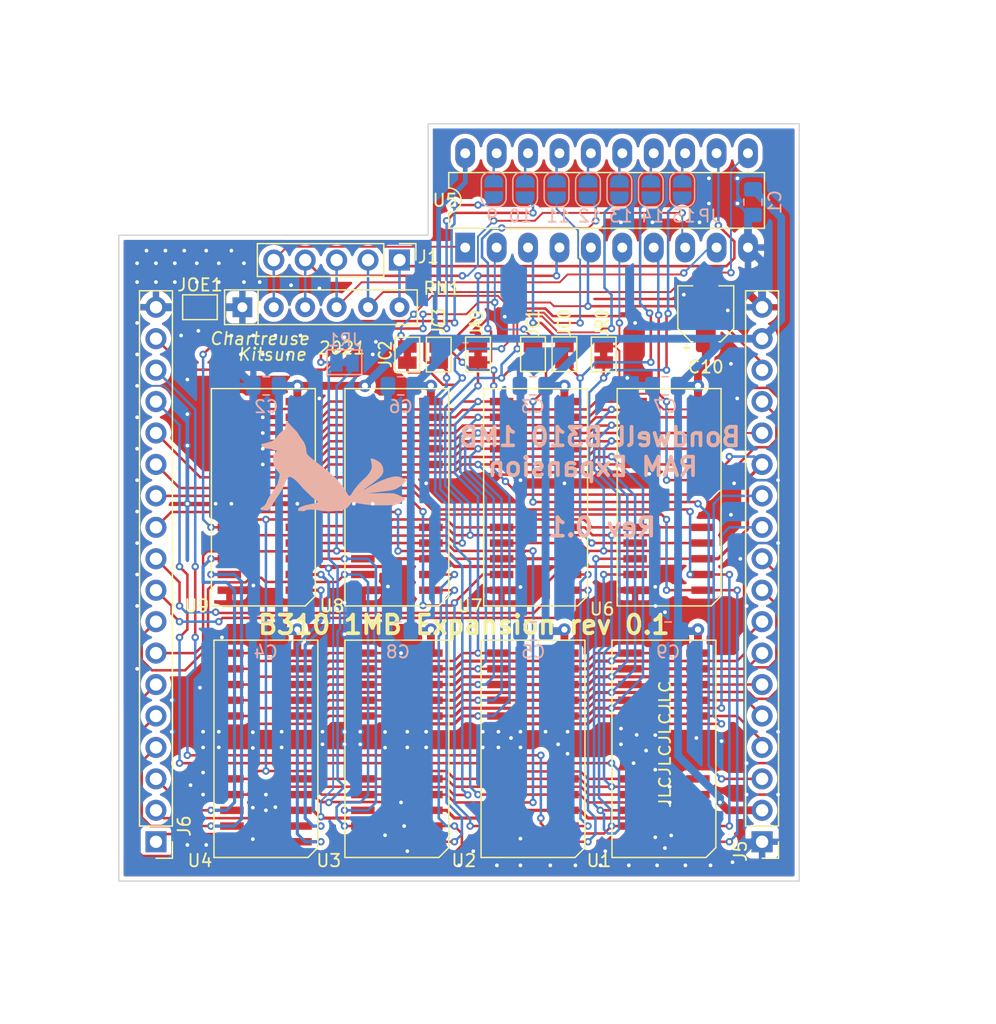
<source format=kicad_pcb>
(kicad_pcb (version 20211014) (generator pcbnew)
  (layers (0 "F.Cu" signal) (31 "B.Cu" signal) (34 "B.Paste" user) (35 "F.Paste" user) (36 "B.SilkS" user "B.Silkscreen") (37 "F.SilkS" user "F.Silkscreen") (38 "B.Mask" user) (39 "F.Mask" user) (44 "Edge.Cuts" user))
  (net 0 "")
  (net 1 "VCC")
  (net 2 "GND")
  (net 3 "Net-(J1-Pad5)")
  (net 4 "Net-(J1-Pad4)")
  (net 5 "Net-(J1-Pad3)")
  (net 6 "Net-(J1-Pad2)")
  (net 7 "Net-(J1-Pad1)")
  (net 8 "/~{B_CAS0}")
  (net 9 "/~{B_RAS}")
  (net 10 "/~{B_CAS3}")
  (net 11 "/~{WE}")
  (net 12 "/A8")
  (net 13 "/A7")
  (net 14 "/A6")
  (net 15 "/A5")
  (net 16 "/A4")
  (net 17 "/A3")
  (net 18 "/A2")
  (net 19 "/A1")
  (net 20 "/A0")
  (net 21 "/~{B_CAS2}")
  (net 22 "/~{B_CAS1}")
  (net 23 "/D3_IC1")
  (net 24 "/D2_IC1")
  (net 25 "/D1_IC1")
  (net 26 "/D0_IC1")
  (net 27 "/D3_IC2")
  (net 28 "/D2_IC2")
  (net 29 "/D1_IC2")
  (net 30 "/D0_IC2")
  (net 31 "/D3_IC3")
  (net 32 "/D2_IC3")
  (net 33 "/D1_IC3")
  (net 34 "/D0_IC3")
  (net 35 "/D3_IC4")
  (net 36 "/D2_IC4")
  (net 37 "/D1_IC4")
  (net 38 "/D0_IC4")
  (net 39 "/A9")
  (net 40 "/~{OE}")
  (net 41 "/~{CAS0}")
  (net 42 "/~{CAS1}")
  (net 43 "/~{CAS2}")
  (net 44 "/~{CAS3}")
  (net 45 "/~{RAS0}")
  (net 46 "/~{RAS1}")
  (net 47 "Net-(JP9-Pad1)")
  (net 48 "Net-(JP10-Pad1)")
  (net 49 "Net-(JP11-Pad1)")
  (net 50 "Net-(JP12-Pad1)")
  (net 51 "Net-(JP13-Pad1)")
  (net 52 "Net-(JP14-Pad1)")
  (net 53 "Net-(JP15-Pad1)")
  (footprint "Capacitor_SMD:CP_Elec_4x4.5" (layer "F.Cu") (at 118.11 84.35 90)
    (fp_text reference "C10")
    (fp_text value "22uF 16v")
  )
  (footprint "Jumper:SolderJumper-2_P1.3mm_Bridged_Pad1.0x1.5mm" (layer "F.Cu") (at 99.695 87.63 -90)
    (fp_text reference "JA9")
    (fp_text value "SolderJumper_2_Bridged")
  )
  (footprint "Jumper:SolderJumper-2_P1.3mm_Bridged_Pad1.0x1.5mm" (layer "F.Cu") (at 106.68 87.615 -90)
    (fp_text reference "JC0")
    (fp_text value "SolderJumper_2_Bridged")
  )
  (footprint "Jumper:SolderJumper-2_P1.3mm_Bridged_Pad1.0x1.5mm" (layer "F.Cu") (at 104.14 87.615 -90)
    (fp_text reference "JC1")
    (fp_text value "SolderJumper_2_Bridged")
  )
  (footprint "Jumper:SolderJumper-2_P1.3mm_Bridged_Pad1.0x1.5mm" (layer "F.Cu") (at 93.98 87.645 -90)
    (fp_text reference "JC2")
    (fp_text value "SolderJumper_2_Bridged")
  )
  (footprint "Jumper:SolderJumper-2_P1.3mm_Bridged_Pad1.0x1.5mm" (layer "F.Cu") (at 96.52 87.645 -90)
    (fp_text reference "JC3")
    (fp_text value "SolderJumper_2_Bridged")
  )
  (footprint "Jumper:SolderJumper-2_P1.3mm_Bridged_Pad1.0x1.5mm" (layer "F.Cu") (at 109.855 87.63 -90)
    (fp_text reference "JR0")
    (fp_text value "SolderJumper_2_Bridged")
  )
  (footprint "Package_DIP:DIP-20_W7.62mm_LongPads" (layer "F.Cu") (at 98.66 79 90)
    (fp_text reference "U5")
    (fp_text value "GAL16V8")
  )
  (footprint "CustomFootprints:SOJ-20_26" (layer "F.Cu") (at 115.145 99.06 90)
    (fp_text reference "U6")
    (fp_text value "LH604256K-80A")
  )
  (footprint "CustomFootprints:SOJ-20_26" (layer "F.Cu") (at 114.725 119.38 90)
    (fp_text reference "U1")
    (fp_text value "LH604256K-80A")
  )
  (footprint "CustomFootprints:SOJ-20_26" (layer "F.Cu") (at 93.135 119.38 90)
    (fp_text reference "U3")
    (fp_text value "LH604256K-80A")
  )
  (footprint "CustomFootprints:SOJ-20_26" (layer "F.Cu") (at 104.35 99.06 90)
    (fp_text reference "U7")
    (fp_text value "LH604256K-80A")
  )
  (footprint "CustomFootprints:SOJ-20_26" (layer "F.Cu") (at 82.34 99.06 90)
    (fp_text reference "U9")
    (fp_text value "LH604256K-80A")
  )
  (footprint "CustomFootprints:SOJ-20_26" (layer "F.Cu") (at 104.14 119.38 90)
    (fp_text reference "U2")
    (fp_text value "LH604256K-80A")
  )
  (footprint "Connector_PinHeader_2.54mm:PinHeader_1x18_P2.54mm_Vertical" (layer "F.Cu") (at 122.66 127 180)
    (fp_text reference "J5")
    (fp_text value "Conn_01x18")
  )
  (footprint "CustomFootprints:SOJ-20_26" (layer "F.Cu") (at 82.55 119.38 90)
    (fp_text reference "U4")
    (fp_text value "LH604256K-80A")
  )
  (footprint "Resistor_THT:R_Array_SIP6" (layer "F.Cu") (at 80.645 83.82)
    (fp_text reference "RN1")
    (fp_text value "10k")
  )
  (footprint "Connector_PinHeader_2.54mm:PinHeader_1x05_P2.54mm_Vertical" (layer "F.Cu") (at 93.345 80.01 -90)
    (fp_text reference "J1")
    (fp_text value "Conn_01x05")
  )
  (footprint "Connector_PinHeader_2.54mm:PinHeader_1x18_P2.54mm_Vertical" (layer "F.Cu") (at 73.66 127 180)
    (fp_text reference "J6")
    (fp_text value "Conn_01x18")
  )
  (footprint "CustomFootprints:SOJ-20_26" (layer "F.Cu") (at 93.135 99.06 90)
    (fp_text reference "U8")
    (fp_text value "LH604256K-80A")
  )
  (footprint "Jumper:SolderJumper-2_P1.3mm_Bridged_Pad1.0x1.5mm" (layer "F.Cu") (at 77.216 83.82)
    (fp_text reference "JOE1")
    (fp_text value "SolderJumper_2_Bridged")
  )
  (footprint "Capacitor_SMD:C_0805_2012Metric_Pad1.18x1.45mm_HandSolder" (layer "B.Cu") (at 121.92 75.3325 90)
    (fp_text reference "C1")
    (fp_text value "0.1uF")
  )
  (footprint "Capacitor_SMD:C_0805_2012Metric_Pad1.18x1.45mm_HandSolder" (layer "B.Cu") (at 82.5715 90.17)
    (fp_text reference "C2")
    (fp_text value "0.1uF")
  )
  (footprint "Capacitor_SMD:C_0805_2012Metric_Pad1.18x1.45mm_HandSolder" (layer "B.Cu") (at 104.1185 90.17)
    (fp_text reference "C3")
    (fp_text value "0.1uF")
  )
  (footprint "Capacitor_SMD:C_0805_2012Metric_Pad1.18x1.45mm_HandSolder" (layer "B.Cu") (at 93.218 109.982)
    (fp_text reference "C8")
    (fp_text value "0.1uF")
  )
  (footprint "Jumper:SolderJumper-2_P1.3mm_Bridged_Pad1.0x1.5mm" (layer "B.Cu") (at 88.9 88.265 180)
    (fp_text reference "JR1")
    (fp_text value "SolderJumper_2_Bridged")
  )
  (footprint "Jumper:SolderJumper-2_P1.3mm_Open_RoundedPad1.0x1.5mm" (layer "B.Cu") (at 116.205 74.31 -90)
    (fp_text reference "15")
    (fp_text value "SolderJumper_2_Open")
  )
  (footprint "Jumper:SolderJumper-2_P1.3mm_Open_RoundedPad1.0x1.5mm" (layer "B.Cu") (at 108.585 74.31 -90)
    (fp_text reference "12")
    (fp_text value "SolderJumper_2_Open")
  )
  (footprint "Jumper:SolderJumper-2_P1.3mm_Open_RoundedPad1.0x1.5mm" (layer "B.Cu") (at 111.125 74.31 -90)
    (fp_text reference "13")
    (fp_text value "SolderJumper_2_Open")
  )
  (footprint "Jumper:SolderJumper-2_P1.3mm_Open_RoundedPad1.0x1.5mm" (layer "B.Cu") (at 103.505 74.31 -90)
    (fp_text reference "10")
    (fp_text value "SolderJumper_2_Open")
  )
  (footprint "Jumper:SolderJumper-2_P1.3mm_Open_RoundedPad1.0x1.5mm" (layer "B.Cu") (at 100.965 74.295 -90)
    (fp_text reference "9")
    (fp_text value "SolderJumper_2_Open")
  )
  (footprint "Jumper:SolderJumper-2_P1.3mm_Open_RoundedPad1.0x1.5mm" (layer "B.Cu") (at 113.665 74.31 -90)
    (fp_text reference "14")
    (fp_text value "SolderJumper_2_Open")
  )
  (footprint "Jumper:SolderJumper-2_P1.3mm_Open_RoundedPad1.0x1.5mm" (layer "B.Cu") (at 106.045 74.31 -90)
    (fp_text reference "11")
    (fp_text value "SolderJumper_2_Open")
  )
  (footprint "Capacitor_SMD:C_0805_2012Metric_Pad1.18x1.45mm_HandSolder" (layer "B.Cu") (at 114.8295 90.17)
    (fp_text reference "C7")
    (fp_text value "0.1uF")
  )
  (footprint "Capacitor_SMD:C_0805_2012Metric_Pad1.18x1.45mm_HandSolder" (layer "B.Cu") (at 82.5285 109.982)
    (fp_text reference "C4")
    (fp_text value "0.1uF")
  )
  (footprint "Capacitor_SMD:C_0805_2012Metric_Pad1.18x1.45mm_HandSolder" (layer "B.Cu") (at 104.1615 109.982)
    (fp_text reference "C5")
    (fp_text value "0.1uF")
  )
  (footprint "Capacitor_SMD:C_0805_2012Metric_Pad1.18x1.45mm_HandSolder" (layer "B.Cu") (at 115.062 109.982)
    (fp_text reference "C9")
    (fp_text value "0.1uF")
  )
  (footprint "Capacitor_SMD:C_0805_2012Metric_Pad1.18x1.45mm_HandSolder" (layer "B.Cu") (at 93.4505 90.17)
    (fp_text reference "C6")
    (fp_text value "0.1uF")
  )
  (footprint "custom:kitlogo_silk" (layer "B.Cu") (at 86.614 97.282 180)
    (fp_text reference "REF**" hide)
    (fp_text value "kitlogo_silk" hide)
  )
  (gr_line (start 125.66 130.175) (end 70.66 130.175) (layer "Edge.Cuts") (width 0.1))
  (gr_line (start 95.66 69) (end 125.66 69) (layer "Edge.Cuts") (width 0.1))
  (gr_line (start 70.66 78) (end 70.66 130.175) (layer "Edge.Cuts") (width 0.1))
  (gr_line (start 125.66 69) (end 125.66 130.175) (layer "Edge.Cuts") (width 0.1))
  (gr_line (start 70.66 78) (end 95.66 78) (layer "Edge.Cuts") (width 0.1))
  (gr_line (start 95.66 78) (end 95.66 69) (layer "Edge.Cuts") (width 0.1))
  (gr_text "JP" (at 118.364 76.454) (layer "B.SilkS") (effects (font (size 1 1)) (justify mirror)))
  (gr_text "Bondwell B310 1MB \nRAM Expansion" (at 108.966 95.504) (layer "B.SilkS") (effects (font (size 1.5 1.5) (thickness 0.3)) (justify mirror)))
  (gr_text "Rev 0.1" (at 109.728 101.6) (layer "B.SilkS") (effects (font (size 1.5 1.5) (thickness 0.3)) (justify mirror)))
  (gr_text "B310 1MB Expansion rev 0.1" (at 98.552 109.474) (layer "F.SilkS") (effects (font (size 1.5 1.5) (thickness 0.3))))
  (gr_text "Kitsune" (at 83.058 87.63) (layer "F.SilkS") (effects (font (size 1 1) (thickness 0.15) italic)))
  (gr_text "JLCJLCJLCJLC" (at 114.808 119.126 90) (layer "F.SilkS") (effects (font (size 0.9 1))))
  (gr_text "Chartreuse" (at 82.042 86.36) (layer "F.SilkS") (effects (font (size 1 1) (thickness 0.15) italic)))
  (gr_text "2021" (at 88.646 87.122) (layer "F.SilkS") (effects (font (size 1 1) (thickness 0.15) italic)))
  (segment (start 117.475 90.17) (end 117.475 91.23) (width 0.635) (layer "F.Cu") (net 1))
  (segment (start 117.475 91.23) (end 117.685 91.44) (width 0.635) (layer "F.Cu") (net 1))
  (segment (start 95.885 90.17) (end 95.885 91.23) (width 0.635) (layer "F.Cu") (net 1))
  (segment (start 85.09 109.855) (end 85.09 111.55) (width 0.635) (layer "F.Cu") (net 1))
  (segment (start 95.885 111.55) (end 96.095 111.76) (width 0.635) (layer "F.Cu") (net 1))
  (segment (start 117.475 111.55) (end 117.685 111.76) (width 0.635) (layer "F.Cu") (net 1))
  (segment (start 117.475 109.855) (end 117.475 111.55) (width 0.635) (layer "F.Cu") (net 1))
  (segment (start 106.68 90.17) (end 106.68 91.23) (width 0.635) (layer "F.Cu") (net 1))
  (segment (start 106.68 111.55) (end 106.89 111.76) (width 0.635) (layer "F.Cu") (net 1))
  (segment (start 95.885 91.23) (end 96.095 91.44) (width 0.635) (layer "F.Cu") (net 1))
  (segment (start 85.09 111.55) (end 85.3 111.76) (width 0.635) (layer "F.Cu") (net 1))
  (segment (start 122.66 124.46) (end 119.9 124.46) (width 0.635) (layer "F.Cu") (net 1))
  (segment (start 106.68 109.855) (end 106.68 111.55) (width 0.635) (layer "F.Cu") (net 1))
  (segment (start 90.515074 90.17) (end 85.09 90.17) (width 0.635) (layer "F.Cu") (net 1))
  (segment (start 85.09 91.212491) (end 85.3 91.422491) (width 0.635) (layer "F.Cu") (net 1))
  (segment (start 106.68 91.23) (end 106.89 91.44) (width 0.635) (layer "F.Cu") (net 1))
  (segment (start 119.9 124.46) (end 119.26 123.82) (width 0.635) (layer "F.Cu") (net 1))
  (segment (start 85.09 90.17) (end 85.09 91.212491) (width 0.635) (layer "F.Cu") (net 1))
  (segment (start 118.11 88.265) (end 117.475 88.9) (width 0.635) (layer "F.Cu") (net 1))
  (segment (start 95.885 109.855) (end 95.885 111.55) (width 0.635) (layer "F.Cu") (net 1))
  (segment (start 117.475 88.9) (end 117.475 90.17) (width 0.635) (layer "F.Cu") (net 1))
  (segment (start 118.11 86.15) (end 118.11 88.265) (width 0.635) (layer "F.Cu") (net 1))
  (via (at 117.475 109.855) (size 1) (drill 0.5) (layers "F.Cu" "B.Cu") (net 1))
  (via (at 95.885 90.17) (size 1) (drill 0.5) (layers "F.Cu" "B.Cu") (net 1))
  (via (at 119.26 123.82) (size 0.6) (drill 0.3) (layers "F.Cu" "B.Cu") (net 1))
  (via (at 85.09 90.17) (size 1) (drill 0.5) (layers "F.Cu" "B.Cu") (net 1))
  (via (at 106.68 90.17) (size 1) (drill 0.5) (layers "F.Cu" "B.Cu") (net 1))
  (via (at 95.885 109.855) (size 1) (drill 0.5) (layers "F.Cu" "B.Cu") (net 1))
  (via (at 85.09 109.855) (size 1) (drill 0.5) (layers "F.Cu" "B.Cu") (net 1))
  (via (at 106.68 109.855) (size 1) (drill 0.5) (layers "F.Cu" "B.Cu") (net 1))
  (via (at 90.551 90.17) (size 1) (drill 0.5) (layers "F.Cu" "B.Cu") (net 1))
  (via (at 117.475 90.17) (size 1) (drill 0.5) (layers "F.Cu" "B.Cu") (net 1))
  (segment (start 98.044 86.614) (end 96.139 88.519) (width 0.635) (layer "B.Cu") (net 1))
  (segment (start 84.963 109.982) (end 85.09 109.855) (width 0.635) (layer "B.Cu") (net 1))
  (segment (start 96.52 88.138) (end 96.139 88.519) (width 0.635) (layer "B.Cu") (net 1))
  (segment (start 97.536 86.614) (end 97.155 86.995) (width 0.635) (layer "B.Cu") (net 1))
  (segment (start 118.745 86.36) (end 118.745 87.292) (width 0.635) (layer "B.Cu") (net 1))
  (segment (start 96.22751 85.38249) (end 96.22751 86.01749) (width 0.635) (layer "B.Cu") (net 1))
  (segment (start 98.298 86.36) (end 98.044 86.614) (width 0.635) (layer "B.Cu") (net 1))
  (segment (start 96.22751 88.43049) (end 96.139 88.519) (width 0.635) (layer "B.Cu") (net 1))
  (segment (start 119.677 86.36) (end 118.576 87.461) (width 0.635) (layer "B.Cu") (net 1))
  (segment (start 96.22751 86.06751) (end 96.52 86.36) (width 0.635) (layer "B.Cu") (net 1))
  (segment (start 96.512099 75.891407) (end 98.66 73.743506) (width 0.381) (layer "B.Cu") (net 1))
  (segment (start 96.22751 85.38249) (end 96.22751 82.84249) (width 0.381) (layer "B.Cu") (net 1))
  (segment (start 105.199 109.982) (end 106.553 109.982) (width 0.635) (layer "B.Cu") (net 1))
  (segment (start 115.867 109.7495) (end 116.0995 109.982) (width 0.635) (layer "B.Cu") (net 1))
  (segment (start 120.015 86.36) (end 118.745 86.36) (width 0.635) (layer "B.Cu") (net 1))
  (segment (start 83.609 109.939) (end 83.566 109.982) (width 0.635) (layer "B.Cu") (net 1))
  (segment (start 96.52 82.55) (end 96.52 78.486) (width 0.381) (layer "B.Cu") (net 1))
  (segment (start 107.95 86.36) (end 98.298 86.36) (width 0.635) (layer "B.Cu") (net 1))
  (segment (start 96.52 87.63) (end 96.52 88.138) (width 0.635) (layer "B.Cu") (net 1))
  (segment (start 96.52 86.36) (end 95.885 86.36) (width 0.635) (layer "B.Cu") (net 1))
  (segment (start 98.298 86.36) (end 96.52 86.36) (width 0.635) (layer "B.Cu") (net 1))
  (segment (start 124.206 76.581) (end 124.206 84.814) (width 0.635) (layer "B.Cu") (net 1))
  (segment (start 106.553 109.982) (end 106.68 109.855) (width 0.635) (layer "B.Cu") (net 1))
  (segment (start 117.348 109.982) (end 117.475 109.855) (width 0.635) (layer "B.Cu") (net 1))
  (segment (start 121.92 74.295) (end 124.206 76.581) (width 0.635) (layer "B.Cu") (net 1))
  (segment (start 98.044 86.614) (end 97.536 86.614) (width 0.635) (layer "B.Cu") (net 1))
  (segment (start 96.52 86.36) (end 96.52 87.63) (width 0.635) (layer "B.Cu") (net 1))
  (segment (start 96.139 88.519) (end 94.488 90.17) (width 0.635) (layer "B.Cu") (net 1))
  (segment (start 118.745 87.292) (end 118.576 87.461) (width 0.635) (layer "B.Cu") (net 1))
  (segment (start 97.155 86.995) (end 96.52 86.36) (width 0.635) (layer "B.Cu") (net 1))
  (segment (start 96.22751 85.38249) (end 96.22751 86.06751) (width 0.635) (layer "B.Cu") (net 1))
  (segment (start 105.156 109.939) (end 105.199 109.982) (width 0.635) (layer "B.Cu") (net 1))
  (segment (start 94.325074 86.36) (end 90.515074 90.17) (width 0.635) (layer "B.Cu") (net 1))
  (segment (start 107.95 86.36) (end 107.95 87.376) (width 0.635) (layer "B.Cu") (net 1))
  (segment (start 83.609 90.17) (end 85.09 90.17) (width 0.635) (layer "B.Cu") (net 1))
  (segment (start 98.66 73.743506) (end 98.66 71.38) (width 0.381) (layer "B.Cu") (net 1))
  (segment (start 94.2555 109.982) (end 95.758 109.982) (width 0.635) (layer "B.Cu") (net 1))
  (segment (start 120.015 86.36) (end 119.677 86.36) (width 0.635) (layer "B.Cu") (net 1))
  (segment (start 116.0995 109.982) (end 117.348 109.982) (width 0.635) (layer "B.Cu") (net 1))
  (segment (start 105.156 90.17) (end 106.68 90.17) (width 0.635) (layer "B.Cu") (net 1))
  (segment (start 96.22751 82.84249) (end 96.52 82.55) (width 0.381) (layer "B.Cu") (net 1))
  (segment (start 115.867 108.253) (end 115.867 109.7495) (width 0.635) (layer "B.Cu") (net 1))
  (segment (start 118.576 87.461) (end 115.867 90.17) (width 0.635) (layer "B.Cu") (net 1))
  (segment (start 119.26 123.45) (end 119.26 123.82) (width 0.635) (layer "B.Cu") (net 1))
  (segment (start 94.488 90.17) (end 95.885 90.17) (width 0.635) (layer "B.Cu") (net 1))
  (segment (start 107.823 87.503) (end 105.156 90.17) (width 0.635) (layer "B.Cu") (net 1))
  (segment (start 83.566 109.982) (end 84.963 109.982) (width 0.635) (layer "B.Cu") (net 1))
  (segment (start 96.22751 86.01749) (end 96.22751 88.43049) (width 0.635) (layer "B.Cu") (net 1))
  (segment (start 115.867 90.17) (end 115.867 108.253) (width 0.635) (layer "B.Cu") (net 1))
  (segment (start 122.66 86.36) (end 120.015 86.36) (width 0.635) (layer "B.Cu") (net 1))
  (segment (start 96.52 78.486) (end 96.512099 78.478099) (width 0.381) (layer "B.Cu") (net 1))
  (segment (start 118.745 86.36) (end 108.966 86.36) (width 0.635) (layer "B.Cu") (net 1))
  (segment (start 98.298 86.36) (end 94.325074 86.36) (width 0.635) (layer "B.Cu") (net 1))
  (segment (start 105.156 90.17) (end 105.156 109.939) (width 0.635) (layer "B.Cu") (net 1))
  (segment (start 115.867 108.253) (end 115.867 120.057) (width 0.635) (layer "B.Cu") (net 1))
  (segment (start 108.966 86.36) (end 107.823 87.503) (width 0.635) (layer "B.Cu") (net 1))
  (segment (start 124.206 84.814) (end 122.66 86.36) (width 0.635) (layer "B.Cu") (net 1))
  (segment (start 94.2555 90.4025) (end 94.488 90.17) (width 0.635) (layer "B.Cu") (net 1))
  (segment (start 96.52 87.63) (end 97.155 86.995) (width 0.635) (layer "B.Cu") (net 1))
  (segment (start 96.22751 86.01749) (end 95.885 86.36) (width 0.635) (layer "B.Cu") (net 1))
  (segment (start 96.512099 78.478099) (end 96.512099 75.891407) (width 0.381) (layer "B.Cu") (net 1))
  (segment (start 107.95 87.376) (end 107.823 87.503) (width 0.635) (layer "B.Cu") (net 1))
  (segment (start 95.758 109.982) (end 95.885 109.855) (width 0.635) (layer "B.Cu") (net 1))
  (segment (start 115.867 90.17) (end 117.475 90.17) (width 0.635) (layer "B.Cu") (net 1))
  (segment (start 94.2555 109.982) (end 94.2555 90.4025) (width 0.635) (layer "B.Cu") (net 1))
  (segment (start 115.867 120.057) (end 119.26 123.45) (width 0.635) (layer "B.Cu") (net 1))
  (segment (start 108.966 86.36) (end 107.95 86.36) (width 0.635) (layer "B.Cu") (net 1))
  (segment (start 83.609 90.17) (end 83.609 109.939) (width 0.635) (layer "B.Cu") (net 1))
  (segment (start 79.8 106.68) (end 81.153 106.68) (width 0.635) (layer "F.Cu") (net 2))
  (segment (start 120.396 100.33) (end 120.142 100.584) (width 0.2032) (layer "F.Cu") (net 2))
  (segment (start 90.932 99.568) (end 91.186 99.822) (width 0.1524) (layer "F.Cu") (net 2))
  (segment (start 121.500001 90.335999) (end 120.65 91.186) (width 0.2032) (layer "F.Cu") (net 2))
  (segment (start 106.934 118.11) (end 110.998 118.11) (width 0.2032) (layer "F.Cu") (net 2))
  (segment (start 121.412 120.65) (end 123.952 120.65) (width 0.2032) (layer "F.Cu") (net 2))
  (segment (start 118.11 82.55) (end 121.39 82.55) (width 0.635) (layer "F.Cu") (net 2))
  (segment (start 81.153 106.68) (end 81.534 106.299) (width 0.635) (layer "F.Cu") (net 2))
  (segment (start 102.001618 83.926382) (end 105.144434 83.926382) (width 0.2032) (layer "F.Cu") (net 2))
  (segment (start 120.396 98.044) (end 120.396 100.33) (width 0.2032) (layer "F.Cu") (net 2))
  (segment (start 78.486 99.822) (end 76.2126 99.822) (width 0.1524) (layer "F.Cu") (net 2))
  (segment (start 76.2 92.456) (end 76.2 89.662) (width 0.1524) (layer "F.Cu") (net 2))
  (segment (start 117.602 76.962) (end 113.792 76.962) (width 0.2032) (layer "F.Cu") (net 2))
  (segment (start 81.491 118.153) (end 83.777 118.153) (width 0.2032) (layer "F.Cu") (net 2))
  (segment (start 121.412 123.19) (end 123.952 123.19) (width 0.2032) (layer "F.Cu") (net 2))
  (segment (start 89.916 106.68) (end 88.9 107.696) (width 0.2032) (layer "F.Cu") (net 2))
  (segment (start 114.808 108.458) (end 114.554 108.458) (width 0.1524) (layer "F.Cu") (net 2))
  (segment (start 111.76 85.725) (end 112.395 85.09) (width 0.635) (layer "F.Cu") (net 2))
  (segment (start 83.82 118.11) (end 87.122 118.11) (width 0.2032) (layer "F.Cu") (net 2))
  (segment (start 75.946 114.554) (end 74.93 115.57) (width 0.2032) (layer "F.Cu") (net 2))
  (segment (start 89.662 99.568) (end 90.932 99.568) (width 0.1524) (layer "F.Cu") (net 2))
  (segment (start 102.001618 84.434382) (end 101.854 84.582) (width 0.2032) (layer "F.Cu") (net 2))
  (segment (start 117.348 118.618) (end 119.126 118.618) (width 0.2032) (layer "F.Cu") (net 2))
  (segment (start 117.983 82.677) (end 118.11 82.55) (width 0.2032) (layer "F.Cu") (net 2))
  (segment (start 121.204001 104.440001) (end 121.204001 107.742001) (width 0.2032) (layer "F.Cu") (net 2))
  (segment (start 117.1155 118.3855) (end 117.348 118.618) (width 0.2032) (layer "F.Cu") (net 2))
  (segment (start 121.204001 107.742001) (end 121.412 107.95) (width 0.2032) (layer "F.Cu") (net 2))
  (segment (start 101.39 127) (end 102.87 127) (width 0.635) (layer "F.Cu") (net 2))
  (segment (start 105.144434 83.926382) (end 105.754051 84.535999) (width 0.2032) (layer "F.Cu") (net 2))
  (segment (start 82.042 81.788) (end 84.328 81.788) (width 0.2032) (layer "F.Cu") (net 2))
  (segment (start 76.2126 99.822) (end 76.2 99.8094) (width 0.1524) (layer "F.Cu") (net 2))
  (segment (start 85.09 99.568) (end 78.74 99.568) (width 0.1524) (layer "F.Cu") (net 2))
  (segment (start 77.216 114.554) (end 75.946 114.554) (width 0.2032) (layer "F.Cu") (net 2))
  (segment (start 79.8 127) (end 81.28 127) (width 0.635) (layer "F.Cu") (net 2))
  (segment (start 124.251999 97.490001) (end 124.251999 91.398077) (width 0.2032) (layer "F.Cu") (net 2))
  (segment (start 86.614 82.042) (end 86.868 82.296) (width 0.2032) (layer "F.Cu") (net 2))
  (segment (start 106.68 98.044) (end 112.776 98.044) (width 0.2032) (layer "F.Cu") (net 2))
  (segment (start 111.840999 84.535999) (end 112.395 85.09) (width 0.2032) (layer "F.Cu") (net 2))
  (segment (start 101.291199 83.926382) (end 102.001618 83.926382) (width 0.2032) (layer "F.Cu") (net 2))
  (segment (start 99.695 85.522581) (end 101.291199 83.926382) (width 0.2032) (layer "F.Cu") (net 2))
  (segment (start 89.916 99.822) (end 89.662 99.568) (width 0.1524) (layer "F.Cu") (net 2))
  (segment (start 76.82 83.82) (end 73.66 83.82) (width 0.2032) (layer "F.Cu") (net 2))
  (segment (start 110.49 119.888) (end 111.252 119.126) (width 0.2032) (layer "F.Cu") (net 2))
  (segment (start 124.251999 91.398077) (end 123.189921 90.335999) (width 0.2032) (layer "F.Cu") (net 2))
  (segment (start 90.17 118.11) (end 90.17 119.126) (width 0.2032) (layer "F.Cu") (net 2))
  (segment (start 103.124 97.79) (end 102.672863 97.338863) (width 0.2032) (layer "F.Cu") (net 2))
  (segment (start 103.124 97.79) (end 106.426 97.79) (width 0.2032) (layer "F.Cu") (net 2))
  (segment (start 121.158 120.65) (end 121.412 120.65) (width 0.2032) (layer "F.Cu") (net 2))
  (segment (start 88.9 110.236) (end 91.948 110.236) (width 0.2032) (layer "F.Cu") (net 2))
  (segment (start 106.426 97.79) (end 106.68 98.044) (width 0.2032) (layer "F.Cu") (net 2))
  (segment (start 114.554 108.458) (end 114.046 107.95) (width 0.1524) (layer "F.Cu") (net 2))
  (segment (start 105.754051 84.535999) (end 111.840999 84.535999) (width 0.2032) (layer "F.Cu") (net 2))
  (segment (start 117.856 82.804) (end 118.11 82.55) (width 0.635) (layer "F.Cu") (net 2))
  (segment (start 91.186 99.822) (end 89.916 99.822) (width 0.1524) (layer "F.Cu") (net 2))
  (segment (start 116.332 82.804) (end 117.856 82.804) (width 0.635) (layer "F.Cu") (net 2))
  (segment (start 106.934 119.888) (end 110.49 119.888) (width 0.2032) (layer "F.Cu") (net 2))
  (segment (start 87.122 119.126) (end 88.9 119.126) (width 0.2032) (layer "F.Cu") (net 2))
  (segment (start 88.9 119.126) (end 88.9 118.11) (width 0.2032) (layer "F.Cu") (net 2))
  (segment (start 113.749 106.68) (end 114.0245 106.4045) (width 0.635) (layer "F.Cu") (net 2))
  (segment (start 74.93 118.11) (end 77.47 118.11) (width 0.2032) (layer "F.Cu") (net 2))
  (segment (start 84.328 81.788) (end 84.582 82.042) (width 0.2032) (layer "F.Cu") (net 2))
  (segment (start 120.904 104.14) (end 121.204001 104.440001) (width 0.2032) (layer "F.Cu") (net 2))
  (segment (start 101.39 106.68) (end 102.87 106.68) (width 0.635) (layer "F.Cu") (net 2))
  (segment (start 78.74 118.11) (end 77.47 118.11) (width 0.2032) (layer "F.Cu") (net 2))
  (segment (start 90.385 106.68) (end 89.916 106.68) (width 0.2032) (layer "F.Cu") (net 2))
  (segment (start 123.952 97.79) (end 124.251999 97.490001) (width 0.2032) (layer "F.Cu") (net 2))
  (segment (start 101.652735 97.338863) (end 100.947598 98.044) (width 0.2032) (layer "F.Cu") (net 2))
  (segment (start 112.776 98.044) (end 113.538 97.282) (width 0.2032) (layer "F.Cu") (net 2))
  (segment (start 90.17 119.126) (end 91.905 119.126) (width 0.2032) (layer "F.Cu") (net 2))
  (segment (start 111.76 89.535) (end 111.76 85.725) (width 0.635) (layer "F.Cu") (net 2))
  (segment (start 78.74 99.568) (end 78.486 99.822) (width 0.1524) (layer "F.Cu") (net 2))
  (segment (start 112.185 106.68) (end 113.749 106.68) (width 0.635) (layer "F.Cu") (net 2))
  (segment (start 89.662 99.568) (end 85.09 99.568) (width 0.1524) (layer "F.Cu") (net 2))
  (segment (start 102.87 106.68) (end 103.124 106.426) (width 0.635) (layer "F.Cu") (net 2))
  (segment (start 78.74 118.11) (end 81.448 118.11) (width 0.2032) (layer "F.Cu") (net 2))
  (segment (start 112.185 127) (end 113.665 127) (width 0.635) (layer "F.Cu") (net 2))
  (segment (start 99.695 86.98) (end 99.695 85.522581) (width 0.2032) (layer "F.Cu") (net 2))
  (segment (start 113.665 127) (end 114.0245 126.6405) (width 0.635) (layer "F.Cu") (net 2))
  (segment (start 113.792 76.962) (end 111.252 76.962) (width 0.2032) (layer "F.Cu") (net 2))
  (segment (start 119.126 118.618) (end 119.38 118.872) (width 0.2032) (layer "F.Cu") (net 2))
  (segment (start 76.2 94.996) (end 76.2 92.456) (width 0.1524) (layer "F.Cu") (net 2))
  (segment (start 121.39 82.55) (end 122.66 83.82) (width 0.635) (layer "F.Cu") (net 2))
  (segment (start 120.6706 75.438) (end 118.364 75.438) (width 0.2032) (layer "F.Cu") (net 2))
  (segment (start 114.0245 118.3855) (end 117.1155 118.3855) (width 0.2032) (layer "F.Cu") (net 2))
  (segment (start 90.595 106.68) (end 92.116 106.68) (width 0.635) (layer "F.Cu") (net 2))
  (segment (start 91.948 110.236) (end 93.472 111.76) (width 0.2032) (layer "F.Cu") (net 2))
  (segment (start 100.947598 98.044) (end 95.504 98.044) (width 0.2032) (layer "F.Cu") (net 2))
  (segment (start 102.672863 97.338863) (end 101.652735 97.338863) (width 0.2032) (layer "F.Cu") (net 2))
  (segment (start 92.116 106.68) (end 92.413 106.383) (width 0.635) (layer "F.Cu") (net 2))
  (segment (start 102.001618 83.926382) (end 102.001618 84.434382) (width 0.2032) (layer "F.Cu") (net 2))
  (segment (start 91.651 127) (end 92.1805 126.4705) (width 0.635) (layer "F.Cu") (net 2))
  (segment (start 78.486 99.822) (end 91.186 99.822) (width 0.1524) (layer "F.Cu") (net 2))
  (segment (start 81.28 127) (end 81.491 126.789) (width 0.635) (layer "F.Cu") (net 2))
  (segment (start 110.998 118.11) (end 111.252 117.856) (width 0.2032) (layer "F.Cu") (net 2))
  (segment (start 91.905 119.126) (end 92.1805 119.4015) (width 0.2032) (layer "F.Cu") (net 2))
  (segment (start 102.87 127) (end 103.124 126.746) (width 0.635) (layer "F.Cu") (net 2))
  (segment (start 118.364 73.406) (end 120.6706 73.406) (width 0.2032) (layer "F.Cu") (net 2))
  (segment (start 84.582 82.042) (end 86.614 82.042) (width 0.2032) (layer "F.Cu") (net 2))
  (segment (start 123.189921 90.335999) (end 121.500001 90.335999) (width 0.2032) (layer "F.Cu") (net 2))
  (segment (start 90.595 127) (end 91.651 127) (width 0.635) (layer "F.Cu") (net 2))
  (segment (start 119.38 118.872) (end 121.158 120.65) (width 0.2032) (layer "F.Cu") (net 2))
  (segment (start 83.777 118.153) (end 83.82 118.11) (width 0.2032) (layer "F.Cu") (net 2))
  (segment (start 81.448 118.11) (end 81.491 118.153) (width 0.2032) (layer "F.Cu") (net 2))
  (via (at 78.486 99.695) (size 0.6) (drill 0.3) (layers "F.Cu" "B.Cu") (net 2))
  (via (at 78.74 80.264) (size 0.6) (drill 0.3) (layers "F.Cu" "B.Cu") (net 2))
  (via (at 102.362 118.618) (size 0.6) (drill 0.3) (layers "F.Cu" "B.Cu") (net 2))
  (via (at 119.888 84.074) (size 0.6) (drill 0.3) (layers "F.Cu" "B.Cu") (net 2))
  (via (at 120.396 98.044) (size 0.6) (drill 0.3) (layers "F.Cu" "B.Cu") (net 2))
  (via (at 115.316 126.492) (size 0.6) (drill 0.3) (layers "F.Cu" "B.Cu") (net 2))
  (via (at 81.491 126.789) (size 0.6) (drill 0.3) (layers "F.Cu" "B.Cu") (net 2))
  (via (at 72.136 95.25) (size 0.6) (drill 0.3) (layers "F.Cu" "B.Cu") (net 2))
  (via (at 100.076 118.11) (size 0.6) (drill 0.3) (layers "F.Cu" "B.Cu") (net 2))
  (via (at 82.296 95.25) (size 0.6) (drill 0.3) (layers "F.Cu" "B.Cu") (net 2))
  (via (at 111.252 119.126) (size 0.6) (drill 0.3) (layers "F.Cu" "B.Cu") (net 2))
  (via (at 78.994 110.49) (size 0.6) (drill 0.3) (layers "F.Cu" "B.Cu") (net 2))
  (via (at 114.0245 118.3855) (size 0.6) (drill 0.3) (layers "F.Cu" "B.Cu") (net 2))
  (via (at 106.934 119.888) (size 0.6) (drill 0.3) (layers "F.Cu" "B.Cu") (net 2))
  (via (at 75.692 86.106) (size 0.6) (drill 0.3) (layers "F.Cu" "B.Cu") (net 2))
  (via (at 76.2 92.456) (size 0.6) (drill 0.3) (layers "F.Cu" "B.Cu") (net 2))
  (via (at 116.332 82.804) (size 0.6) (drill 0.3) (layers "F.Cu" "B.Cu") (net 2))
  (via (at 114.808 127.508) (size 0.6) (drill 0.3) (layers "F.Cu" "B.Cu") (net 2))
  (via (at 79.756 86.106) (size 0.6) (drill 0.3) (layers "F.Cu" "B.Cu") (net 2))
  (via (at 90.17 119.126) (size 0.6) (drill 0.3) (layers "F.Cu" "B.Cu") (net 2))
  (via (at 79.756 79.248) (size 0.6) (drill 0.3) (layers "F.Cu" "B.Cu") (net 2))
  (via (at 77.724 79.248) (size 0.6) (drill 0.3) (layers "F.Cu" "B.Cu") (net 2))
  (via (at 81.491 118.153) (size 0.6) (drill 0.3) (layers "F.Cu" "B.Cu") (net 2))
  (via (at 103.124 126.746) (size 0.6) (drill 0.3) (layers "F.Cu" "B.Cu") (net 2))
  (via (at 82.55 124.46) (size 0.6) (drill 0.3) (layers "F.Cu" "B.Cu") (net 2))
  (via (at 103.124 118.11) (size 0.6) (drill 0.3) (layers "F.Cu" "B.Cu") (net 2))
  (via (at 120.269 128.651) (size 0.6) (drill 0.3) (layers "F.Cu" "B.Cu") (net 2))
  (via (at 101.346 119.38) (size 0.6) (drill 0.3) (layers "F.Cu" "B.Cu") (net 2))
  (via (at 114.046 107.95) (size 0.6) (drill 0.3) (layers "F.Cu" "B.Cu") (net 2))
  (via (at 100.076 119.38) (size 0.6) (drill 0.3) (layers "F.Cu" "B.Cu") (net 2))
  (via (at 91.186 99.695) (size 0.6) (drill 0.3) (layers "F.Cu" "B.Cu") (net 2))
  (via (at 76.962 81.788) (size 0.6) (drill 0.3) (layers "F.Cu" "B.Cu") (net 2))
  (via (at 76.2 127.254) (size 0.6) (drill 0.3) (layers "F.Cu" "B.Cu") (net 2))
  (via (at 83.82 119.38) (size 0.6) (drill 0.3) (layers "F.Cu" "B.Cu") (net 2))
  (via (at 118.364 73.406) (size 0.6) (drill 0.3) (layers "F.Cu" "B.Cu") (net 2))
  (via (at 77.47 121.412) (size 0.6) (drill 0.3) (layers "F.Cu" "B.Cu") (net 2))
  (via (at 123.952 123.19) (size 0.6) (drill 0.3) (layers "F.Cu" "B.Cu") (net 2))
  (via (at 123.952 97.79) (size 0.6) (drill 0.3) (layers "F.Cu" "B.Cu") (net 2))
  (via (at 88.9 119.126) (size 0.6) (drill 0.3) (layers "F.Cu" "B.Cu") (net 2))
  (via (at 78.74 81.788) (size 0.6) (drill 0.3) (layers "F.Cu" "B.Cu") (net 2))
  (via (at 117.348 118.618) (size 0.6) (drill 0.3) (layers "F.Cu" "B.Cu") (net 2))
  (via (at 114.173 128.905) (size 0.6) (drill 0.3) (layers "F.Cu" "B.Cu") (net 2))
  (via (at 84.582 82.042) (size 0.6) (drill 0.3) (layers "F.Cu" "B.Cu") (net 2))
  (via (at 93.98 119.38) (size 0.6) (drill 0.3) (layers "F.Cu" "B.Cu") (net 2))
  (via (at 107.569 128.905) (size 0.6) (drill 0.3) (layers "F.Cu" "B.Cu") (net 2))
  (via (at 88.9 110.236) (size 0.6) (drill 0.3) (layers "F.Cu" "B.Cu") (net 2))
  (via (at 75.946 79.248) (size 0.6) (drill 0.3) (layers "F.Cu" "B.Cu") (net 2))
  (via (at 77.47 118.11) (size 0.6) (drill 0.3) (layers "F.Cu" "B.Cu") (net 2))
  (via (at 82.296 93.98) (size 0.6) (drill 0.3) (layers "F.Cu" "B.Cu") (net 2))
  (via (at 103.124 119.38) (size 0.6) (drill 0.3) (layers "F.Cu" "B.Cu") (net 2))
  (via (at 117.602 76.962) (size 0.6) (drill 0.3) (layers "F.Cu" "B.Cu") (net 2))
  (via (at 121.412 123.19) (size 0.6) (drill 0.3) (layers "F.Cu" "B.Cu") (net 2))
  (via (at 88.9 118.11) (size 0.6) (drill 0.3) (layers "F.Cu" "B.Cu") (net 2))
  (via (at 76.2 89.662) (size 0.6) (drill 0.3) (layers "F.Cu" "B.Cu") (net 2))
  (via (at 93.98 118.11) (size 0.6) (drill 0.3) (layers "F.Cu" "B.Cu") (net 2))
  (via (at 72.136 97.79) (size 0.6) (drill 0.3) (layers "F.Cu" "B.Cu") (net 2))
  (via (at 91.186 87.63) (size 0.6) (drill 0.3) (layers "F.Cu" "B.Cu") (net 2))
  (via (at 118.491 128.905) (size 0.6) (drill 0.3) (layers "F.Cu" "B.Cu") (net 2))
  (via (at 72.136 105.41) (size 0.6) (drill 0.3) (layers "F.Cu" "B.Cu") (net 2))
  (via (at 114.0245 106.4045) (size 0.6) (drill 0.3) (layers "F.Cu" "B.Cu") (net 2))
  (via (at 81.491 119.423) (size 0.6) (drill 0.3) (layers "F.Cu" "B.Cu") (net 2))
  (via (at 90.17 118.11) (size 0.6) (drill 0.3) (layers "F.Cu" "B.Cu") (net 2))
  (via (at 74.422 79.248) (size 0.6) (drill 0.3) (layers "F.Cu" "B.Cu") (net 2))
  (via (at 95.504 98.044) (size 0.6) (drill 0.3) (layers "F.Cu" "B.Cu") (net 2))
  (via (at 72.136 102.87) (size 0.6) (drill 0.3) (layers "F.Cu" "B.Cu") (net 2))
  (via (at 113.284 119.634) (size 0.6) (drill 0.3) (layers "F.Cu" "B.Cu") (net 2))
  (via (at 81.534 106.299) (size 0.6) (drill 0.3) (layers "F.Cu" "B.Cu") (net 2))
  (via (at 82.296 87.63) (size 0.6) (drill 0.3) (layers "F.Cu" "B.Cu") (net 2))
  (via (at 99.314 127.762) (size 0.6) (drill 0.3) (layers "F.Cu" "B.Cu") (net 2))
  (via (at 88.9 107.696) (size 0.6) (drill 0.3) (layers "F.Cu" "B.Cu") (net 2))
  (via (at 120.6706 73.406) (size 0.6) (drill 0.3) (layers "F.Cu" "B.Cu") (net 2))
  (via (at 77.47 123.19) (size 0.6) (drill 0.3) (layers "F.Cu" "B.Cu") (net 2))
  (via (at 86.868 82.296) (size 0.6) (drill 0.3) (layers "F.Cu" "B.Cu") (net 2))
  (via (at 73.66 80.264) (size 0.6) (drill 0.3) (layers "F.Cu" "B.Cu") (net 2))
  (via (at 111.887 128.905) (size 0.6) (drill 0.3) (layers "F.Cu" "B.Cu") (net 2))
  (via (at 120.65 91.186) (size 0.6) (drill 0.3) (layers "F.Cu" "B.Cu") (net 2))
  (via (at 93.726 125.73) (size 0.6) (drill 0.3) (layers "F.Cu" "B.Cu") (net 2))
  (via (at 81.534 86.106) (size 0.6) (drill 0.3) (layers "F.Cu" "B.Cu") (net 2))
  (via (at 72.136 107.95) (size 0.6) (drill 0.3) (layers "F.Cu" "B.Cu") (net 2))
  (via (at 123.952 118.11) (size 0.6) (drill 0.3) (layers "F.Cu" "B.Cu") (net 2))
  (via (at 101.346 118.11) (size 0.6) (drill 0.3) (layers "F.Cu" "B.Cu") (net 2))
  (via (at 114.0245 126.6405) (size 0.6) (drill 0.3) (layers "F.Cu" "B.Cu") (net 2))
  (via (at 115.189 122.555) (size 0.6) (drill 0.3) (layers "F.Cu" "B.Cu") (net 2))
  (via (at 123.952 102.87) (size 0.6) (drill 0.3) (layers "F.Cu" "B.Cu") (net 2))
  (via (at 106.934 118.11) (size 0.6) (drill 0.3) (layers "F.Cu" "B.Cu") (net 2))
  (via (at 74.93 115.57) (size 0.6) (drill 0.3) (layers "F.Cu" "B.Cu") (net 2))
  (via (at 92.1805 118.1315) (size 0.6) (drill 0.3) (layers "F.Cu" "B.Cu") (net 2))
  (via (at 79.756 99.695) (size 0.6) (drill 0.3) (layers "F.Cu" "B.Cu") (net 2))
  (via (at 93.472 123.825) (size 0.6) (drill 0.3) (layers "F.Cu" "B.Cu") (net 2))
  (via (at 83.312 86.106) (size 0.6) (drill 0.3) (layers "F.Cu" "B.Cu") (net 2))
  (via (at 77.47 119.38) (size 0.6) (drill 0.3) (layers "F.Cu" "B.Cu") (net 2))
  (via (at 109.601 128.905) (size 0.6) (drill 0.3) (layers "F.Cu" "B.Cu") (net 2))
  (via (at 75.184 80.264) (size 0.6) (drill 0.3) (layers "F.Cu" "B.Cu") (net 2))
  (via (at 91.44 86.614) (size 0.6) (drill 0.3) (layers "F.Cu" "B.Cu") (net 2))
  (via (at 119.38 118.872) (size 0.6) (drill 0.3) (layers "F.Cu" "B.Cu") (net 2))
  (via (at 121.412 107.95) (size 0.6) (drill 0.3) (layers "F.Cu" "B.Cu") (net 2))
  (via (at 73.66 81.788) (size 0.6) (drill 0.3) (layers "F.Cu" "B.Cu") (net 2))
  (via (at 86.868 91.186) (size 0.6) (drill 0.3) (layers "F.Cu" "B.Cu") (net 2))
  (via (at 114.808 108.458) (size 0.6) (drill 0.3) (layers "F.Cu" "B.Cu") (net 2))
  (via (at 106.172 119.126) (size 0.6) (drill 0.3) (layers "F.Cu" "B.Cu") (net 2))
  (via (at 87.122 118.11) (size 0.6) (drill 0.3) (layers "F.Cu" "B.Cu") (net 2))
  (via (at 111.252 76.962) (size 0.6) (drill 0.3) (layers "F.Cu" "B.Cu") (net 2))
  (via (at 113.538 97.282) (size 0.6) (drill 0.3) (layers "F.Cu" "B.Cu") (net 2))
  (via (at 77.216 114.554) (size 0.6) (drill 0.3) (layers "F.Cu" "B.Cu") (net 2))
  (via (at 78.74 119.38) (size 0.6) (drill 0.3) (layers "F.Cu" "B.Cu") (net 2))
  (via (at 72.136 81.788) (size 0.6) (drill 0.3) (layers "F.Cu" "B.Cu") (net 2))
  (via (at 76.2 99.695) (size 0.6) (drill 0.3) (layers "F.Cu" "B.Cu") (net 2))
  (via (at 82.042 81.788) (size 0.6) (drill 0.3) (layers "F.Cu" "B.Cu") (net 2))
  (via (at 81.491 124.249) (size 0.6) (drill 0.3) (layers "F.Cu" "B.Cu") (net 2))
  (via (at 95.504 119.38) (size 0.6) (drill 0.3) (layers "F.Cu" "B.Cu") (net 2))
  (via (at 72.136 85.09) (size 0.6) (drill 0.3) (layers "F.Cu" "B.Cu") (net 2))
  (via (at 77.724 127.254) (size 0.6) (drill 0.3) (layers "F.Cu" "B.Cu") (net 2))
  (via (at 72.136 113.03) (size 0.6) (drill 0.3) (layers "F.Cu" "B.Cu") (net 2))
  (via (at 109.982 127.762) (size 0.6) (drill 0.3) (layers "F.Cu" "B.Cu") (net 2))
  (via (at 87.122 119.126) (size 0.6) (drill 0.3) (layers "F.Cu" "B.Cu") (net 2))
  (via (at 74.93 118.11) (size 0.6) (drill 0.3) (layers "F.Cu" "B.Cu") (net 2))
  (via (at 98.171 128.905) (size 0.6) (drill 0.3) (layers "F.Cu" "B.Cu") (net 2))
  (via (at 112.395 85.09) (size 0.6) (drill 0.3) (layers "F.Cu" "B.Cu") (net 2))
  (via (at 105.156 118.11) (size 0.6) (drill 0.3) (layers "F.Cu" "B.Cu") (net 2))
  (via (at 80.518 87.63) (size 0.6) (drill 0.3) (layers "F.Cu" "B.Cu") (net 2))
  (via (at 75.184 81.788) (size 0.6) (drill 0.3) (layers "F.Cu" "B.Cu") (net 2))
  (via (at 80.772 80.264) (size 0.6) (drill 0.3) (layers "F.Cu" "B.Cu") (net 2))
  (via (at 72.136 80.264) (size 0.6) (drill 0.3) (layers "F.Cu" "B.Cu") (net 2))
  (via (at 120.142 100.584) (size 0.6) (drill 0.3) (layers "F.Cu" "B.Cu") (net 2))
  (via (at 76.962 80.264) (size 0.6) (drill 0.3) (layers "F.Cu" "B.Cu") (net 2))
  (via (at 103.124 128.905) (size 0.6) (drill 0.3) (layers "F.Cu" "B.Cu") (net 2))
  (via (at 93.98 127.762) (size 0.6) (drill 0.3) (layers "F.Cu" "B.Cu") (net 2))
  (via (at 114.0245 121.1795) (size 0.6) (drill 0.3) (layers "F.Cu" "B.Cu") (net 2))
  (via (at 72.136 100.33) (size 0.6) (drill 0.3) (layers "F.Cu" "B.Cu") (net 2))
  (via (at 72.136 87.63) (size 0.6) (drill 0.3) (layers "F.Cu" "B.Cu") (net 2))
  (via (at 120.6706 75.438) (size 0.6) (drill 0.3) (layers "F.Cu" "B.Cu") (net 2))
  (via (at 72.898 79.248) (size 0.6) (drill 0.3) (layers "F.Cu" "B.Cu") (net 2))
  (via (at 111.252 117.856) (size 0.6) (drill 0.3) (layers "F.Cu" "B.Cu") (net 2))
  (via (at 76.454 122.428) (size 0.6) (drill 0.3) (layers "F.Cu" "B.Cu") (net 2))
  (via (at 89.662 99.695) (size 0.6) (drill 0.3) (layers "F.Cu" "B.Cu") (net 2))
  (via (at 72.136 90.17) (size 0.6) (drill 0.3) (layers "F.Cu" "B.Cu") (net 2))
  (via (at 112.522 118.364) (size 0.6) (drill 0.3) (layers "F.Cu" "B.Cu") (net 2))
  (via (at 85.09 99.695) (size 0.6) (drill 0.3) (layers "F.Cu" "B.Cu") (net 2))
  (via (at 112.268 120.65) (size 0.6) (drill 0.3) (layers "F.Cu" "B.Cu") (net 2))
  (via (at 92.1805 119.4015) (size 0.6) (drill 0.3) (layers "F.Cu" "B.Cu") (net 2))
  (via (at 82.55 123.19) (size 0.6) (drill 0.3) (layers "F.Cu" "B.Cu") (net 2))
  (via (at 83.82 118.11) (size 0.6) (drill 0.3) (layers "F.Cu" "B.Cu") (net 2))
  (via (at 88.9 86.233) (size 0.6) (drill 0.3) (layers "F.Cu" "B.Cu") (net 2))
  (via (at 115.189 123.825) (size 0.6) (drill 0.3) (layers "F.Cu" "B.Cu") (net 2))
  (via (at 120.904 104.14) (size 0.6) (drill 0.3) (layers "F.Cu" "B.Cu") (net 2))
  (via (at 101.219 128.905) (size 0.6) (drill 0.3) (layers "F.Cu" "B.Cu") (net 2))
  (via (at 85.344 86.106) (size 0.6) (drill 0.3) (layers "F.Cu" "B.Cu") (net 2))
  (via (at 106.68 98.044) (size 0.6) (drill 0.3) (layers "F.Cu" "B.Cu") (net 2))
  (via (at 103.124 106.426) (size 0.6) (drill 0.3) (layers "F.Cu" "B.Cu") (net 2))
  (via (at 93.472 111.76) (size 0.6) (drill 0.3) (layers "F.Cu" "B.Cu") (net 2))
  (via (at 82.296 96.52) (size 0.6) (drill 0.3) (layers "F.Cu" "B.Cu") (net 2))
  (via (at 116.459 128.905) (size 0.6) (drill 0.3) (layers "F.Cu" "B.Cu") (net 2))
  (via (at 101.854 84.582) (size 0.6) (drill 0.3) (layers "F.Cu" "B.Cu") (net 2))
  (via (at 83.312 124.206) (size 0.6) (drill 0.3) (layers "F.Cu" "B.Cu") (net 2))
  (via (at 95.504 118.11) (size 0.6) (drill 0.3) (layers "F.Cu" "B.Cu") (net 2))
  (via (at 105.537 128.905) (size 0.6) (drill 0.3) (layers "F.Cu" "B.Cu") (net 2))
  (via (at 80.772 81.788) (size 0.6) (drill 0.3) (layers "F.Cu" "B.Cu") (net 2))
  (via (at 118.364 75.438) (size 0.6) (drill 0.3) (layers "F.Cu" "B.Cu") (net 2))
  (via (at 82.296 92.71) (size 0.6) (drill 0.3) (layers "F.Cu" "B.Cu") (net 2))
  (via (at 76.2 94.996) (size 0.6) (drill 0.3) (layers "F.Cu" "B.Cu") (net 2))
  (via (at 111.76 89.535) (size 0.6) (drill 0.3) (layers "F.Cu" "B.Cu") (net 2))
  (via (at 113.792 76.962) (size 0.6) (drill 0.3) (layers "F.Cu" "B.Cu") (net 2))
  (via (at 92.413 106.383) (size 0.6) (drill 0.3) (layers "F.Cu" "B.Cu") (net 2))
  (via (at 84.328 87.63) (size 0.6) (drill 0.3) (layers "F.Cu" "B.Cu") (net 2))
  (via (at 120.142 88.392) (size 0.6) (drill 0.3) (layers "F.Cu" "B.Cu") (net 2))
  (via (at 72.136 92.71) (size 0.6) (drill 0.3) (layers "F.Cu" "B.Cu") (net 2))
  (via (at 121.412 120.65) (size 0.6) (drill 0.3) (layers "F.Cu" "B.Cu") (net 2))
  (via (at 78.74 118.11) (size 0.6) (drill 0.3) (layers "F.Cu" "B.Cu") (net 2))
  (via (at 92.1805 126.4705) (size 0.6) (drill 0.3) (layers "F.Cu" "B.Cu") (net 2))
  (via (at 103.124 97.79) (size 0.6) (drill 0.3) (layers "F.Cu" "B.Cu") (net 2))
  (via (at 77.089 85.725) (size 0.6) (drill 0.3) (layers "F.Cu" "B.Cu") (net 2))
  (segment (start 114.0245 118.3855) (end 114.0245 121.1795) (width 0.635) (layer "B.Cu") (net 2))
  (segment (start 114.0245 121.1795) (end 114.0245 126.6405) (width 0.635) (layer "B.Cu") (net 2))
  (segment (start 103.124 118.11) (end 103.124 119.38) (width 0.635) (layer "B.Cu") (net 2))
  (segment (start 103.124 119.38) (end 103.124 126.746) (width 0.635) (layer "B.Cu") (net 2))
  (segment (start 92.1805 118.1315) (end 92.1805 119.4015) (width 0.635) (layer "B.Cu") (net 2))
  (segment (start 92.1805 119.4015) (end 92.1805 126.4705) (width 0.635) (layer "B.Cu") (net 2))
  (segment (start 81.491 118.153) (end 81.491 109.982) (width 0.635) (layer "B.Cu") (net 2))
  (segment (start 81.491 119.423) (end 81.491 118.153) (width 0.635) (layer "B.Cu") (net 2))
  (segment (start 81.491 124.249) (end 81.491 119.423) (width 0.635) (layer "B.Cu") (net 2))
  (segment (start 98.171 128.905) (end 93.345 128.905) (width 0.635) (layer "B.Cu") (net 2))
  (segment (start 101.219 128.905) (end 98.171 128.905) (width 0.635) (layer "B.Cu") (net 2))
  (segment (start 103.505 128.905) (end 102.87 128.905) (width 0.635) (layer "B.Cu") (net 2))
  (segment (start 105.537 128.905) (end 103.505 128.905) (width 0.635) (layer "B.Cu") (net 2))
  (segment (start 107.569 128.905) (end 105.537 128.905) (width 0.635) (layer "B.Cu") (net 2))
  (segment (start 109.601 128.905) (end 107.569 128.905) (width 0.635) (layer "B.Cu") (net 2))
  (segment (start 111.887 128.905) (end 109.601 128.905) (width 0.635) (layer "B.Cu") (net 2))
  (segment (start 114.173 128.905) (end 111.887 128.905) (width 0.635) (layer "B.Cu") (net 2))
  (segment (start 116.459 128.905) (end 114.3 128.905) (width 0.635) (layer "B.Cu") (net 2))
  (segment (start 118.491 128.905) (end 116.459 128.905) (width 0.635) (layer "B.Cu") (net 2))
  (segment (start 120.269 128.651) (end 120.015 128.905) (width 0.635) (layer "B.Cu") (net 2))
  (segment (start 77.089 85.725) (end 81.534 90.17) (width 0.635) (layer "B.Cu") (net 2))
  (segment (start 103.124 97.79) (end 103.124 90.213) (width 0.635) (layer "B.Cu") (net 2))
  (segment (start 114.0245 109.982) (end 114.0245 107.6745) (width 0.635) (layer "B.Cu") (net 2))
  (segment (start 114.0245 126.6405) (end 114.0245 128.6295) (width 0.635) (layer "B.Cu") (net 2))
  (segment (start 76.2 92.456) (end 76.2 92.031736) (width 0.1524) (layer "B.Cu") (net 2))
  (segment (start 91.186 102.616) (end 91.186 99.822) (width 0.635) (layer "B.Cu") (net 2))
  (segment (start 118.364 76.2) (end 117.602 76.962) (width 0.2032) (layer "B.Cu") (net 2))
  (segment (start 92.1805 110.7225) (end 92.1805 118.1315) (width 0.635) (layer "B.Cu") (net 2))
  (segment (start 122.66 83.82) (end 122.66 80.14) (width 0.635) (layer "B.Cu") (net 2))
  (segment (start 92.1805 110.4685) (end 93.472 111.76) (width 0.635) (layer "B.Cu") (net 2))
  (segment (start 122.66 127) (end 121.92 127) (width 0.635) (layer "B.Cu") (net 2))
  (segment (start 103.124 128.651) (end 102.87 128.905) (width 0.635) (layer "B.Cu") (net 2))
  (segment (start 92.1805 109.982) (end 92.1805 110.7225) (width 0.635) (layer "B.Cu") (net 2))
  (segment (start 120.65 91.186) (end 120.142 90.678) (width 0.2032) (layer "B.Cu") (net 2))
  (segment (start 123.952 102.87) (end 122.296078 102.87) (width 0.2032) (layer "B.Cu") (net 2))
  (segment (start 81.491 127.846) (end 81.491 126.789) (width 0.635) (layer "B.Cu") (net 2))
  (segment (start 103.124 90.213) (end 103.081 90.17) (width 0.635) (layer "B.Cu") (net 2))
  (segment (start 103.124 106.426) (end 103.124 97.79) (width 0.635) (layer "B.Cu") (net 2))
  (segment (start 93.472 111.506) (end 93.472 111.76) (width 0.635) (layer "B.Cu") (net 2))
  (segment (start 103.124 126.746) (end 103.124 128.651) (width 0.635) (layer "B.Cu") (net 2))
  (segment (start 93.218 108.712) (end 93.218 104.648) (width 0.635) (layer "B.Cu") (net 2))
  (segment (start 81.534 90.17) (end 81.534 106.299) (width 0.635) (layer "B.Cu") (net 2))
  (segment (start 76.6445 85.2805) (end 77.089 85.725) (width 0.635) (layer "B.Cu") (net 2))
  (segment (start 92.1805 110.2145) (end 93.472 111.506) (width 0.635) (layer "B.Cu") (net 2))
  (segment (start 120.6706 73.406) (end 120.6706 75.438) (width 0.2032) (layer "B.Cu") (net 2))
  (segment (start 74.93 115.57) (end 74.93 118.11) (width 0.2032) (layer "B.Cu") (net 2))
  (segment (start 74.338264 90.17) (end 72.136 90.17) (width 0.1524) (layer "B.Cu") (net 2))
  (segment (start 115.062 122.428) (end 115.062 123.444) (width 0.2032) (layer "B.Cu") (net 2))
  (segment (start 81.534 109.939) (end 81.491 109.982) (width 0.635) (layer "B.Cu") (net 2))
  (segment (start 92.1805 110.4685) (end 92.1805 109.982) (width 0.2032) (layer "B.Cu") (net 2))
  (segment (start 78.994 112.776) (end 77.216 114.554) (width 0.2032) (layer "B.Cu") (net 2))
  (segment (start 73.66 83.82) (end 75.184 83.82) (width 0.635) (layer "B.Cu") (net 2))
  (segment (start 120.65 97.79) (end 120.396 98.044) (width 0.2032) (layer "B.Cu") (net 2))
  (segment (start 112.694999 85.389999) (end 115.139455 85.389999) (width 0.635) (layer "B.Cu") (net 2))
  (segment (start 75.692 84.328) (end 76.2 83.82) (width 0.635) (layer "B.Cu") (net 2))
  (segment (start 114.3 128.905) (end 114.173 128.905) (width 0.635) (layer "B.Cu") (net 2))
  (segment (start 114.0245 107.6745) (end 114.0245 107.9285) (width 0.1524) (layer "B.Cu") (net 2))
  (segment (start 114.0245 106.4045) (end 114.0245 90.4025) (width 0.635) (layer "B.Cu") (net 2))
  (segment (start 78.994 110.49) (end 78.994 112.776) (width 0.2032) (layer "B.Cu") (net 2))
  (segment (start 114.0245 128.6295) (end 114.3 128.905) (width 0.635) (layer "B.Cu") (net 2))
  (segment (start 113.792 90.17) (end 112.395 90.17) (width 0.635) (layer "B.Cu") (net 2))
  (segment (start 76.2 84.836) (end 76.6445 85.2805) (width 0.635) (layer "B.Cu") (net 2))
  (segment (start 121.026078 104.14) (end 120.904 104.14) (width 0.2032) (layer "B.Cu") (net 2))
  (segment (start 121.52 76.77) (end 121.92 76.37) (width 0.635) (layer "B.Cu") (net 2))
  (segment (start 112.395 90.17) (end 111.76 89.535) (width 0.635) (layer "B.Cu") (net 2))
  (segment (start 88.9 107.696) (end 88.9 110.236) (width 0.2032) (layer "B.Cu") (net 2))
  (segment (start 76.0095 84.6455) (end 76.6445 85.2805) (width 0.635) (layer "B.Cu") (net 2))
  (segment (start 92.1805 109.982) (end 92.1805 109.7495) (width 0.635) (layer "B.Cu") (net 2))
  (segment (start 115.139455 85.389999) (end 116.332 84.197454) (width 0.635) (layer "B.Cu") (net 2))
  (segment (start 114.0245 90.4025) (end 113.792 90.17) (width 0.635) (layer "B.Cu") (net 2))
  (segment (start 76.2 99.8094) (end 76.2 94.996) (width 0.1524) (layer "B.Cu") (net 2))
  (segment (start 75.692 84.328) (end 76.0095 84.6455) (width 0.635) (layer "B.Cu") (net 2))
  (segment (start 92.964 108.966) (end 92.964 106.934) (width 0.635) (layer "B.Cu") (net 2))
  (segment (start 115.062 123.444) (end 115.316 123.698) (width 0.2032) (layer "B.Cu") (net 2))
  (segment (start 121.52 79) (end 121.52 76.77) (width 0.635) (layer "B.Cu") (net 2))
  (segment (start 114.046 107.95) (end 114.3 107.95) (width 0.1524) (layer "B.Cu") (net 2))
  (segment (start 87.122 118.11) (end 87.122 119.126) (width 0.2032) (layer "B.Cu") (net 2))
  (segment (start 92.1805 126.4705) (end 92.1805 127.7405) (width 0.635) (layer "B.Cu") (net 2))
  (segment (start 114.0245 121.3905) (end 115.062 122.428) (width 0.2032) (layer "B.Cu") (net 2))
  (segment (start 118.364 75.438) (end 118.364 73.406) (width 0.2032) (layer "B.Cu") (net 2))
  (segment (start 121.92 127) (end 120.269 128.651) (width 0.635) (layer "B.Cu") (net 2))
  (segment (start 103.124 109.982) (end 103.124 106.426) (width 0.635) (layer "B.Cu") (net 2))
  (segment (start 93.472 111.76) (end 92.4345 110.7225) (width 0.635) (layer "B.Cu") (net 2))
  (segment (start 92.1805 109.7495) (end 92.964 108.966) (width 0.635) (layer "B.Cu") (net 2))
  (segment (start 73.66 83.82) (end 76.2 83.82) (width 0.635) (layer "B.Cu") (net 2))
  (segment (start 114.0245 107.9285) (end 114.046 107.95) (width 0.1524) (layer "B.Cu") (net 2))
  (segment (start 121.92 76.37) (end 121.6026 76.37) (width 0.2032) (layer "B.Cu") (net 2))
  (segment (start 92.413 90.17) (end 92.413 106.383) (width 0.635) (layer "B.Cu") (net 2))
  (segment (start 76.2 86.614) (end 75.692 86.106) (width 0.1524) (layer "B.Cu") (net 2))
  (segment (start 81.534 106.299) (end 81.534 109.939) (width 0.635) (layer "B.Cu") (net 2))
  (segment (start 92.964 106.934) (end 92.413 106.383) (width 0.635) (layer "B.Cu") (net 2))
  (segment (start 81.491 126.789) (end 81.491 124.249) (width 0.635) (layer "B.Cu") (net 2))
  (segment (start 92.1805 109.982) (end 92.1805 110.2145) (width 0.635) (layer "B.Cu") (net 2))
  (segment (start 76.2 84.455) (end 76.0095 84.6455) (width 0.635) (layer "B.Cu") (net 2))
  (segment (start 123.952 97.79) (end 120.65 97.79) (width 0.2032) (layer "B.Cu") (net 2))
  (segment (start 76.2 92.031736) (end 74.338264 90.17) (width 0.1524) (layer "B.Cu") (net 2))
  (segment (start 114.0245 121.1795) (end 114.0245 121.3905) (width 0.2032) (layer "B.Cu") (net 2))
  (segment (start 114.0245 107.6745) (end 114.0245 106.4045) (width 0.635) (layer "B.Cu") (net 2))
  (segment (start 114.0245 109.982) (end 114.0245 118.3855) (width 0.635) (layer "B.Cu") (net 2))
  (segment (start 121.6026 76.37) (end 120.6706 75.438) (width 0.2032) (layer "B.Cu") (net 2))
  (segment (start 75.184 83.82) (end 75.692 84.328) (width 0.635) (layer "B.Cu") (net 2))
  (segment (start 116.332 84.197454) (end 116.332 82.804) (width 0.635) (layer "B.Cu") (net 2))
  (segment (start 92.964 108.966) (end 93.218 108.712) (width 0.635) (layer "B.Cu") (net 2))
  (segment (start 82.55 128.905) (end 81.491 127.846) (width 0.635) (layer "B.Cu") (net 2))
  (segment (start 102.87 128.905) (end 101.219 128.905) (width 0.635) (layer "B.Cu") (net 2))
  (segment (start 114.3 107.95) (end 114.808 108.458) (width 0.1524) (layer "B.Cu") (net 2))
  (segment (start 76.2 84.455) (end 76.2 84.836) (width 0.635) (layer "B.Cu") (net 2))
  (segment (start 103.124 109.982) (end 103.124 118.11) (width 0.635) (layer "B.Cu") (net 2))
  (segment (start 92.4345 110.7225) (end 92.1805 110.7225) (width 0.381) (layer "B.Cu") (net 2))
  (segment (start 122.66 80.14) (end 121.52 79) (width 0.635) (layer "B.Cu") (net 2))
  (segment (start 76.2 83.82) (end 76.2 84.455) (width 0.635) (layer "B.Cu") (net 2))
  (segment (start 121.412 120.65) (end 121.412 123.19) (width 0.2032) (layer "B.Cu") (net 2))
  (segment (start 92.413 106.383) (end 92.413 109.7495) (width 0.635) (layer "B.Cu") (net 2))
  (segment (start 88.9 118.11) (end 90.17 118.11) (width 0.2032) (layer "B.Cu") (net 2))
  (segment (start 118.364 75.438) (end 118.364 76.2) (width 0.2032) (layer "B.Cu") (net 2))
  (segment (start 76.2 83.82) (end 80.645 83.82) (width 0.635) (layer "B.Cu") (net 2))
  (segment (start 120.015 128.905) (end 118.491 128.905) (width 0.635) (layer "B.Cu") (net 2))
  (segment (start 76.2 89.662) (end 76.2 86.614) (width 0.1524) (layer "B.Cu") (net 2))
  (segment (start 93.218 104.648) (end 91.186 102.616) (width 0.635) (layer "B.Cu") (net 2))
  (segment (start 122.296078 102.87) (end 121.026078 104.14) (width 0.2032) (layer "B.Cu") (net 2))
  (segment (start 92.1805 127.7405) (end 92.1805 128.7995) (width 0.635) (layer "B.Cu") (net 2))
  (segment (start 112.395 85.09) (end 112.694999 85.389999) (width 0.635) (layer "B.Cu") (net 2))
  (segment (start 92.413 109.7495) (end 92.1805 109.982) (width 0.635) (layer "B.Cu") (net 2))
  (segment (start 93.345 128.905) (end 92.075 128.905) (width 0.635) (layer "B.Cu") (net 2))
  (segment (start 92.1805 128.7995) (end 92.075 128.905) (width 0.635) (layer "B.Cu") (net 2))
  (segment (start 120.142 90.678) (end 120.142 88.392) (width 0.2032) (layer "B.Cu") (net 2))
  (segment (start 92.075 128.905) (end 82.55 128.905) (width 0.635) (layer "B.Cu") (net 2))
  (segment (start 98.591399 78.931399) (end 98.66 79) (width 0.1524) (layer "F.Cu") (net 3))
  (segment (start 83.185 80.01) (end 84.263601 78.931399) (width 0.1524) (layer "F.Cu") (net 3))
  (segment (start 84.263601 78.931399) (end 98.591399 78.931399) (width 0.1524) (layer "F.Cu") (net 3))
  (segment (start 83.185 80.01) (end 83.185 83.82) (width 0.2032) (layer "B.Cu") (net 3))
  (segment (start 104.28733 76.835) (end 104.92233 76.2) (width 0.1524) (layer "F.Cu") (net 4))
  (segment (start 104.92233 76.2) (end 116.205 76.2) (width 0.1524) (layer "F.Cu") (net 4))
  (segment (start 100.965 76.835) (end 104.28733 76.835) (width 0.1524) (layer "F.Cu") (net 4))
  (segment (start 85.725 80.01) (end 86.995 81.28) (width 0.2032) (layer "F.Cu") (net 4))
  (segment (start 86.995 81.28) (end 98.425 81.28) (width 0.2032) (layer "F.Cu") (net 4))
  (via (at 116.205 76.2) (size 0.6) (drill 0.3) (layers "F.Cu" "B.Cu") (net 4))
  (via (at 100.965 76.835) (size 0.6) (drill 0.3) (layers "F.Cu" "B.Cu") (net 4))
  (via (at 98.425 81.28) (size 0.6) (drill 0.3) (layers "F.Cu" "B.Cu") (net 4))
  (segment (start 85.725 80.01) (end 85.725 83.82) (width 0.2032) (layer "B.Cu") (net 4))
  (segment (start 99.688601 78.111399) (end 100.965 76.835) (width 0.1524) (layer "B.Cu") (net 4))
  (segment (start 99.688601 80.440663) (end 99.688601 78.111399) (width 0.1524) (layer "B.Cu") (net 4))
  (segment (start 116.205 78.765) (end 116.44 79) (width 0.1524) (layer "B.Cu") (net 4))
  (segment (start 98.425 81.28) (end 98.849264 81.28) (width 0.1524) (layer "B.Cu") (net 4))
  (segment (start 116.205 76.2) (end 116.205 78.765) (width 0.1524) (layer "B.Cu") (net 4))
  (segment (start 98.849264 81.28) (end 99.688601 80.440663) (width 0.1524) (layer "B.Cu") (net 4))
  (segment (start 90.276399 81.808601) (end 106.298729 81.808601) (width 0.1524) (layer "F.Cu") (net 5))
  (segment (start 116.21428 81.17333) (end 116.332 81.05561) (width 0.1524) (layer "F.Cu") (net 5))
  (segment (start 106.934 81.17333) (end 116.21428 81.17333) (width 0.1524) (layer "F.Cu") (net 5))
  (segment (start 106.298729 81.808601) (end 106.934 81.17333) (width 0.1524) (layer "F.Cu") (net 5))
  (segment (start 88.265 83.82) (end 90.276399 81.808601) (width 0.1524) (layer "F.Cu") (net 5))
  (via (at 116.332 81.05561) (size 0.6) (drill 0.3) (layers "F.Cu" "B.Cu") (net 5))
  (segment (start 118.38761 79) (end 118.98 79) (width 0.1524) (layer "B.Cu") (net 5))
  (segment (start 116.332 81.05561) (end 118.38761 79) (width 0.1524) (layer "B.Cu") (net 5))
  (segment (start 88.265 80.01) (end 88.265 83.82) (width 0.2032) (layer "B.Cu") (net 5))
  (segment (start 90.805 83.82) (end 92.030284 82.594716) (width 0.1524) (layer "F.Cu") (net 6))
  (segment (start 116.234743 82.148399) (end 117.361752 81.02139) (width 0.1524) (layer "F.Cu") (net 6))
  (segment (start 120.13739 81.02139) (end 120.142 81.026) (width 0.1524) (layer "F.Cu") (net 6))
  (segment (start 115.250954 82.594716) (end 115.697271 82.148399) (width 0.1524) (layer "F.Cu") (net 6))
  (segment (start 115.697271 82.148399) (end 116.234743 82.148399) (width 0.1524) (layer "F.Cu") (net 6))
  (segment (start 92.030284 82.594716) (end 115.250954 82.594716) (width 0.1524) (layer "F.Cu") (net 6))
  (segment (start 117.361752 81.02139) (end 120.13739 81.02139) (width 0.1524) (layer "F.Cu") (net 6))
  (via (at 120.142 81.026) (size 0.6) (drill 0.3) (layers "F.Cu" "B.Cu") (net 6))
  (segment (start 120.142 72.758) (end 121.52 71.38) (width 0.1524) (layer "B.Cu") (net 6))
  (segment (start 120.142 81.026) (end 120.142 77.978) (width 0.1524) (layer "B.Cu") (net 6))
  (segment (start 120.142 77.978) (end 120.142 72.758) (width 0.1524) (layer "B.Cu") (net 6))
  (segment (start 90.805 80.01) (end 90.805 83.82) (width 0.2032) (layer "B.Cu") (net 6))
  (segment (start 120.41839 78.50839) (end 119.126 77.216) (width 0.2032) (layer "F.Cu") (net 7))
  (segment (start 120.41839 79.856301) (end 120.41839 78.50839) (width 0.2032) (layer "F.Cu") (net 7))
  (segment (start 93.83661 80.50161) (end 119.773081 80.50161) (width 0.2032) (layer "F.Cu") (net 7))
  (segment (start 119.773081 80.50161) (end 120.41839 79.856301) (width 0.2032) (layer "F.Cu") (net 7))
  (segment (start 93.345 80.01) (end 93.83661 80.50161) (width 0.2032) (layer "F.Cu") (net 7))
  (via (at 119.126 77.216) (size 0.6) (drill 0.3) (layers "F.Cu" "B.Cu") (net 7))
  (segment (start 119.126 71.526) (end 118.98 71.38) (width 0.2032) (layer "B.Cu") (net 7))
  (segment (start 119.126 77.216) (end 119.126 71.526) (width 0.2032) (layer "B.Cu") (net 7))
  (segment (start 93.345 80.01) (end 93.345 83.82) (width 0.2032) (layer "B.Cu") (net 7))
  (segment (start 106.075 86.965) (end 106.68 86.965) (width 0.2032) (layer "F.Cu") (net 8))
  (segment (start 104.14 99.55698) (end 117.33698 99.55698) (width 0.2032) (layer "F.Cu") (net 8))
  (segment (start 105.191601 87.848399) (end 106.075 86.965) (width 0.2032) (layer "F.Cu") (net 8))
  (segment (start 105.191601 90.388399) (end 104.14 91.44) (width 0.2032) (layer "F.Cu") (net 8))
  (segment (start 119.38 121.92) (end 122.66 121.92) (width 0.2032) (layer "F.Cu") (net 8))
  (segment (start 105.191601 90.388399) (end 105.191601 87.848399) (width 0.2032) (layer "F.Cu") (net 8))
  (segment (start 117.33698 99.55698) (end 117.475 99.695) (width 0.2032) (layer "F.Cu") (net 8))
  (segment (start 104.805 85.09) (end 106.68 86.965) (width 0.2032) (layer "F.Cu") (net 8))
  (segment (start 104.14 85.09) (end 104.805 85.09) (width 0.2032) (layer "F.Cu") (net 8))
  (via (at 119.38 121.92) (size 0.6) (drill 0.3) (layers "F.Cu" "B.Cu") (net 8))
  (via (at 104.14 85.09) (size 0.6) (drill 0.3) (layers "F.Cu" "B.Cu") (net 8))
  (via (at 117.475 99.695) (size 0.6) (drill 0.3) (layers "F.Cu" "B.Cu") (net 8))
  (via (at 104.14 91.44) (size 0.6) (drill 0.3) (layers "F.Cu" "B.Cu") (net 8))
  (via (at 104.14 99.55698) (size 0.6) (drill 0.3) (layers "F.Cu" "B.Cu") (net 8))
  (segment (start 104.14 79.4) (end 103.74 79) (width 0.2032) (layer "B.Cu") (net 8))
  (segment (start 118.34179 120.88179) (end 119.38 121.92) (width 0.2032) (layer "B.Cu") (net 8))
  (segment (start 104.14 91.44) (end 104.14 99.55698) (width 0.2032) (layer "B.Cu") (net 8))
  (segment (start 104.14 85.09) (end 104.14 79.4) (width 0.2032) (layer "B.Cu") (net 8))
  (segment (start 117.475 99.695) (end 118.34179 100.56179) (width 0.2032) (layer "B.Cu") (net 8))
  (segment (start 118.34179 100.56179) (end 118.34179 120.88179) (width 0.2032) (layer "B.Cu") (net 8))
  (segment (start 111.125 90.17) (end 111.76 90.805) (width 0.1524) (layer "F.Cu") (net 9))
  (segment (start 111.125 86.6124) (end 111.125 85.09) (width 0.1524) (layer "F.Cu") (net 9))
  (segment (start 114.691482 92.075) (end 118.921482 92.075) (width 0.1524) (layer "F.Cu") (net 9))
  (segment (start 111.125 87.3476) (end 111.125 90.17) (width 0.1524) (layer "F.Cu") (net 9))
  (segment (start 113.421482 90.805) (end 114.691482 92.075) (width 0.1524) (layer "F.Cu") (net 9))
  (segment (start 110.7574 86.98) (end 111.125 87.3476) (width 0.1524) (layer "F.Cu") (net 9))
  (segment (start 109.855 86.98) (end 110.7574 86.98) (width 0.1524) (layer "F.Cu") (net 9))
  (segment (start 120.826482 93.98) (end 122.66 93.98) (width 0.1524) (layer "F.Cu") (net 9))
  (segment (start 118.921482 92.075) (end 120.826482 93.98) (width 0.1524) (layer "F.Cu") (net 9))
  (segment (start 110.7574 86.98) (end 111.125 86.6124) (width 0.1524) (layer "F.Cu") (net 9))
  (segment (start 111.76 90.805) (end 113.421482 90.805) (width 0.1524) (layer "F.Cu") (net 9))
  (via (at 111.125 85.09) (size 0.6) (drill 0.3) (layers "F.Cu" "B.Cu") (net 9))
  (segment (start 111.125 79.235) (end 111.36 79) (width 0.2032) (layer "B.Cu") (net 9))
  (segment (start 111.125 85.09) (end 111.125 79.235) (width 0.1524) (layer "B.Cu") (net 9))
  (segment (start 122.66 91.44) (end 123.811601 92.591601) (width 0.2032) (layer "F.Cu") (net 10))
  (segment (start 97.17 86.98) (end 99.695 84.455) (width 0.2032) (layer "F.Cu") (net 10))
  (segment (start 123.811601 94.532769) (end 123.212769 95.131601) (width 0.2032) (layer "F.Cu") (net 10))
  (segment (start 98.425 88.265) (end 97.14 86.98) (width 0.2032) (layer "F.Cu") (net 10))
  (segment (start 102.981171 98.955379) (end 101.918656 97.892864) (width 0.2032) (layer "F.Cu") (net 10))
  (segment (start 123.811601 92.591601) (end 123.811601 94.532769) (width 0.2032) (layer "F.Cu") (net 10))
  (segment (start 99.695 81.28) (end 106.045 81.28) (width 0.2032) (layer "F.Cu") (net 10))
  (segment (start 103.609621 98.955379) (end 102.981171 98.955379) (width 0.2032) (layer "F.Cu") (net 10))
  (segment (start 97.14 86.98) (end 96.52 86.98) (width 0.2032) (layer "F.Cu") (net 10))
  (segment (start 118.283453 98.955379) (end 103.609621 98.955379) (width 0.2032) (layer "F.Cu") (net 10))
  (segment (start 123.212769 95.131601) (end 122.107231 95.131601) (width 0.2032) (layer "F.Cu") (net 10))
  (segment (start 96.52 86.98) (end 97.17 86.98) (width 0.2032) (layer "F.Cu") (net 10))
  (segment (start 122.107231 95.131601) (end 118.283453 98.955379) (width 0.2032) (layer "F.Cu") (net 10))
  (segment (start 100.965 90.17) (end 100.965 88.9) (width 0.2032) (layer "F.Cu") (net 10))
  (via (at 99.695 84.455) (size 0.6) (drill 0.3) (layers "F.Cu" "B.Cu") (net 10))
  (via (at 100.965 90.17) (size 0.6) (drill 0.3) (layers "F.Cu" "B.Cu") (net 10))
  (via (at 98.425 88.265) (size 0.6) (drill 0.3) (layers "F.Cu" "B.Cu") (net 10))
  (via (at 100.965 88.9) (size 0.6) (drill 0.3) (layers "F.Cu" "B.Cu") (net 10))
  (via (at 101.918656 97.892864) (size 0.6) (drill 0.3) (layers "F.Cu" "B.Cu") (net 10))
  (via (at 99.695 81.28) (size 0.6) (drill 0.3) (layers "F.Cu" "B.Cu") (net 10))
  (via (at 106.045 81.28) (size 0.6) (drill 0.3) (layers "F.Cu" "B.Cu") (net 10))
  (segment (start 99.695 84.455) (end 99.695 81.28) (width 0.2032) (layer "B.Cu") (net 10))
  (segment (start 106.045 81.28) (end 106.045 79.235) (width 0.2032) (layer "B.Cu") (net 10))
  (segment (start 99.06 88.9) (end 98.425 88.265) (width 0.2032) (layer "B.Cu") (net 10))
  (segment (start 101.918656 97.892864) (end 100.965 96.939208) (width 0.2032) (layer "B.Cu") (net 10))
  (segment (start 100.965 96.939208) (end 100.965 90.17) (width 0.2032) (layer "B.Cu") (net 10))
  (segment (start 100.965 88.9) (end 99.06 88.9) (width 0.2032) (layer "B.Cu") (net 10))
  (segment (start 106.045 79.235) (end 106.28 79) (width 0.2032) (layer "B.Cu") (net 10))
  (segment (start 107.95 124.46) (end 108.577001 125.087001) (width 0.254) (layer "F.Cu") (net 11))
  (segment (start 103.505 104.14) (end 106.89 104.14) (width 0.254) (layer "F.Cu") (net 11))
  (segment (start 120.015 96.192882) (end 120.015 95.885) (width 0.2032) (layer "F.Cu") (net 11))
  (segment (start 102.877999 125.087001) (end 103.505 124.46) (width 0.254) (layer "F.Cu") (net 11))
  (segment (start 96.095 124.46) (end 97.155 124.46) (width 0.254) (layer "F.Cu") (net 11))
  (segment (start 97.782001 104.767001) (end 102.877999 104.767001) (width 0.254) (layer "F.Cu") (net 11))
  (segment (start 86.36 124.46) (end 86.987001 125.087001) (width 0.254) (layer "F.Cu") (net 11))
  (segment (start 86.987001 125.087001) (end 92.082999 125.087001) (width 0.254) (layer "F.Cu") (net 11))
  (segment (start 86.987001 104.767001) (end 88.272999 104.767001) (width 0.254) (layer "F.Cu") (net 11))
  (segment (start 117.895 104.14) (end 119.099 104.14) (width 0.254) (layer "F.Cu") (net 11))
  (segment (start 113.672999 125.087001) (end 114.3 124.46) (width 0.254) (layer "F.Cu") (net 11))
  (segment (start 86.987001 124.979509) (end 86.985647 124.978155) (width 0.254) (layer "F.Cu") (net 11))
  (segment (start 108.577001 125.087001) (end 113.672999 125.087001) (width 0.254) (layer "F.Cu") (net 11))
  (segment (start 119.099 104.14) (end 121.482999 101.756001) (width 0.254) (layer "F.Cu") (net 11))
  (segment (start 88.138101 104.901899) (end 88.272999 104.767001) (width 0.1524) (layer "F.Cu") (net 11))
  (segment (start 118.417882 97.79) (end 120.015 96.192882) (width 0.2032) (layer "F.Cu") (net 11))
  (segment (start 113.665 104.775) (end 114.3 104.14) (width 0.2032) (layer "F.Cu") (net 11))
  (segment (start 96.095 104.14) (end 97.155 104.14) (width 0.254) (layer "F.Cu") (net 11))
  (segment (start 106.89 124.46) (end 107.95 124.46) (width 0.254) (layer "F.Cu") (net 11))
  (segment (start 97.155 124.46) (end 97.782001 125.087001) (width 0.254) (layer "F.Cu") (net 11))
  (segment (start 97.782001 125.087001) (end 102.877999 125.087001) (width 0.254) (layer "F.Cu") (net 11))
  (segment (start 114.3 104.14) (end 117.895 104.14) (width 0.2032) (layer "F.Cu") (net 11))
  (segment (start 107.95 104.14) (end 108.585 104.775) (width 0.2032) (layer "F.Cu") (net 11))
  (segment (start 92.082999 104.767001) (end 92.71 104.14) (width 0.254) (layer "F.Cu") (net 11))
  (segment (start 86.36 104.14) (end 86.987001 104.767001) (width 0.254) (layer "F.Cu") (net 11))
  (segment (start 86.987001 125.087001) (end 86.987001 124.979509) (width 0.254) (layer "F.Cu") (net 11))
  (segment (start 102.877999 104.767001) (end 103.505 104.14) (width 0.254) (layer "F.Cu") (net 11))
  (segment (start 87.609131 104.901899) (end 88.138101 104.901899) (width 0.1524) (layer "F.Cu") (net 11))
  (segment (start 97.155 104.14) (end 97.782001 104.767001) (width 0.254) (layer "F.Cu") (net 11))
  (segment (start 114.3 124.46) (end 117.685 124.46) (width 0.254) (layer "F.Cu") (net 11))
  (segment (start 85.3 124.46) (end 86.36 124.46) (width 0.254) (layer "F.Cu") (net 11))
  (segment (start 88.272999 104.767001) (end 92.082999 104.767001) (width 0.254) (layer "F.Cu") (net 11))
  (segment (start 107.1 104.14) (end 107.95 104.14) (width 0.2032) (layer "F.Cu") (net 11))
  (segment (start 85.3 104.14) (end 86.36 104.14) (width 0.254) (layer "F.Cu") (net 11))
  (segment (start 121.482999 97.697001) (end 122.66 96.52) (width 0.254) (layer "F.Cu") (net 11))
  (segment (start 92.082999 125.087001) (end 92.71 124.46) (width 0.254) (layer "F.Cu") (net 11))
  (segment (start 103.505 124.46) (end 106.89 124.46) (width 0.254) (layer "F.Cu") (net 11))
  (segment (start 114.3 90.805) (end 114.935 91.44) (width 0.2032) (layer "F.Cu") (net 11))
  (segment (start 92.71 124.46) (end 96.095 124.46) (width 0.254) (layer "F.Cu") (net 11))
  (segment (start 121.482999 101.756001) (end 121.482999 97.697001) (width 0.254) (layer "F.Cu") (net 11))
  (segment (start 92.71 104.14) (end 96.095 104.14) (width 0.254) (layer "F.Cu") (net 11))
  (segment (start 108.585 104.775) (end 113.665 104.775) (width 0.2032) (layer "F.Cu") (net 11))
  (segment (start 114.3 84.455) (end 114.3 90.805) (width 0.2032) (layer "F.Cu") (net 11))
  (segment (start 114.935 97.79) (end 118.417882 97.79) (width 0.2032) (layer "F.Cu") (net 11))
  (via (at 114.3 84.455) (size 0.6) (drill 0.3) (layers "F.Cu" "B.Cu") (net 11))
  (via (at 120.015 95.885) (size 0.6) (drill 0.3) (layers "F.Cu" "B.Cu") (net 11))
  (via (at 86.985647 124.978155) (size 0.6) (drill 0.3) (layers "F.Cu" "B.Cu") (net 11))
  (via (at 114.935 97.79) (size 0.6) (drill 0.3) (layers "F.Cu" "B.Cu") (net 11))
  (via (at 87.609131 104.901899) (size 0.6) (drill 0.3) (layers "F.Cu" "B.Cu") (net 11))
  (via (at 114.935 91.44) (size 0.6) (drill 0.3) (layers "F.Cu" "B.Cu") (net 11))
  (segment (start 114.935 91.44) (end 114.935 97.79) (width 0.2032) (layer "B.Cu") (net 11))
  (segment (start 113.9 79) (end 114.266601 79.366601) (width 0.2032) (layer "B.Cu") (net 11))
  (segment (start 114.266601 79.366601) (end 114.266601 84.421601) (width 0.2032) (layer "B.Cu") (net 11))
  (segment (start 122.025 95.885) (end 122.66 96.52) (width 0.2032) (layer "B.Cu") (net 11))
  (segment (start 87.98512 122.723017) (end 87.98512 105.76512) (width 0.1524) (layer "B.Cu") (net 11))
  (segment (start 87.63 104.922768) (end 87.609131 104.901899) (width 0.1524) (layer "B.Cu") (net 11))
  (segment (start 86.985647 124.978155) (end 86.985647 123.72249) (width 0.1524) (layer "B.Cu") (net 11))
  (segment (start 114.266601 84.421601) (end 114.3 84.455) (width 0.2032) (layer "B.Cu") (net 11))
  (segment (start 86.985647 123.72249) (end 87.98512 122.723017) (width 0.1524) (layer "B.Cu") (net 11))
  (segment (start 87.63 105.41) (end 87.63 104.922768) (width 0.1524) (layer "B.Cu") (net 11))
  (segment (start 120.015 95.885) (end 122.025 95.885) (width 0.2032) (layer "B.Cu") (net 11))
  (segment (start 87.98512 105.76512) (end 87.63 105.41) (width 0.1524) (layer "B.Cu") (net 11))
  (segment (start 97.79 97.155) (end 98.425 96.52) (width 0.2032) (layer "F.Cu") (net 12))
  (segment (start 98.425 116.84) (end 101.39 116.84) (width 0.254) (layer "F.Cu") (net 12))
  (segment (start 81.915 97.155) (end 86.995 97.155) (width 0.2032) (layer "F.Cu") (net 12))
  (segment (start 92.71 97.155) (end 97.79 97.155) (width 0.2032) (layer "F.Cu") (net 12))
  (segment (start 99.695 116.84) (end 101.39 116.84) (width 0.2032) (layer "F.Cu") (net 12))
  (segment (start 114.3 117.475) (end 119.38 117.475) (width 0.2032) (layer "F.Cu") (net 12))
  (segment (start 109.22 96.52) (end 112.185 96.52) (width 0.2032) (layer "F.Cu") (net 12))
  (segment (start 87.63 116.84) (end 90.595 116.84) (width 0.2032) (layer "F.Cu") (net 12))
  (segment (start 103.505 117.475) (end 108.585 117.475) (width 0.254) (layer "F.Cu") (net 12))
  (segment (start 113.665 116.84) (end 114.3 117.475) (width 0.2032) (layer "F.Cu") (net 12))
  (segment (start 109.22 116.84) (end 112.185 116.84) (width 0.254) (layer "F.Cu") (net 12))
  (segment (start 102.87 96.52) (end 103.505 97.155) (width 0.2032) (layer "F.Cu") (net 12))
  (segment (start 92.71 117.475) (end 97.79 117.475) (width 0.254) (layer "F.Cu") (net 12))
  (segment (start 99.695 96.52) (end 101.39 96.52) (width 0.2032) (layer "F.Cu") (net 12))
  (segment (start 81.28 116.84) (end 81.915 117.475) (width 0.2032) (layer "F.Cu") (net 12))
  (segment (start 86.995 117.475) (end 87.63 116.84) (width 0.2032) (layer "F.Cu") (net 12))
  (segment (start 108.585 97.155) (end 109.22 96.52) (width 0.2032) (layer "F.Cu") (net 12))
  (segment (start 86.995 97.155) (end 87.63 96.52) (width 0.2032) (layer "F.Cu") (net 12))
  (segment (start 81.28 96.52) (end 81.915 97.155) (width 0.2032) (layer "F.Cu") (net 12))
  (segment (start 81.915 117.475) (end 86.995 117.475) (width 0.2032) (layer "F.Cu") (net 12))
  (segment (start 87.63 96.52) (end 90.595 96.52) (width 0.2032) (layer "F.Cu") (net 12))
  (segment (start 108.585 117.475) (end 109.22 116.84) (width 0.254) (layer "F.Cu") (net 12))
  (segment (start 101.39 116.84) (end 102.87 116.84) (width 0.254) (layer "F.Cu") (net 12))
  (segment (start 112.185 116.84) (end 113.665 116.84) (width 0.2032) (layer "F.Cu") (net 12))
  (segment (start 102.87 116.84) (end 103.505 117.475) (width 0.254) (layer "F.Cu") (net 12))
  (segment (start 101.39 96.52) (end 102.87 96.52) (width 0.2032) (layer "F.Cu") (net 12))
  (segment (start 92.075 116.84) (end 92.71 117.475) (width 0.254) (layer "F.Cu") (net 12))
  (segment (start 97.79 117.475) (end 98.425 116.84) (width 0.254) (layer "F.Cu") (net 12))
  (segment (start 90.595 116.84) (end 92.075 116.84) (width 0.254) (layer "F.Cu") (net 12))
  (segment (start 92.075 96.52) (end 92.71 97.155) (width 0.2032) (layer "F.Cu") (net 12))
  (segment (start 79.8 116.84) (end 81.28 116.84) (width 0.2032) (layer "F.Cu") (net 12))
  (segment (start 103.505 97.155) (end 108.585 97.155) (width 0.2032) (layer "F.Cu") (net 12))
  (segment (start 90.595 96.52) (end 92.075 96.52) (width 0.2032) (layer "F.Cu") (net 12))
  (segment (start 79.8 96.52) (end 81.28 96.52) (width 0.2032) (layer "F.Cu") (net 12))
  (segment (start 98.425 96.52) (end 99.695 96.52) (width 0.2032) (layer "F.Cu") (net 12))
  (via (at 119.38 117.475) (size 0.6) (drill 0.3) (layers "F.Cu" "B.Cu") (net 12))
  (via (at 99.695 116.84) (size 0.6) (drill 0.3) (layers "F.Cu" "B.Cu") (net 12))
  (via (at 99.695 96.52) (size 0.6) (drill 0.3) (layers "F.Cu" "B.Cu") (net 12))
  (segment (start 102.235 107.315) (end 102.235 99.06) (width 0.2032) (layer "B.Cu") (net 12))
  (segment (start 102.23489 107.31511) (end 102.235 107.315) (width 0.2032) (layer "B.Cu") (net 12))
  (segment (start 102.235 99.06) (end 99.695 96.52) (width 0.2032) (layer "B.Cu") (net 12))
  (segment (start 119.38 99.06) (end 122.66 99.06) (width 0.2032) (layer "B.Cu") (net 12))
  (segment (start 118.745 99.695) (end 119.38 99.06) (width 0.2032) (layer "B.Cu") (net 12))
  (segment (start 119.38 117.475) (end 118.745 116.84) (width 0.2032) (layer "B.Cu") (net 12))
  (segment (start 99.695 116.84) (end 100.965 116.84) (width 0.2032) (layer "B.Cu") (net 12))
  (segment (start 102.23489 115.57011) (end 102.23489 107.31511) (width 0.2032) (layer "B.Cu") (net 12))
  (segment (start 100.965 116.84) (end 102.23489 115.57011) (width 0.2032) (layer "B.Cu") (net 12))
  (segment (start 118.745 116.84) (end 118.745 99.695) (width 0.2032) (layer "B.Cu") (net 12))
  (segment (start 102.87 95.25) (end 103.505 95.885) (width 0.2032) (layer "F.Cu") (net 13))
  (segment (start 81.915 116.205) (end 86.995 116.205) (width 0.2032) (layer "F.Cu") (net 13))
  (segment (start 97.79 116.205) (end 98.425 115.57) (width 0.2032) (layer "F.Cu") (net 13))
  (segment (start 90.595 115.57) (end 92.075 115.57) (width 0.2032) (layer "F.Cu") (net 13))
  (segment (start 81.28 95.25) (end 81.915 95.885) (width 0.2032) (layer "F.Cu") (net 13))
  (segment (start 81.915 95.885) (end 86.995 95.885) (width 0.2032) (layer "F.Cu") (net 13))
  (segment (start 97.79 95.885) (end 98.425 95.25) (width 0.2032) (layer "F.Cu") (net 13))
  (segment (start 98.425 115.57) (end 99.695 115.57) (width 0.2032) (layer "F.Cu") (net 13))
  (segment (start 108.585 116.205) (end 109.22 115.57) (width 0.2032) (layer "F.Cu") (net 13))
  (segment (start 92.075 95.25) (end 92.71 95.885) (width 0.2032) (layer "F.Cu") (net 13))
  (segment (start 87.63 95.25) (end 90.595 95.25) (width 0.2032) (layer "F.Cu") (net 13))
  (segment (start 99.695 95.25) (end 101.39 95.25) (width 0.2032) (layer "F.Cu") (net 13))
  (segment (start 92.075 115.57) (end 92.71 116.205) (width 0.2032) (layer "F.Cu") (net 13))
  (segment (start 108.585 95.885) (end 109.22 95.25) (width 0.2032) (layer "F.Cu") (net 13))
  (segment (start 90.595 95.25) (end 92.075 95.25) (width 0.2032) (layer "F.Cu") (net 13))
  (segment (start 114.328854 116.205) (end 119.38 116.205) (width 0.2032) (layer "F.Cu") (net 13))
  (segment (start 102.87 115.57) (end 103.505 116.205) (width 0.2032) (layer "F.Cu") (net 13))
  (segment (start 79.8 115.57) (end 81.28 115.57) (width 0.2032) (layer "F.Cu") (net 13))
  (segment (start 101.39 95.25) (end 102.87 95.25) (width 0.2032) (layer "F.Cu") (net 13))
  (segment (start 98.425 95.25) (end 99.695 95.25) (width 0.2032) (layer "F.Cu") (net 13))
  (segment (start 103.505 95.885) (end 108.585 95.885) (width 0.2032) (layer "F.Cu") (net 13))
  (segment (start 101.39 115.57) (end 102.87 115.57) (width 0.2032) (layer "F.Cu") (net 13))
  (segment (start 109.22 95.25) (end 112.185 95.25) (width 0.2032) (layer "F.Cu") (net 13))
  (segment (start 79.8 95.25) (end 81.28 95.25) (width 0.2032) (layer "F.Cu") (net 13))
  (segment (start 86.995 116.205) (end 87.63 115.57) (width 0.2032) (layer "F.Cu") (net 13))
  (segment (start 81.28 115.57) (end 81.915 116.205) (width 0.2032) (layer "F.Cu") (net 13))
  (segment (start 87.63 115.57) (end 90.595 115.57) (width 0.2032) (layer "F.Cu") (net 13))
  (segment (start 92.71 95.885) (end 97.79 95.885) (width 0.2032) (layer "F.Cu") (net 13))
  (segment (start 86.995 95.885) (end 87.63 95.25) (width 0.2032) (layer "F.Cu") (net 13))
  (segment (start 103.505 116.205) (end 108.585 116.205) (width 0.2032) (layer "F.Cu") (net 13))
  (segment (start 99.695 115.57) (end 101.39 115.57) (width 0.2032) (layer "F.Cu") (net 13))
  (segment (start 92.71 116.205) (end 97.79 116.205) (width 0.2032) (layer "F.Cu") (net 13))
  (segment (start 113.693854 115.57) (end 114.328854 116.205) (width 0.2032) (layer "F.Cu") (net 13))
  (segment (start 109.22 115.57) (end 112.185 115.57) (width 0.2032) (layer "F.Cu") (net 13))
  (segment (start 112.185 115.57) (end 113.693854 115.57) (width 0.2032) (layer "F.Cu") (net 13))
  (via (at 99.695 95.25) (size 0.6) (drill 0.3) (layers "F.Cu" "B.Cu") (net 13))
  (via (at 99.695 115.57) (size 0.6) (drill 0.3) (layers "F.Cu" "B.Cu") (net 13))
  (via (at 119.38 116.205) (size 0.6) (drill 0.3) (layers "F.Cu" "B.Cu") (net 13))
  (segment (start 119.38 116.205) (end 119.38 102.235) (width 0.2032) (layer "B.Cu") (net 13))
  (segment (start 99.06 96.77537) (end 101.6 99.31537) (width 0.2032) (layer "B.Cu") (net 13))
  (segment (start 101.6 114.935) (end 100.965 115.57) (width 0.2032) (layer "B.Cu") (net 13))
  (segment (start 101.6 99.31537) (end 101.6 114.935) (width 0.2032) (layer "B.Cu") (net 13))
  (segment (start 119.38 102.235) (end 120.015 101.6) (width 0.2032) (layer "B.Cu") (net 13))
  (segment (start 99.695 95.25) (end 99.06 95.885) (width 0.2032) (layer "B.Cu") (net 13))
  (segment (start 100.965 115.57) (end 99.695 115.57) (width 0.2032) (layer "B.Cu") (net 13))
  (segment (start 99.06 95.885) (end 99.06 96.77537) (width 0.2032) (layer "B.Cu") (net 13))
  (segment (start 120.015 101.6) (end 122.66 101.6) (width 0.2032) (layer "B.Cu") (net 13))
  (segment (start 86.995 94.615) (end 87.63 93.98) (width 0.2032) (layer "F.Cu") (net 14))
  (segment (start 122.107231 115.451601) (end 123.212769 115.451601) (width 0.2032) (layer "F.Cu") (net 14))
  (segment (start 92.71 114.935) (end 97.79 114.935) (width 0.2032) (layer "F.Cu") (net 14))
  (segment (start 103.505 114.935) (end 108.585 114.935) (width 0.2032) (layer "F.Cu") (net 14))
  (segment (start 124.214811 114.449559) (end 124.214811 105.694811) (width 0.2032) (layer "F.Cu") (net 14))
  (segment (start 81.915 94.615) (end 86.995 94.615) (width 0.2032) (layer "F.Cu") (net 14))
  (segment (start 101.39 93.98) (end 102.87 93.98) (width 0.2032) (layer "F.Cu") (net 14))
  (segment (start 99.695 93.98) (end 101.39 93.98) (width 0.2032) (layer "F.Cu") (net 14))
  (segment (start 102.87 93.98) (end 103.505 94.615) (width 0.2032) (layer "F.Cu") (net 14))
  (segment (start 108.585 114.935) (end 109.22 114.3) (width 0.2032) (layer "F.Cu") (net 14))
  (segment (start 90.595 93.98) (end 92.075 93.98) (width 0.2032) (layer "F.Cu") (net 14))
  (segment (start 112.185 114.3) (end 113.693854 114.3) (width 0.2032) (layer "F.Cu") (net 14))
  (segment (start 114.295455 114.901601) (end 121.557231 114.901601) (width 0.2032) (layer "F.Cu") (net 14))
  (segment (start 121.557231 114.901601) (end 122.107231 115.451601) (width 0.2032) (layer "F.Cu") (net 14))
  (segment (start 109.22 114.3) (end 112.185 114.3) (width 0.2032) (layer "F.Cu") (net 14))
  (segment (start 81.28 114.3) (end 81.915 114.935) (width 0.2032) (layer "F.Cu") (net 14))
  (segment (start 113.693854 114.3) (end 114.295455 114.901601) (width 0.2032) (layer "F.Cu") (net 14))
  (segment (start 98.425 93.98) (end 99.695 93.98) (width 0.2032) (layer "F.Cu") (net 14))
  (segment (start 92.075 93.98) (end 92.71 94.615) (width 0.2032) (layer "F.Cu") (net 14))
  (segment (start 97.79 114.935) (end 98.425 114.3) (width 0.2032) (layer "F.Cu") (net 14))
  (segment (start 81.915 114.935) (end 86.995 114.935) (width 0.2032) (layer "F.Cu") (net 14))
  (segment (start 87.63 93.98) (end 90.595 93.98) (width 0.2032) (layer "F.Cu") (net 14))
  (segment (start 124.214811 105.694811) (end 122.66 104.14) (width 0.2032) (layer "F.Cu") (net 14))
  (segment (start 87.63 114.3) (end 90.595 114.3) (width 0.2032) (layer "F.Cu") (net 14))
  (segment (start 123.212769 115.451601) (end 124.214811 114.449559) (width 0.2032) (layer "F.Cu") (net 14))
  (segment (start 92.71 94.615) (end 97.79 94.615) (width 0.2032) (layer "F.Cu") (net 14))
  (segment (start 99.695 114.3) (end 101.39 114.3) (width 0.2032) (layer "F.Cu") (net 14))
  (segment (start 86.995 114.935) (end 87.63 114.3) (width 0.2032) (layer "F.Cu") (net 14))
  (segment (start 92.075 114.3) (end 92.71 114.935) (width 0.2032) (layer "F.Cu") (net 14))
  (segment (start 81.28 93.98) (end 81.915 94.615) (width 0.2032) (layer "F.Cu") (net 14))
  (segment (start 79.8 93.98) (end 81.28 93.98) (width 0.2032) (layer "F.Cu") (net 14))
  (segment (start 101.39 114.3) (end 102.87 114.3) (width 0.2032) (layer "F.Cu") (net 14))
  (segment (start 109.22 93.98) (end 112.185 93.98) (width 0.2032) (layer "F.Cu") (net 14))
  (segment (start 108.585 94.615) (end 109.22 93.98) (width 0.2032) (layer "F.Cu") (net 14))
  (segment (start 103.505 94.615) (end 108.585 94.615) (width 0.2032) (layer "F.Cu") (net 14))
  (segment (start 98.425 114.3) (end 99.695 114.3) (width 0.2032) (layer "F.Cu") (net 14))
  (segment (start 97.79 94.615) (end 98.425 93.98) (width 0.2032) (layer "F.Cu") (net 14))
  (segment (start 79.8 114.3) (end 81.28 114.3) (width 0.2032) (layer "F.Cu") (net 14))
  (segment (start 102.87 114.3) (end 103.505 114.935) (width 0.2032) (layer "F.Cu") (net 14))
  (segment (start 90.595 114.3) (end 92.075 114.3) (width 0.2032) (layer "F.Cu") (net 14))
  (via (at 99.695 93.98) (size 0.6) (drill 0.3) (layers "F.Cu" "B.Cu") (net 14))
  (via (at 99.695 114.3) (size 0.6) (drill 0.3) (layers "F.Cu" "B.Cu") (net 14))
  (segment (start 99.695 114.3) (end 100.33 114.3) (width 0.2032) (layer "B.Cu") (net 14))
  (segment (start 98.65679 96.942385) (end 98.65679 95.01821) (width 0.2032) (layer "B.Cu") (net 14))
  (segment (start 100.33 114.3) (end 100.965 113.665) (width 0.2032) (layer "B.Cu") (net 14))
  (segment (start 98.65679 95.01821) (end 99.695 93.98) (width 0.2032) (layer "B.Cu") (net 14))
  (segment (start 100.965 99.250594) (end 98.65679 96.942385) (width 0.2032) (layer "B.Cu") (net 14))
  (segment (start 100.965 113.665) (end 100.965 99.250594) (width 0.2032) (layer "B.Cu") (net 14))
  (segment (start 86.995 93.345) (end 87.63 92.71) (width 0.2032) (layer "F.Cu") (net 15))
  (segment (start 109.22 92.71) (end 112.185 92.71) (width 0.2032) (layer "F.Cu") (net 15))
  (segment (start 121.387231 113.631601) (end 122.107231 112.911601) (width 0.2032) (layer "F.Cu") (net 15))
  (segment (start 123.212769 112.911601) (end 123.811601 112.312769) (width 0.2032) (layer "F.Cu") (net 15))
  (segment (start 103.505 93.345) (end 108.585 93.345) (width 0.2032) (layer "F.Cu") (net 15))
  (segment (start 79.8 92.71) (end 81.28 92.71) (width 0.2032) (layer "F.Cu") (net 15))
  (segment (start 103.505 113.665) (end 108.585 113.665) (width 0.2032) (layer "F.Cu") (net 15))
  (segment (start 123.811601 107.831601) (end 122.66 106.68) (width 0.2032) (layer "F.Cu") (net 15))
  (segment (start 86.995 113.665) (end 87.63 113.03) (width 0.2032) (layer "F.Cu") (net 15))
  (segment (start 98.425 113.03) (end 99.695 113.03) (width 0.2032) (layer "F.Cu") (net 15))
  (segment (start 81.28 92.71) (end 81.915 93.345) (width 0.2032) (layer "F.Cu") (net 15))
  (segment (start 99.695 113.03) (end 101.39 113.03) (width 0.2032) (layer "F.Cu") (net 15))
  (segment (start 90.595 92.71) (end 92.075 92.71) (width 0.2032) (layer "F.Cu") (net 15))
  (segment (start 87.63 113.03) (end 90.595 113.03) (width 0.2032) (layer "F.Cu") (net 15))
  (segment (start 123.811601 112.312769) (end 123.811601 107.831601) (width 0.2032) (layer "F.Cu") (net 15))
  (segment (start 90.595 113.03) (end 92.075 113.03) (width 0.2032) (layer "F.Cu") (net 15))
  (segment (start 92.075 113.03) (end 92.71 113.665) (width 0.2032) (layer "F.Cu") (net 15))
  (segment (start 101.39 113.03) (end 102.87 113.03) (width 0.2032) (layer "F.Cu") (net 15))
  (segment (start 99.695 92.71) (end 101.39 92.71) (width 0.2032) (layer "F.Cu") (net 15))
  (segment (start 114.295455 113.631601) (end 121.387231 113.631601) (width 0.2032) (layer "F.Cu") (net 15))
  (segment (start 87.63 92.71) (end 90.595 92.71) (width 0.2032) (layer "F.Cu") (net 15))
  (segment (start 92.075 92.71) (end 92.71 93.345) (width 0.2032) (layer "F.Cu") (net 15))
  (segment (start 81.915 93.345) (end 86.995 93.345) (width 0.2032) (layer "F.Cu") (net 15))
  (segment (start 102.87 113.03) (end 103.505 113.665) (width 0.2032) (layer "F.Cu") (net 15))
  (segment (start 98.425 92.71) (end 99.695 92.71) (width 0.2032) (layer "F.Cu") (net 15))
  (segment (start 101.39 92.71) (end 102.87 92.71) (width 0.2032) (layer "F.Cu") (net 15))
  (segment (start 108.585 93.345) (end 109.22 92.71) (width 0.2032) (layer "F.Cu") (net 15))
  (segment (start 113.693854 113.03) (end 114.295455 113.631601) (width 0.2032) (layer "F.Cu") (net 15))
  (segment (start 81.28 113.03) (end 81.915 113.665) (width 0.2032) (layer "F.Cu") (net 15))
  (segment (start 92.71 93.345) (end 97.79 93.345) (width 0.2032) (layer "F.Cu") (net 15))
  (segment (start 97.79 113.665) (end 98.425 113.03) (width 0.2032) (layer "F.Cu") (net 15))
  (segment (start 79.8 113.03) (end 81.28 113.03) (width 0.2032) (layer "F.Cu") (net 15))
  (segment (start 97.79 93.345) (end 98.425 92.71) (width 0.2032) (layer "F.Cu") (net 15))
  (segment (start 92.71 113.665) (end 97.79 113.665) (width 0.2032) (layer "F.Cu") (net 15))
  (segment (start 109.22 113.03) (end 112.185 113.03) (width 0.2032) (layer "F.Cu") (net 15))
  (segment (start 102.87 92.71) (end 103.505 93.345) (width 0.2032) (layer "F.Cu") (net 15))
  (segment (start 112.185 113.03) (end 113.693854 113.03) (width 0.2032) (layer "F.Cu") (net 15))
  (segment (start 122.107231 112.911601) (end 123.212769 112.911601) (width 0.2032) (layer "F.Cu") (net 15))
  (segment (start 108.585 113.665) (end 109.22 113.03) (width 0.2032) (layer "F.Cu") (net 15))
  (segment (start 81.915 113.665) (end 86.995 113.665) (width 0.2032) (layer "F.Cu") (net 15))
  (via (at 99.695 92.71) (size 0.6) (drill 0.3) (layers "F.Cu" "B.Cu") (net 15))
  (via (at 99.695 113.03) (size 0.6) (drill 0.3) (layers "F.Cu" "B.Cu") (net 15))
  (segment (start 98.25358 94.15142) (end 98.25358 97.1094) (width 0.2032) (layer "B.Cu") (net 15))
  (segment (start 98.25358 97.1094) (end 100.33 99.18582) (width 0.2032) (layer "B.Cu") (net 15))
  (segment (start 99.695 92.71) (end 98.25358 94.15142) (width 0.2032) (layer "B.Cu") (net 15))
  (segment (start 100.33 99.18582) (end 100.33 112.395) (width 0.2032) (layer "B.Cu") (net 15))
  (segment (start 100.33 112.395) (end 99.695 113.03) (width 0.2032) (layer "B.Cu") (net 15))
  (segment (start 87.028399 92.041601) (end 87.63 91.44) (width 0.2032) (layer "F.Cu") (net 16))
  (segment (start 79.8 91.44) (end 81.28 91.44) (width 0.2032) (layer "F.Cu") (net 16))
  (segment (start 81.881601 92.041601) (end 87.028399 92.041601) (width 0.2032) (layer "F.Cu") (net 16))
  (segment (start 109.22 111.76) (end 112.185 111.76) (width 0.2032) (layer "F.Cu") (net 16))
  (segment (start 121.285 110.595) (end 122.66 109.22) (width 0.2032) (layer "F.Cu") (net 16))
  (segment (start 92.075 111.76) (end 92.71 112.395) (width 0.2032) (layer "F.Cu") (net 16))
  (segment (start 103.505 92.075) (end 108.585 92.075) (width 0.2032) (layer "F.Cu") (net 16))
  (segment (start 79.8 111.76) (end 81.28 111.76) (width 0.2032) (layer "F.Cu") (net 16))
  (segment (start 99.695 91.44) (end 101.39 91.44) (width 0.2032) (layer "F.Cu") (net 16))
  (segment (start 109.22 91.44) (end 112.185 91.44) (width 0.2032) (layer "F.Cu") (net 16))
  (segment (start 113.665 111.76) (end 114.3 112.395) (width 0.2032) (layer "F.Cu") (net 16))
  (segment (start 108.585 112.395) (end 109.22 111.76) (width 0.2032) (layer "F.Cu") (net 16))
  (segment (start 102.87 111.76) (end 103.505 112.395) (width 0.2032) (layer "F.Cu") (net 16))
  (segment (start 98.425 91.44) (end 99.695 91.44) (width 0.2032) (layer "F.Cu") (net 16))
  (segment (start 120.65 112.395) (end 121.285 111.76) (width 0.2032) (layer "F.Cu") (net 16))
  (segment (start 81.915 112.395) (end 86.995 112.395) (width 0.2032) (layer "F.Cu") (net 16))
  (segment (start 81.28 91.44) (end 81.881601 92.041601) (width 0.2032) (layer "F.Cu") (net 16))
  (segment (start 97.79 92.075) (end 98.425 91.44) (width 0.2032) (layer "F.Cu") (net 16))
  (segment (start 108.585 92.075) (end 109.22 91.44) (width 0.2032) (layer "F.Cu") (net 16))
  (segment (start 103.505 112.395) (end 108.585 112.395) (width 0.2032) (layer "F.Cu") (net 16))
  (segment (start 92.71 112.395) (end 97.79 112.395) (width 0.2032) (layer "F.Cu") (net 16))
  (segment (start 102.87 91.44) (end 103.505 92.075) (width 0.2032) (layer "F.Cu") (net 16))
  (segment (start 101.39 91.44) (end 102.87 91.44) (width 0.2032) (layer "F.Cu") (net 16))
  (segment (start 81.28 111.76) (end 81.915 112.395) (width 0.2032) (layer "F.Cu") (net 16))
  (segment (start 98.425 111.76) (end 99.695 111.76) (width 0.2032) (layer "F.Cu") (net 16))
  (segment (start 87.63 111.76) (end 90.595 111.76) (width 0.2032) (layer "F.Cu") (net 16))
  (segment (start 101.39 111.76) (end 102.87 111.76) (width 0.2032) (layer "F.Cu") (net 16))
  (segment (start 86.995 112.395) (end 87.63 111.76) (width 0.2032) (layer "F.Cu") (net 16))
  (segment (start 99.695 111.76) (end 101.39 111.76) (width 0.2032) (layer "F.Cu") (net 16))
  (segment (start 87.63 91.44) (end 90.595 91.44) (width 0.2032) (layer "F.Cu") (net 16))
  (segment (start 114.3 112.395) (end 120.65 112.395) (width 0.2032) (layer "F.Cu") (net 16))
  (segment (start 90.595 91.44) (end 92.075 91.44) (width 0.2032) (layer "F.Cu") (net 16))
  (segment (start 112.185 111.76) (end 113.665 111.76) (width 0.2032) (layer "F.Cu") (net 16))
  (segment (start 92.71 92.075) (end 97.79 92.075) (width 0.2032) (layer "F.Cu") (net 16))
  (segment (start 92.075 91.44) (end 92.71 92.075) (width 0.2032) (layer "F.Cu") (net 16))
  (segment (start 97.79 112.395) (end 98.425 111.76) (width 0.2032) (layer "F.Cu") (net 16))
  (segment (start 90.595 111.76) (end 92.075 111.76) (width 0.2032) (layer "F.Cu") (net 16))
  (segment (start 121.285 111.76) (end 121.285 110.595) (width 0.2032) (layer "F.Cu") (net 16))
  (via (at 99.695 111.76) (size 0.6) (drill 0.3) (layers "F.Cu" "B.Cu") (net 16))
  (via (at 99.695 91.44) (size 0.6) (drill 0.3) (layers "F.Cu" "B.Cu") (net 16))
  (segment (start 98.086566 97.51261) (end 99.695 99.121044) (width 0.2032) (layer "B.Cu") (net 16))
  (segment (start 99.695 91.44) (end 97.85037 93.28463) (width 0.2032) (layer "B.Cu") (net 16))
  (segment (start 99.695 99.121044) (end 99.695 111.76) (width 0.2032) (layer "B.Cu") (net 16))
  (segment (start 97.85037 97.276415) (end 98.086566 97.51261) (width 0.2032) (layer "B.Cu") (net 16))
  (segment (start 97.85037 93.28463) (end 97.85037 97.276415) (width 0.2032) (layer "B.Cu") (net 16))
  (segment (start 87.023854 113.03) (end 87.650855 112.402999) (width 0.254) (layer "F.Cu") (net 17))
  (segment (start 110.482001 112.402999) (end 113.396601 112.402999) (width 0.254) (layer "F.Cu") (net 17))
  (segment (start 85.3 113.03) (end 87.023854 113.03) (width 0.254) (layer "F.Cu") (net 17))
  (segment (start 92.173175 92.108399) (end 92.774776 92.71) (width 0.2032) (layer "F.Cu") (net 17))
  (segment (start 102.903399 92.108399) (end 103.505 92.71) (width 0.2032) (layer "F.Cu") (net 17))
  (segment (start 103.505 92.71) (end 106.89 92.71) (width 0.2032) (layer "F.Cu") (net 17))
  (segment (start 110.456601 92.108399) (end 110.49 92.075) (width 0.2032) (layer "F.Cu") (net 17))
  (segment (start 110.456601 92.108399) (end 113.698399 92.108399) (width 0.2032) (layer "F.Cu") (net 17))
  (segment (start 92.738854 113.03) (end 96.095 113.03) (width 0.254) (layer "F.Cu") (net 17))
  (segment (start 85.3 92.71) (end 87.059776 92.71) (width 0.2032) (layer "F.Cu") (net 17))
  (segment (start 87.661377 92.108399) (end 92.173175 92.108399) (width 0.2032) (layer "F.Cu") (net 17))
  (segment (start 113.698399 92.108399) (end 114.3 92.71) (width 0.2032) (layer "F.Cu") (net 17))
  (segment (start 106.89 113.03) (end 108.613854 113.03) (width 0.254) (layer "F.Cu") (net 17))
  (segment (start 98.445855 112.402999) (end 102.849145 112.402999) (width 0.254) (layer "F.Cu") (net 17))
  (segment (start 97.854776 92.71) (end 98.456377 92.108399) (width 0.2032) (layer "F.Cu") (net 17))
  (segment (start 121.39 113.03) (end 122.66 111.76) (width 0.2032) (layer "F.Cu") (net 17))
  (segment (start 87.059776 92.71) (end 87.661377 92.108399) (width 0.2032) (layer "F.Cu") (net 17))
  (segment (start 102.849145 112.402999) (end 103.476146 113.03) (width 0.254) (layer "F.Cu") (net 17))
  (segment (start 106.89 92.71) (end 108.649776 92.71) (width 0.2032) (layer "F.Cu") (net 17))
  (segment (start 87.650855 112.402999) (end 92.111853 112.402999) (width 0.254) (layer "F.Cu") (net 17))
  (segment (start 96.095 92.71) (end 97.854776 92.71) (width 0.2032) (layer "F.Cu") (net 17))
  (segment (start 113.4046 112.395) (end 113.665 112.395) (width 0.254) (layer "F.Cu") (net 17))
  (segment (start 109.251377 92.108399) (end 110.456601 92.108399) (width 0.2032) (layer "F.Cu") (net 17))
  (segment (start 103.476146 113.03) (end 106.89 113.03) (width 0.254) (layer "F.Cu") (net 17))
  (segment (start 110.482001 112.402999) (end 110.49 112.395) (width 0.2032) (layer "F.Cu") (net 17))
  (segment (start 114.3 92.71) (end 117.685 92.71) (width 0.2032) (layer "F.Cu") (net 17))
  (segment (start 117.685 113.03) (end 121.39 113.03) (width 0.2032) (layer "F.Cu") (net 17))
  (segment (start 98.456377 92.108399) (end 102.903399 92.108399) (width 0.2032) (layer "F.Cu") (net 17))
  (segment (start 113.665 112.395) (end 114.3 113.03) (width 0.254) (layer "F.Cu") (net 17))
  (segment (start 109.240855 112.402999) (end 110.482001 112.402999) (width 0.254) (layer "F.Cu") (net 17))
  (segment (start 108.613854 113.03) (end 109.240855 112.402999) (width 0.254) (layer "F.Cu") (net 17))
  (segment (start 97.818854 113.03) (end 98.445855 112.402999) (width 0.254) (layer "F.Cu") (net 17))
  (segment (start 92.111853 112.402999) (end 92.738854 113.03) (width 0.254) (layer "F.Cu") (net 17))
  (segment (start 96.095 113.03) (end 97.818854 113.03) (width 0.254) (layer "F.Cu") (net 17))
  (segment (start 92.774776 92.71) (end 96.095 92.71) (width 0.2032) (layer "F.Cu") (net 17))
  (segment (start 108.649776 92.71) (end 109.251377 92.108399) (width 0.2032) (layer "F.Cu") (net 17))
  (segment (start 113.396601 112.402999) (end 113.4046 112.395) (width 0.254) (layer "F.Cu") (net 17))
  (segment (start 114.3 113.03) (end 117.685 113.03) (width 0.254) (layer "F.Cu") (net 17))
  (via (at 110.49 112.395) (size 0.6) (drill 0.3) (layers "F.Cu" "B.Cu") (net 17))
  (via (at 110.49 92.075) (size 0.6) (drill 0.3) (layers "F.Cu" "B.Cu") (net 17))
  (segment (start 109.081979 93.483021) (end 110.49 92.075) (width 0.2032) (layer "B.Cu") (net 17))
  (segment (start 109.081979 96.952204) (end 109.081979 93.483021) (width 0.2032) (layer "B.Cu") (net 17))
  (segment (start 110.49 112.395) (end 111.125 111.76) (width 0.2032) (layer "B.Cu") (net 17))
  (segment (start 111.125 98.995224) (end 109.081979 96.952204) (width 0.2032) (layer "B.Cu") (net 17))
  (segment (start 111.125 111.76) (end 111.125 98.995224) (width 0.2032) (layer "B.Cu") (net 17))
  (segment (start 102.968175 93.378399) (end 103.569776 93.98) (width 0.2032) (layer "F.Cu") (net 18))
  (segment (start 96.095 93.98) (end 97.854776 93.98) (width 0.2032) (layer "F.Cu") (net 18))
  (segment (start 103.569776 93.98) (end 106.89 93.98) (width 0.2032) (layer "F.Cu") (net 18))
  (segment (start 85.3 114.3) (end 87.023854 114.3) (width 0.254) (layer "F.Cu") (net 18))
  (segment (start 98.456377 93.378399) (end 102.968175 93.378399) (width 0.2032) (layer "F.Cu") (net 18))
  (segment (start 109.240855 113.672999) (end 110.482001 113.672999) (width 0.254) (layer "F.Cu") (net 18))
  (segment (start 92.681146 114.3) (end 96.095 114.3) (width 0.254) (layer "F.Cu") (net 18))
  (segment (start 110.523399 93.378399) (end 113.698399 93.378399) (width 0.2032) (layer "F.Cu") (net 18))
  (segment (start 110.482001 113.672999) (end 113.672999 113.672999) (width 0.254) (layer "F.Cu") (net 18))
  (segment (start 110.523399 93.378399) (end 110.49 93.345) (width 0.2032) (layer "F.Cu") (net 18))
  (segment (start 92.774776 93.98) (end 96.095 93.98) (width 0.2032) (layer "F.Cu") (net 18))
  (segment (start 114.3 93.98) (end 117.685 93.98) (width 0.2032) (layer "F.Cu") (net 18))
  (segment (start 96.095 114.3) (end 97.818854 114.3) (width 0.254) (layer "F.Cu") (net 18))
  (segment (start 106.89 93.98) (end 108.649776 93.98) (width 0.2032) (layer "F.Cu") (net 18))
  (segment (start 117.685 114.3) (end 122.66 114.3) (width 0.2032) (layer "F.Cu") (net 18))
  (segment (start 113.672999 113.672999) (end 114.3 114.3) (width 0.254) (layer "F.Cu") (net 18))
  (segment (start 102.849145 113.672999) (end 103.476146 114.3) (width 0.254) (layer "F.Cu") (net 18))
  (segment (start 110.482001 113.672999) (end 110.49 113.665) (width 0.2032) (layer "F.Cu") (net 18))
  (segment (start 113.698399 93.378399) (end 114.3 93.98) (width 0.2032) (layer "F.Cu") (net 18))
  (segment (start 85.3 93.98) (end 87.059776 93.98) (width 0.2032) (layer "F.Cu") (net 18))
  (segment (start 87.023854 114.3) (end 87.650855 113.672999) (width 0.254) (layer "F.Cu") (net 18))
  (segment (start 109.251377 93.378399) (end 110.523399 93.378399) (width 0.2032) (layer "F.Cu") (net 18))
  (segment (start 98.445855 113.672999) (end 102.849145 113.672999) (width 0.254) (layer "F.Cu") (net 18))
  (segment (start 92.054145 113.672999) (end 92.681146 114.3) (width 0.254) (layer "F.Cu") (net 18))
  (segment (start 92.139776 93.345) (end 92.774776 93.98) (width 0.2032) (layer "F.Cu") (net 18))
  (segment (start 114.3 114.3) (end 117.685 114.3) (width 0.254) (layer "F.Cu") (net 18))
  (segment (start 97.818854 114.3) (end 98.445855 113.672999) (width 0.254) (layer "F.Cu") (net 18))
  (segment (start 87.694776 93.345) (end 92.139776 93.345) (width 0.2032) (layer "F.Cu") (net 18))
  (segment (start 87.650855 113.672999) (end 92.054145 113.672999) (width 0.254) (layer "F.Cu") (net 18))
  (segment (start 87.059776 93.98) (end 87.694776 93.345) (width 0.2032) (layer "F.Cu") (net 18))
  (segment (start 108.613854 114.3) (end 109.240855 113.672999) (width 0.254) (layer "F.Cu") (net 18))
  (segment (start 108.649776 93.98) (end 109.251377 93.378399) (width 0.2032) (layer "F.Cu") (net 18))
  (segment (start 97.854776 93.98) (end 98.456377 93.378399) (width 0.2032) (layer "F.Cu") (net 18))
  (segment (start 106.89 114.3) (end 108.613854 114.3) (width 0.254) (layer "F.Cu") (net 18))
  (segment (start 103.476146 114.3) (end 106.89 114.3) (width 0.254) (layer "F.Cu") (net 18))
  (via (at 110.49 93.345) (size 0.6) (drill 0.3) (layers "F.Cu" "B.Cu") (net 18))
  (via (at 110.49 113.665) (size 0.6) (drill 0.3) (layers "F.Cu" "B.Cu") (net 18))
  (segment (start 109.485189 94.349811) (end 109.485189 96.785189) (width 0.2032) (layer "B.Cu") (net 18))
  (segment (start 111.76 112.395) (end 110.49 113.665) (width 0.2032) (layer "B.Cu") (net 18))
  (segment (start 110.49 93.345) (end 109.485189 94.349811) (width 0.2032) (layer "B.Cu") (net 18))
  (segment (start 111.76 99.06) (end 111.76 112.395) (width 0.2032) (layer "B.Cu") (net 18))
  (segment (start 109.485189 96.785189) (end 111.76 99.06) (width 0.2032) (layer "B.Cu") (net 18))
  (segment (start 85.3 95.25) (end 87.059776 95.25) (width 0.2032) (layer "F.Cu") (net 19))
  (segment (start 110.456601 94.648399) (end 110.49 94.615) (width 0.2032) (layer "F.Cu") (net 19))
  (segment (start 114.3 115.57) (end 117.685 115.57) (width 0.254) (layer "F.Cu") (net 19))
  (segment (start 102.968175 94.648399) (end 103.569776 95.25) (width 0.2032) (layer "F.Cu") (net 19))
  (segment (start 117.685 115.57) (end 121.39 115.57) (width 0.2032) (layer "F.Cu") (net 19))
  (segment (start 121.39 115.57) (end 122.66 116.84) (width 0.2032) (layer "F.Cu") (net 19))
  (segment (start 87.023854 115.57) (end 87.658854 114.935) (width 0.254) (layer "F.Cu") (net 19))
  (segment (start 108.649776 95.25) (end 109.251377 94.648399) (width 0.2032) (layer "F.Cu") (net 19))
  (segment (start 85.3 115.57) (end 87.023854 115.57) (width 0.254) (layer "F.Cu") (net 19))
  (segment (start 106.89 115.57) (end 108.613854 115.57) (width 0.254) (layer "F.Cu") (net 19))
  (segment (start 110.497999 114.942999) (end 113.672999 114.942999) (width 0.254) (layer "F.Cu") (net 19))
  (segment (start 110.456601 94.648399) (end 113.698399 94.648399) (width 0.2032) (layer "F.Cu") (net 19))
  (segment (start 103.505 115.57) (end 106.89 115.57) (width 0.254) (layer "F.Cu") (net 19))
  (segment (start 98.445855 114.942999) (end 102.877999 114.942999) (width 0.254) (layer "F.Cu") (net 19))
  (segment (start 92.645224 95.25) (end 96.095 95.25) (width 0.2032) (layer "F.Cu") (net 19))
  (segment (start 92.738854 115.57) (end 96.095 115.57) (width 0.254) (layer "F.Cu") (net 19))
  (segment (start 103.569776 95.25) (end 106.89 95.25) (width 0.2032) (layer "F.Cu") (net 19))
  (segment (start 109.251377 94.648399) (end 110.456601 94.648399) (width 0.2032) (layer "F.Cu") (net 19))
  (segment (start 92.043623 94.648399) (end 92.645224 95.25) (width 0.2032) (layer "F.Cu") (net 19))
  (segment (start 113.672999 114.942999) (end 114.3 115.57) (width 0.254) (layer "F.Cu") (net 19))
  (segment (start 97.854776 95.25) (end 98.456377 94.648399) (width 0.2032) (layer "F.Cu") (net 19))
  (segment (start 87.658854 114.935) (end 92.103854 114.935) (width 0.254) (layer "F.Cu") (net 19))
  (segment (start 110.497999 114.942999) (end 110.49 114.935) (width 0.2032) (layer "F.Cu") (net 19))
  (segment (start 97.818854 115.57) (end 98.445855 114.942999) (width 0.254) (layer "F.Cu") (net 19))
  (segment (start 87.661377 94.648399) (end 92.043623 94.648399) (width 0.2032) (layer "F.Cu") (net 19))
  (segment (start 92.103854 114.935) (end 92.738854 115.57) (width 0.254) (layer "F.Cu") (net 19))
  (segment (start 106.89 95.25) (end 108.649776 95.25) (width 0.2032) (layer "F.Cu") (net 19))
  (segment (start 114.3 95.25) (end 117.685 95.25) (width 0.2032) (layer "F.Cu") (net 19))
  (segment (start 98.456377 94.648399) (end 102.968175 94.648399) (width 0.2032) (layer "F.Cu") (net 19))
  (segment (start 109.240855 114.942999) (end 110.497999 114.942999) (width 0.254) (layer "F.Cu") (net 19))
  (segment (start 102.877999 114.942999) (end 103.505 115.57) (width 0.254) (layer "F.Cu") (net 19))
  (segment (start 96.095 95.25) (end 97.854776 95.25) (width 0.2032) (layer "F.Cu") (net 19))
  (segment (start 87.059776 95.25) (end 87.661377 94.648399) (width 0.2032) (layer "F.Cu") (net 19))
  (segment (start 113.698399 94.648399) (end 114.3 95.25) (width 0.2032) (layer "F.Cu") (net 19))
  (segment (start 96.095 115.57) (end 97.818854 115.57) (width 0.254) (layer "F.Cu") (net 19))
  (segment (start 108.613854 115.57) (end 109.240855 114.942999) (width 0.254) (layer "F.Cu") (net 19))
  (via (at 110.49 94.615) (size 0.6) (drill 0.3) (layers "F.Cu" "B.Cu") (net 19))
  (via (at 110.49 114.935) (size 0.6) (drill 0.3) (layers "F.Cu" "B.Cu") (net 19))
  (segment (start 109.888399 96.553399) (end 109.888399 95.216601) (width 0.2032) (layer "B.Cu") (net 19))
  (segment (start 112.395 113.03) (end 112.395 99.06) (width 0.2032) (layer "B.Cu") (net 19))
  (segment (start 109.888399 95.216601) (end 110.49 94.615) (width 0.2032) (layer "B.Cu") (net 19))
  (segment (start 110.49 114.935) (end 112.395 113.03) (width 0.2032) (layer "B.Cu") (net 19))
  (segment (start 112.395 99.06) (end 109.888399 96.553399) (width 0.2032) (layer "B.Cu") (net 19))
  (segment (start 103.569776 96.52) (end 106.89 96.52) (width 0.2032) (layer "F.Cu") (net 20))
  (segment (start 110.456601 95.918399) (end 110.49 95.885) (width 0.2032) (layer "F.Cu") (net 20))
  (segment (start 87.059776 96.52) (end 87.661377 95.918399) (width 0.2032) (layer "F.Cu") (net 20))
  (segment (start 110.482001 116.212999) (end 113.672999 116.212999) (width 0.254) (layer "F.Cu") (net 20))
  (segment (start 92.111853 116.212999) (end 92.738854 116.84) (width 0.254) (layer "F.Cu") (net 20))
  (segment (start 114.3 116.84) (end 117.685 116.84) (width 0.254) (layer "F.Cu") (net 20))
  (segment (start 87.650855 116.212999) (end 92.111853 116.212999) (width 0.254) (layer "F.Cu") (net 20))
  (segment (start 102.968175 95.918399) (end 103.569776 96.52) (width 0.2032) (layer "F.Cu") (net 20))
  (segment (start 108.649776 96.52) (end 109.251377 95.918399) (width 0.2032) (layer "F.Cu") (net 20))
  (segment (start 122.66 118.85) (end 122.66 119.38) (width 0.2032) (layer "F.Cu") (net 20))
  (segment (start 106.89 116.84) (end 108.577934 116.84) (width 0.254) (layer "F.Cu") (net 20))
  (segment (start 87.661377 95.918399) (end 92.043623 95.918399) (width 0.2032) (layer "F.Cu") (net 20))
  (segment (start 108.577934 116.84) (end 109.204935 116.212999) (width 0.254) (layer "F.Cu") (net 20))
  (segment (start 96.095 96.52) (end 97.854776 96.52) (width 0.2032) (layer "F.Cu") (net 20))
  (segment (start 120.65 116.84) (end 122.66 118.85) (width 0.2032) (layer "F.Cu") (net 20))
  (segment (start 110.456601 95.918399) (end 113.698399 95.918399) (width 0.2032) (layer "F.Cu") (net 20))
  (segment (start 102.906853 116.212999) (end 103.533854 116.84) (width 0.254) (layer "F.Cu") (net 20))
  (segment (start 92.645224 96.52) (end 96.095 96.52) (width 0.2032) (layer "F.Cu") (net 20))
  (segment (start 97.854776 96.52) (end 98.456377 95.918399) (width 0.2032) (layer "F.Cu") (net 20))
  (segment (start 96.095 116.84) (end 97.782934 116.84) (width 0.254) (layer "F.Cu") (net 20))
  (segment (start 109.204935 116.212999) (end 110.482001 116.212999) (width 0.254) (layer "F.Cu") (net 20))
  (segment (start 109.251377 95.918399) (end 110.456601 95.918399) (width 0.2032) (layer "F.Cu") (net 20))
  (segment (start 103.533854 116.84) (end 106.89 116.84) (width 0.254) (layer "F.Cu") (net 20))
  (segment (start 113.672999 116.212999) (end 114.3 116.84) (width 0.254) (layer "F.Cu") (net 20))
  (segment (start 98.456377 95.918399) (end 102.968175 95.918399) (width 0.2032) (layer "F.Cu") (net 20))
  (segment (start 98.409935 116.212999) (end 102.906853 116.212999) (width 0.254) (layer "F.Cu") (net 20))
  (segment (start 114.3 96.52) (end 117.685 96.52) (width 0.2032) (layer "F.Cu") (net 20))
  (segment (start 85.3 96.52) (end 87.059776 96.52) (width 0.2032) (layer "F.Cu") (net 20))
  (segment (start 97.782934 116.84) (end 98.409935 116.212999) (width 0.254) (layer "F.Cu") (net 20))
  (segment (start 92.043623 95.918399) (end 92.645224 96.52) (width 0.2032) (layer "F.Cu") (net 20))
  (segment (start 113.698399 95.918399) (end 114.3 96.52) (width 0.2032) (layer "F.Cu") (net 20))
  (segment (start 117.685 116.84) (end 120.65 116.84) (width 0.2032) (layer "F.Cu") (net 20))
  (segment (start 92.738854 116.84) (end 96.095 116.84) (width 0.254) (layer "F.Cu") (net 20))
  (segment (start 85.3 116.84) (end 87.023854 116.84) (width 0.254) (layer "F.Cu") (net 20))
  (segment (start 106.89 96.52) (end 108.649776 96.52) (width 0.2032) (layer "F.Cu") (net 20))
  (segment (start 87.023854 116.84) (end 87.650855 116.212999) (width 0.254) (layer "F.Cu") (net 20))
  (via (at 110.482001 116.212999) (size 0.6) (drill 0.3) (layers "F.Cu" "B.Cu") (net 20))
  (via (at 110.49 95.885) (size 0.6) (drill 0.3) (layers "F.Cu" "B.Cu") (net 20))
  (segment (start 110.49 95.885) (end 113.03 98.425) (width 0.2032) (layer "B.Cu") (net 20))
  (segment (start 113.03 98.425) (end 113.03 113.665) (width 0.2032) (layer "B.Cu") (net 20))
  (segment (start 113.03 113.665) (end 110.482001 116.212999) (width 0.2032) (layer "B.Cu") (net 20))
  (segment (start 116.917601 83.737699) (end 117.728292 84.54839) (width 0.2032) (layer "F.Cu") (net 21))
  (segment (start 105.537 83.439) (end 105.835699 83.737699) (width 0.1524) (layer "F.Cu") (net 21))
  (segment (start 122.66 88.319902) (end 122.66 88.9) (width 0.2032) (layer "F.Cu") (net 21))
  (segment (start 101.842206 83.439) (end 101.302732 82.899526) (width 0.1524) (layer "F.Cu") (net 21))
  (segment (start 93.472 86.457) (end 93.98 86.965) (width 0.1524) (layer "F.Cu") (net 21))
  (segment (start 95.98497 82.899526) (end 94.497597 84.386899) (width 0.1524) (layer "F.Cu") (net 21))
  (segment (start 108.585 83.737699) (end 116.917601 83.737699) (width 0.2032) (layer "F.Cu") (net 21))
  (segment (start 117.728292 84.54839) (end 118.888488 84.54839) (width 0.2032) (layer "F.Cu") (net 21))
  (segment (start 105.835699 83.737699) (end 108.585 83.737699) (width 0.1524) (layer "F.Cu") (net 21))
  (segment (start 101.842206 83.439) (end 105.537 83.439) (width 0.1524) (layer "F.Cu") (net 21))
  (segment (start 118.888488 84.54839) (end 122.66 88.319902) (width 0.2032) (layer "F.Cu") (net 21))
  (segment (start 101.302732 82.899526) (end 95.98497 82.899526) (width 0.1524) (layer "F.Cu") (net 21))
  (segment (start 93.472 86.106) (end 93.472 86.457) (width 0.1524) (layer "F.Cu") (net 21))
  (via (at 108.585 83.737699) (size 0.6) (drill 0.3) (layers "F.Cu" "B.Cu") (net 21))
  (via (at 93.472 86.106) (size 0.6) (drill 0.3) (layers "F.Cu" "B.Cu") (net 21))
  (via (at 94.497597 84.386899) (size 0.6) (drill 0.3) (layers "F.Cu" "B.Cu") (net 21))
  (segment (start 94.497597 84.386899) (end 93.472 85.412496) (width 0.1524) (layer "B.Cu") (net 21))
  (segment (start 108.585 81.915) (end 108.585 79.235) (width 0.2032) (layer "B.Cu") (net 21))
  (segment (start 93.472 85.412496) (end 93.472 86.106) (width 0.1524) (layer "B.Cu") (net 21))
  (segment (start 108.585 81.915) (end 108.585 83.737699) (width 0.2032) (layer "B.Cu") (net 21))
  (segment (start 108.585 79.235) (end 108.82 79) (width 0.2032) (layer "B.Cu") (net 21))
  (segment (start 73.66 86.36) (end 76.166601 88.866601) (width 0.2032) (layer "F.Cu") (net 22))
  (segment (start 95.25 84.386899) (end 98.747101 84.386899) (width 0.1524) (layer "F.Cu") (net 22))
  (segment (start 90.607871 85.542499) (end 95.25 85.542499) (width 0.2032) (layer "F.Cu") (net 22))
  (segment (start 98.747101 84.386899) (end 99.705873 83.428127) (width 0.1524) (layer "F.Cu") (net 22))
  (segment (start 103.3981 85.5906) (end 104.14 86.3325) (width 0.1524) (layer "F.Cu") (net 22))
  (segment (start 76.166601 88.866601) (end 87.283769 88.866601) (width 0.2032) (layer "F.Cu") (net 22))
  (segment (start 104.14 86.3325) (end 104.14 86.965) (width 0.1524) (layer "F.Cu") (net 22))
  (segment (start 99.705873 83.428127) (end 101.049003 83.428127) (width 0.1524) (layer "F.Cu") (net 22))
  (segment (start 87.283769 88.866601) (end 90.607871 85.542499) (width 0.2032) (layer "F.Cu") (net 22))
  (via (at 95.25 84.386899) (size 0.6) (drill 0.3) (layers "F.Cu" "B.Cu") (net 22))
  (via (at 101.049003 83.428127) (size 0.6) (drill 0.3) (layers "F.Cu" "B.Cu") (net 22))
  (via (at 95.25 85.542499) (size 0.6) (drill 0.3) (layers "F.Cu" "B.Cu") (net 22))
  (via (at 103.3981 85.5906) (size 0.6) (drill 0.3) (layers "F.Cu" "B.Cu") (net 22))
  (segment (start 101.676101 85.618601) (end 103.370099 85.618601) (width 0.1524) (layer "B.Cu") (net 22))
  (segment (start 103.370099 85.618601) (end 103.3981 85.5906) (width 0.1524) (layer "B.Cu") (net 22))
  (segment (start 95.25 85.542499) (end 95.25 84.386899) (width 0.1524) (layer "B.Cu") (net 22))
  (segment (start 101.049003 79.150997) (end 101.2 79) (width 0.1524) (layer "B.Cu") (net 22))
  (segment (start 101.096603 79.103397) (end 101.2 79) (width 0.2032) (layer "B.Cu") (net 22))
  (segment (start 101.049003 83.428127) (end 101.049003 84.991503) (width 0.1524) (layer "B.Cu") (net 22))
  (segment (start 101.049003 84.991503) (end 101.676101 85.618601) (width 0.1524) (layer "B.Cu") (net 22))
  (segment (start 101.049003 83.428127) (end 101.049003 79.150997) (width 0.1524) (layer "B.Cu") (net 22))
  (segment (start 104.775 125.519264) (end 105.587337 126.331601) (width 0.2032) (layer "F.Cu") (net 23))
  (segment (start 105.587337 126.331601) (end 109.888399 126.331601) (width 0.2032) (layer "F.Cu") (net 23))
  (segment (start 76.2 120.015) (end 104.775 120.015) (width 0.2032) (layer "F.Cu") (net 23))
  (segment (start 104.775 125.095) (end 104.775 125.519264) (width 0.2032) (layer "F.Cu") (net 23))
  (segment (start 112.395 105.41) (end 109.855 105.41) (width 0.2032) (layer "F.Cu") (net 23))
  (segment (start 76.835 104.775) (end 76.835 110.49) (width 0.2032) (layer "F.Cu") (net 23))
  (segment (start 109.888399 126.331601) (end 110.49 125.73) (width 0.2032) (layer "F.Cu") (net 23))
  (segment (start 110.49 125.73) (end 111.975 125.73) (width 0.2032) (layer "F.Cu") (net 23))
  (via (at 104.775 120.015) (size 0.6) (drill 0.3) (layers "F.Cu" "B.Cu") (net 23))
  (via (at 104.775 125.095) (size 0.6) (drill 0.3) (layers "F.Cu" "B.Cu") (net 23))
  (via (at 109.855 105.41) (size 0.6) (drill 0.3) (layers "F.Cu" "B.Cu") (net 23))
  (via (at 76.835 104.775) (size 0.6) (drill 0.3) (layers "F.Cu" "B.Cu") (net 23))
  (via (at 76.835 110.49) (size 0.6) (drill 0.3) (layers "F.Cu" "B.Cu") (net 23))
  (via (at 76.2 120.015) (size 0.6) (drill 0.3) (layers "F.Cu" "B.Cu") (net 23))
  (via (at 110.49 125.73) (size 0.6) (drill 0.3) (layers "F.Cu" "B.Cu") (net 23))
  (segment (start 109.47719 111.567585) (end 109.47719 123.44719) (width 0.2032) (layer "B.Cu") (net 23))
  (segment (start 76.835 110.49) (end 76.835 113.03) (width 0.2032) (layer "B.Cu") (net 23))
  (segment (start 104.775 120.015) (end 104.775 125.095) (width 0.2032) (layer "B.Cu") (net 23))
  (segment (start 76.835 92.075) (end 76.835 104.775) (width 0.2032) (layer "B.Cu") (net 23))
  (segment (start 109.855 111.189776) (end 109.47719 111.567585) (width 0.2032) (layer "B.Cu") (net 23))
  (segment (start 73.66 88.9) (end 76.835 92.075) (width 0.2032) (layer "B.Cu") (net 23))
  (segment (start 76.835 113.03) (end 76.2 113.665) (width 0.2032) (layer "B.Cu") (net 23))
  (segment (start 109.855 105.41) (end 109.855 111.189776) (width 0.2032) (layer "B.Cu") (net 23))
  (segment (start 110.49 124.46) (end 110.49 125.73) (width 0.2032) (layer "B.Cu") (net 23))
  (segment (start 76.2 113.665) (end 76.2 120.015) (width 0.2032) (layer "B.Cu") (net 23))
  (segment (start 109.47719 123.44719) (end 110.49 124.46) (width 0.2032) (layer "B.Cu") (net 23))
  (segment (start 109.577432 124.460001) (end 110.001697 124.46) (width 0.2032) (layer "F.Cu") (net 24))
  (segment (start 112.395 104.14) (end 109.22 104.14) (width 0.2032) (layer "F.Cu") (net 24))
  (segment (start 110.001697 124.46) (end 111.975 124.46) (width 0.2032) (layer "F.Cu") (net 24))
  (segment (start 75.565 120.65) (end 110.49 120.65) (width 0.2032) (layer "F.Cu") (net 24))
  (segment (start 75.565 104.775) (end 76.2 105.41) (width 0.2032) (layer "F.Cu") (net 24))
  (segment (start 76.2 109.855) (end 75.565 110.49) (width 0.2032) (layer "F.Cu") (net 24))
  (segment (start 76.2 105.41) (end 76.2 109.855) (width 0.2032) (layer "F.Cu") (net 24))
  (via (at 110.49 120.65) (size 0.6) (drill 0.3) (layers "F.Cu" "B.Cu") (net 24))
  (via (at 109.22 104.14) (size 0.6) (drill 0.3) (layers "F.Cu" "B.Cu") (net 24))
  (via (at 75.565 110.49) (size 0.6) (drill 0.3) (layers "F.Cu" "B.Cu") (net 24))
  (via (at 75.565 120.65) (size 0.6) (drill 0.3) (layers "F.Cu" "B.Cu") (net 24))
  (via (at 109.577432 124.460001) (size 0.6) (drill 0.3) (layers "F.Cu" "B.Cu") (net 24))
  (via (at 75.565 104.775) (size 0.6) (drill 0.3) (layers "F.Cu" "B.Cu") (net 24))
  (segment (start 75.565 93.345) (end 75.565 94.615) (width 0.2032) (layer "B.Cu") (net 24))
  (segment (start 109.07398 111.40057) (end 109.07398 123.956549) (width 0.2032) (layer "B.Cu") (net 24))
  (segment (start 75.565 110.49) (end 75.565 120.65) (width 0.2032) (layer "B.Cu") (net 24))
  (segment (start 111.091601 126.018769) (end 110.778769 126.331601) (width 0.2032) (layer "B.Cu") (net 24))
  (segment (start 111.091601 121.251601) (end 111.091601 126.018769) (width 0.2032) (layer "B.Cu") (net 24))
  (segment (start 109.07398 123.956549) (end 109.577432 124.460001) (width 0.2032) (layer "B.Cu") (net 24))
  (segment (start 110.778769 126.331601) (end 110.201231 126.331601) (width 0.2032) (layer "B.Cu") (net 24))
  (segment (start 75.565 94.615) (end 75.565 104.775) (width 0.2032) (layer "B.Cu") (net 24))
  (segment (start 109.877431 126.007801) (end 109.877431 124.76) (width 0.2032) (layer "B.Cu") (net 24))
  (segment (start 110.49 120.65) (end 111.091601 121.251601) (width 0.2032) (layer "B.Cu") (net 24))
  (segment (start 109.22 105.474775) (end 109.22 111.25455) (width 0.2032) (layer "B.Cu") (net 24))
  (segment (start 109.22 111.25455) (end 109.07398 111.40057) (width 0.2032) (layer "B.Cu") (net 24))
  (segment (start 109.877431 124.76) (end 109.577432 124.460001) (width 0.2032) (layer "B.Cu") (net 24))
  (segment (start 73.66 91.44) (end 75.565 93.345) (width 0.2032) (layer "B.Cu") (net 24))
  (segment (start 109.22 104.14) (end 109.22 105.474775) (width 0.2032) (layer "B.Cu") (net 24))
  (segment (start 110.201231 126.331601) (end 109.877431 126.007801) (width 0.2032) (layer "B.Cu") (net 24))
  (segment (start 116.66858 100.15858) (end 116.84 100.33) (width 0.2032) (layer "F.Cu") (net 25))
  (segment (start 117.895 105.41) (end 120.015 105.41) (width 0.2032) (layer "F.Cu") (net 25))
  (segment (start 93.938804 97.55821) (end 96.539174 100.15858) (width 0.2032) (layer "F.Cu") (net 25))
  (segment (start 120.015 125.73) (end 117.475 125.73) (width 0.2032) (layer "F.Cu") (net 25))
  (segment (start 77.23821 97.55821) (end 93.938804 97.55821) (width 0.2032) (layer "F.Cu") (net 25))
  (segment (start 96.539174 100.15858) (end 116.66858 100.15858) (width 0.2032) (layer "F.Cu") (net 25))
  (segment (start 73.66 93.98) (end 77.23821 97.55821) (width 0.2032) (layer "F.Cu") (net 25))
  (segment (start 116.84 105.41) (end 117.895 105.41) (width 0.2032) (layer "F.Cu") (net 25))
  (via (at 116.84 105.41) (size 0.6) (drill 0.3) (layers "F.Cu" "B.Cu") (net 25))
  (via (at 120.015 105.41) (size 0.6) (drill 0.3) (layers "F.Cu" "B.Cu") (net 25))
  (via (at 116.84 100.33) (size 0.6) (drill 0.3) (layers "F.Cu" "B.Cu") (net 25))
  (via (at 120.015 125.73) (size 0.6) (drill 0.3) (layers "F.Cu" "B.Cu") (net 25))
  (segment (start 116.84 100.33) (end 116.84 105.41) (width 0.2032) (layer "B.Cu") (net 25))
  (segment (start 120.015 105.41) (end 120.015 125.73) (width 0.2032) (layer "B.Cu") (net 25))
  (segment (start 96.37216 100.56179) (end 114.53179 100.56179) (width 0.2032) (layer "F.Cu") (net 26))
  (segment (start 73.66 96.52) (end 75.565 98.425) (width 0.2032) (layer "F.Cu") (net 26))
  (segment (start 75.565 98.425) (end 94.23537 98.425) (width 0.2032) (layer "F.Cu") (net 26))
  (segment (start 117.895 106.68) (end 120.65 106.68) (width 0.2032) (layer "F.Cu") (net 26))
  (segment (start 120.015 127) (end 117.475 127) (width 0.2032) (layer "F.Cu") (net 26))
  (segment (start 114.53179 100.56179) (end 114.935 100.965) (width 0.2032) (layer "F.Cu") (net 26))
  (segment (start 114.935 106.68) (end 117.895 106.68) (width 0.2032) (layer "F.Cu") (net 26))
  (segment (start 94.23537 98.425) (end 96.37216 100.56179) (width 0.2032) (layer "F.Cu") (net 26))
  (via (at 120.015 127) (size 0.6) (drill 0.3) (layers "F.Cu" "B.Cu") (net 26))
  (via (at 114.935 100.965) (size 0.6) (drill 0.3) (layers "F.Cu" "B.Cu") (net 26))
  (via (at 114.935 106.68) (size 0.6) (drill 0.3) (layers "F.Cu" "B.Cu") (net 26))
  (via (at 120.65 106.68) (size 0.6) (drill 0.3) (layers "F.Cu" "B.Cu") (net 26))
  (segment (start 114.935 100.965) (end 114.935 106.68) (width 0.2032) (layer "B.Cu") (net 26))
  (segment (start 120.65 106.68) (end 120.65 126.365) (width 0.2032) (layer "B.Cu") (net 26))
  (segment (start 120.65 126.365) (end 120.015 127) (width 0.2032) (layer "B.Cu") (net 26))
  (segment (start 95.25 107.915191) (end 97.570809 107.915191) (width 0.2032) (layer "F.Cu") (net 27))
  (segment (start 97.570809 107.915191) (end 97.79 107.696) (width 0.2032) (layer "F.Cu") (net 27))
  (segment (start 93.98 99.06) (end 95.25 100.33) (width 0.2032) (layer "F.Cu") (net 27))
  (segment (start 99.06 125.73) (end 101.39 125.73) (width 0.2032) (layer "F.Cu") (net 27))
  (segment (start 97.79 107.696) (end 100.076 105.41) (width 0.2032) (layer "F.Cu") (net 27))
  (segment (start 100.076 105.41) (end 101.6 105.41) (width 0.2032) (layer "F.Cu") (net 27))
  (segment (start 73.66 99.06) (end 93.98 99.06) (width 0.2032) (layer "F.Cu") (net 27))
  (via (at 99.06 125.73) (size 0.6) (drill 0.3) (layers "F.Cu" "B.Cu") (net 27))
  (via (at 95.25 100.33) (size 0.6) (drill 0.3) (layers "F.Cu" "B.Cu") (net 27))
  (via (at 97.79 107.696) (size 0.6) (drill 0.3) (layers "F.Cu" "B.Cu") (net 27))
  (via (at 95.25 107.915191) (size 0.6) (drill 0.3) (layers "F.Cu" "B.Cu") (net 27))
  (segment (start 95.25 100.33) (end 95.25 107.915191) (width 0.2032) (layer "B.Cu") (net 27))
  (segment (start 99.06 125.159776) (end 99.06 125.73) (width 0.2032) (layer "B.Cu") (net 27))
  (segment (start 97.79 107.95) (end 97.79 123.889776) (width 0.2032) (layer "B.Cu") (net 27))
  (segment (start 97.79 123.889776) (end 99.06 125.159776) (width 0.2032) (layer "B.Cu") (net 27))
  (segment (start 104.14 123.825) (end 103.440224 123.825) (width 0.2032) (layer "F.Cu") (net 28))
  (segment (start 97.854776 104.14) (end 101.6 104.14) (width 0.2032) (layer "F.Cu") (net 28))
  (segment (start 73.66 101.6) (end 74.8966 100.3634) (width 0.2032) (layer "F.Cu") (net 28))
  (segment (start 102.898854 104.14) (end 103.533854 103.505) (width 0.2032) (layer "F.Cu") (net 28))
  (segment (start 101.6 104.14) (end 102.898854 104.14) (width 0.2032) (layer "F.Cu") (net 28))
  (segment (start 102.805224 124.46) (end 101.39 124.46) (width 0.2032) (layer "F.Cu") (net 28))
  (segment (start 97.227776 103.513) (end 97.854776 104.14) (width 0.2032) (layer "F.Cu") (net 28))
  (segment (start 103.440224 123.825) (end 102.805224 124.46) (width 0.2032) (layer "F.Cu") (net 28))
  (segment (start 103.533854 103.505) (end 104.14 103.505) (width 0.2032) (layer "F.Cu") (net 28))
  (segment (start 93.2305 103.513) (end 97.227776 103.513) (width 0.2032) (layer "F.Cu") (net 28))
  (segment (start 74.8966 100.3634) (end 93.2305 100.3634) (width 0.2032) (layer "F.Cu") (net 28))
  (via (at 104.14 103.505) (size 0.6) (drill 0.3) (layers "F.Cu" "B.Cu") (net 28))
  (via (at 93.2305 100.3634) (size 0.6) (drill 0.3) (layers "F.Cu" "B.Cu") (net 28))
  (via (at 104.14 123.825) (size 0.6) (drill 0.3) (layers "F.Cu" "B.Cu") (net 28))
  (via (at 93.2305 103.513) (size 0.6) (drill 0.3) (layers "F.Cu" "B.Cu") (net 28))
  (segment (start 93.2305 100.3634) (end 93.2305 103.513) (width 0.2032) (layer "B.Cu") (net 28))
  (segment (start 104.14 103.505) (end 104.14 123.825) (width 0.2032) (layer "B.Cu") (net 28))
  (segment (start 105.41 107.315) (end 104.208209 108.516791) (width 0.2032) (layer "F.Cu") (net 29))
  (segment (start 75.565 107.95) (end 75.565 106.045) (width 0.2032) (layer "F.Cu") (net 29))
  (segment (start 105.41 105.9468) (end 105.41 107.315) (width 0.2032) (layer "F.Cu") (net 29))
  (segment (start 107.1 105.41) (end 108.585 105.41) (width 0.2032) (layer "F.Cu") (net 29))
  (segment (start 104.208209 108.516791) (end 78.544791 108.516791) (width 0.2032) (layer "F.Cu") (net 29))
  (segment (start 107.1 105.41) (end 105.9468 105.41) (width 0.2032) (layer "F.Cu") (net 29))
  (segment (start 105.9468 105.41) (end 105.41 105.9468) (width 0.2032) (layer "F.Cu") (net 29))
  (segment (start 108.585 125.73) (end 106.89 125.73) (width 0.2032) (layer "F.Cu") (net 29))
  (segment (start 78.544791 108.516791) (end 78.486 108.458) (width 0.2032) (layer "F.Cu") (net 29))
  (segment (start 75.565 106.045) (end 73.66 104.14) (width 0.2032) (layer "F.Cu") (net 29))
  (via (at 78.486 108.458) (size 0.6) (drill 0.3) (layers "F.Cu" "B.Cu") (net 29))
  (via (at 108.585 125.73) (size 0.6) (drill 0.3) (layers "F.Cu" "B.Cu") (net 29))
  (via (at 75.565 107.95) (size 0.6) (drill 0.3) (layers "F.Cu" "B.Cu") (net 29))
  (via (at 108.585 105.41) (size 0.6) (drill 0.3) (layers "F.Cu" "B.Cu") (net 29))
  (segment (start 108.585 105.41) (end 107.983399 106.011601) (width 0.2032) (layer "B.Cu") (net 29))
  (segment (start 107.983399 106.011601) (end 107.983399 125.128399) (width 0.2032) (layer "B.Cu") (net 29))
  (segment (start 76.073 108.458) (end 75.565 107.95) (width 0.2032) (layer "B.Cu") (net 29))
  (segment (start 107.983399 125.128399) (end 108.585 125.73) (width 0.2032) (layer "B.Cu") (net 29))
  (segment (start 78.486 108.458) (end 76.073 108.458) (width 0.2032) (layer "B.Cu") (net 29))
  (segment (start 78.74 109.22) (end 79.039999 108.920001) (width 0.2032) (layer "F.Cu") (net 30))
  (segment (start 79.039999 108.920001) (end 106.344999 108.920001) (width 0.2032) (layer "F.Cu") (net 30))
  (segment (start 74.93 107.95) (end 74.93 108.585) (width 0.2032) (layer "F.Cu") (net 30))
  (segment (start 106.344999 108.920001) (end 107.1 108.165) (width 0.2032) (layer "F.Cu") (net 30))
  (segment (start 108.585 127) (end 106.89 127) (width 0.2032) (layer "F.Cu") (net 30))
  (segment (start 107.1 106.68) (end 108.585 106.68) (width 0.2032) (layer "F.Cu") (net 30))
  (segment (start 74.93 108.585) (end 75.565 109.22) (width 0.2032) (layer "F.Cu") (net 30))
  (segment (start 107.1 108.165) (end 107.1 106.68) (width 0.2032) (layer "F.Cu") (net 30))
  (segment (start 73.66 106.68) (end 74.93 107.95) (width 0.2032) (layer "F.Cu") (net 30))
  (via (at 108.585 106.68) (size 0.6) (drill 0.3) (layers "F.Cu" "B.Cu") (net 30))
  (via (at 108.585 127) (size 0.6) (drill 0.3) (layers "F.Cu" "B.Cu") (net 30))
  (via (at 78.74 109.22) (size 0.6) (drill 0.3) (layers "F.Cu" "B.Cu") (net 30))
  (via (at 75.565 109.22) (size 0.6) (drill 0.3) (layers "F.Cu" "B.Cu") (net 30))
  (segment (start 108.585 124.46) (end 109.186601 125.061601) (width 0.2032) (layer "B.Cu") (net 30))
  (segment (start 109.186601 126.398399) (end 108.585 127) (width 0.2032) (layer "B.Cu") (net 30))
  (segment (start 108.585 106.68) (end 108.585 124.46) (width 0.2032) (layer "B.Cu") (net 30))
  (segment (start 109.186601 125.061601) (end 109.186601 126.398399) (width 0.2032) (layer "B.Cu") (net 30))
  (segment (start 75.565 109.22) (end 78.74 109.22) (width 0.2032) (layer "B.Cu") (net 30))
  (segment (start 73.344029 113.148399) (end 76.016826 113.148399) (width 0.2032) (layer "F.Cu") (net 31))
  (segment (start 77.87321 111.292015) (end 77.87321 106.603908) (width 0.2032) (layer "F.Cu") (net 31))
  (segment (start 72.508399 110.371601) (end 72.508399 112.312769) (width 0.2032) (layer "F.Cu") (net 31))
  (segment (start 72.508399 112.312769) (end 73.344029 113.148399) (width 0.2032) (layer "F.Cu") (net 31))
  (segment (start 78.432118 106.045) (end 80.912448 106.045) (width 0.2032) (layer "F.Cu") (net 31))
  (segment (start 88.9 125.73) (end 90.385 125.73) (width 0.2032) (layer "F.Cu") (net 31))
  (segment (start 88.298399 106.011601) (end 88.9 105.41) (width 0.2032) (layer "F.Cu") (net 31))
  (segment (start 80.912448 106.045) (end 81.277556 105.679892) (width 0.2032) (layer "F.Cu") (net 31))
  (segment (start 77.87321 106.603908) (end 78.432118 106.045) (width 0.2032) (layer "F.Cu") (net 31))
  (segment (start 90.385 105.41) (end 88.9 105.41) (width 0.2032) (layer "F.Cu") (net 31))
  (segment (start 82.516601 106.011601) (end 88.298399 106.011601) (width 0.2032) (layer "F.Cu") (net 31))
  (segment (start 76.016826 113.148399) (end 77.87321 111.292015) (width 0.2032) (layer "F.Cu") (net 31))
  (segment (start 81.277556 105.679892) (end 82.184892 105.679892) (width 0.2032) (layer "F.Cu") (net 31))
  (segment (start 82.184892 105.679892) (end 82.516601 106.011601) (width 0.2032) (layer "F.Cu") (net 31))
  (segment (start 73.66 109.22) (end 72.508399 110.371601) (width 0.2032) (layer "F.Cu") (net 31))
  (via (at 88.9 105.41) (size 0.6) (drill 0.3) (layers "F.Cu" "B.Cu") (net 31))
  (via (at 88.9 125.73) (size 0.6) (drill 0.3) (layers "F.Cu" "B.Cu") (net 31))
  (segment (start 90.17 123.825) (end 88.64463 123.825) (width 0.2032) (layer "B.Cu") (net 31))
  (segment (start 88.265 124.20463) (end 88.265 125.095) (width 0.2032) (layer "B.Cu") (net 31))
  (segment (start 90.805 106.045) (end 90.805 123.19) (width 0.2032) (layer "B.Cu") (net 31))
  (segment (start 90.805 123.19) (end 90.17 123.825) (width 0.2032) (layer "B.Cu") (net 31))
  (segment (start 90.17 105.41) (end 90.805 106.045) (width 0.2032) (layer "B.Cu") (net 31))
  (segment (start 88.9 105.41) (end 90.17 105.41) (width 0.2032) (layer "B.Cu") (net 31))
  (segment (start 88.265 125.095) (end 88.9 125.73) (width 0.2032) (layer "B.Cu") (net 31))
  (segment (start 88.64463 123.825) (end 88.265 124.20463) (width 0.2032) (layer "B.Cu") (net 31))
  (segment (start 86.364545 103.538399) (end 77.816231 103.538399) (width 0.2032) (layer "F.Cu") (net 32))
  (segment (start 90.385 104.14) (end 88.9 104.14) (width 0.2032) (layer "F.Cu") (net 32))
  (segment (start 88.9 104.14) (end 86.966146 104.14) (width 0.2032) (layer "F.Cu") (net 32))
  (segment (start 86.966146 104.14) (end 86.364545 103.538399) (width 0.2032) (layer "F.Cu") (net 32))
  (segment (start 77.816231 103.538399) (end 77.47 103.88463) (width 0.2032) (layer "F.Cu") (net 32))
  (segment (start 77.47 103.88463) (end 77.47 111.125) (width 0.2032) (layer "F.Cu") (net 32))
  (segment (start 77.47 111.125) (end 76.835 111.76) (width 0.2032) (layer "F.Cu") (net 32))
  (segment (start 76.835 111.76) (end 73.66 111.76) (width 0.2032) (layer "F.Cu") (net 32))
  (segment (start 88.9 124.46) (end 90.385 124.46) (width 0.2032) (layer "F.Cu") (net 32))
  (via (at 88.9 124.46) (size 0.6) (drill 0.3) (layers "F.Cu" "B.Cu") (net 32))
  (via (at 88.9 104.14) (size 0.6) (drill 0.3) (layers "F.Cu" "B.Cu") (net 32))
  (segment (start 91.44 123.825) (end 90.805 124.46) (width 0.2032) (layer "B.Cu") (net 32))
  (segment (start 90.805 124.46) (end 88.9 124.46) (width 0.2032) (layer "B.Cu") (net 32))
  (segment (start 90.17 104.14) (end 90.805 104.14) (width 0.2032) (layer "B.Cu") (net 32))
  (segment (start 91.44 109.129902) (end 91.29139 109.278512) (width 0.2032) (layer "B.Cu") (net 32))
  (segment (start 91.29139 109.278512) (end 91.29139 110.97639) (width 0.2032) (layer "B.Cu") (net 32))
  (segment (start 91.44 111.125) (end 91.44 123.825) (width 0.2032) (layer "B.Cu") (net 32))
  (segment (start 90.805 104.14) (end 91.44 104.775) (width 0.2032) (layer "B.Cu") (net 32))
  (segment (start 91.44 104.775) (end 91.44 109.129902) (width 0.2032) (layer "B.Cu") (net 32))
  (segment (start 91.29139 110.97639) (end 91.44 111.125) (width 0.2032) (layer "B.Cu") (net 32))
  (segment (start 88.9 104.14) (end 90.17 104.14) (width 0.2032) (layer "B.Cu") (net 32))
  (segment (start 97.125559 128.554811) (end 98.391601 127.288769) (width 0.2032) (layer "F.Cu") (net 33))
  (segment (start 98.391601 127.288769) (end 98.391601 126.331601) (width 0.2032) (layer "F.Cu") (net 33))
  (segment (start 72.401704 128.554811) (end 97.125559 128.554811) (width 0.2032) (layer "F.Cu") (net 33))
  (segment (start 71.701979 127.855086) (end 72.401704 128.554811) (width 0.2032) (layer "F.Cu") (net 33))
  (segment (start 97.79 125.73) (end 95.885 125.73) (width 0.2032) (layer "F.Cu") (net 33))
  (segment (start 71.701979 116.258021) (end 71.701979 127.855086) (width 0.2032) (layer "F.Cu") (net 33))
  (segment (start 98.391601 126.331601) (end 97.79 125.73) (width 0.2032) (layer "F.Cu") (net 33))
  (segment (start 73.66 114.3) (end 71.701979 116.258021) (width 0.2032) (layer "F.Cu") (net 33))
  (segment (start 95.885 105.41) (end 97.79 105.41) (width 0.2032) (layer "F.Cu") (net 33))
  (via (at 97.79 105.41) (size 0.6) (drill 0.3) (layers "F.Cu" "B.Cu") (net 33))
  (via (at 97.79 125.73) (size 0.6) (drill 0.3) (layers "F.Cu" "B.Cu") (net 33))
  (segment (start 96.686601 110.239769) (end 96.52 110.40637) (width 0.2032) (layer "B.Cu") (net 33))
  (segment (start 96.52 110.40637) (end 96.52 125.095) (width 0.2032) (layer "B.Cu") (net 33))
  (segment (start 97.155 125.73) (end 97.79 125.73) (width 0.2032) (layer "B.Cu") (net 33))
  (segment (start 96.686601 106.513399) (end 96.686601 110.239769) (width 0.2032) (layer "B.Cu") (net 33))
  (segment (start 96.52 125.095) (end 97.155 125.73) (width 0.2032) (layer "B.Cu") (net 33))
  (segment (start 97.79 105.41) (end 96.686601 106.513399) (width 0.2032) (layer "B.Cu") (net 33))
  (segment (start 95.885 106.68) (end 97.79 106.68) (width 0.2032) (layer "F.Cu") (net 34))
  (segment (start 92.71 127) (end 95.885 127) (width 0.2032) (layer "F.Cu") (net 34))
  (segment (start 97.79 127) (end 95.885 127) (width 0.2032) (layer "F.Cu") (net 34))
  (segment (start 72.568719 128.151601) (end 91.558399 128.151601) (width 0.2032) (layer "F.Cu") (net 34))
  (segment (start 91.558399 128.151601) (end 92.71 127) (width 0.2032) (layer "F.Cu") (net 34))
  (segment (start 72.105189 127.688071) (end 72.568719 128.151601) (width 0.2032) (layer "F.Cu") (net 34))
  (segment (start 72.105189 118.394811) (end 72.105189 127.688071) (width 0.2032) (layer "F.Cu") (net 34))
  (segment (start 73.66 116.84) (end 72.105189 118.394811) (width 0.2032) (layer "F.Cu") (net 34))
  (via (at 97.79 106.68) (size 0.6) (drill 0.3) (layers "F.Cu" "B.Cu") (net 34))
  (via (at 97.79 127) (size 0.6) (drill 0.3) (layers "F.Cu" "B.Cu") (net 34))
  (segment (start 98.391601 126.398399) (end 97.79 127) (width 0.2032) (layer "B.Cu") (net 34))
  (segment (start 97.155 107.315) (end 97.155 123.229578) (width 0.2032) (layer "B.Cu") (net 34))
  (segment (start 97.155 123.825) (end 98.391601 125.061601) (width 0.2032) (layer "B.Cu") (net 34))
  (segment (start 97.155 123.229578) (end 97.155 123.825) (width 0.2032) (layer "B.Cu") (net 34))
  (segment (start 98.391601 125.061601) (end 98.391601 126.398399) (width 0.2032) (layer "B.Cu") (net 34))
  (segment (start 97.79 106.68) (end 97.155 107.315) (width 0.2032) (layer "B.Cu") (net 34))
  (segment (start 73.22563 125.73) (end 72.508399 125.012769) (width 0.2032) (layer "F.Cu") (net 35))
  (segment (start 72.508399 125.012769) (end 72.508399 120.531601) (width 0.2032) (layer "F.Cu") (net 35))
  (segment (start 79.8 125.73) (end 78.105 125.73) (width 0.254) (layer "F.Cu") (net 35))
  (segment (start 72.508399 120.531601) (end 73.66 119.38) (width 0.2032) (layer "F.Cu") (net 35))
  (segment (start 78.105 105.41) (end 79.59 105.41) (width 0.254) (layer "F.Cu") (net 35))
  (segment (start 78.105 125.73) (end 73.22563 125.73) (width 0.2032) (layer "F.Cu") (net 35))
  (via (at 78.105 105.41) (size 0.6) (drill 0.3) (layers "F.Cu" "B.Cu") (net 35))
  (via (at 78.105 125.73) (size 0.6) (drill 0.3) (layers "F.Cu" "B.Cu") (net 35))
  (segment (start 80.01 125.73) (end 80.57649 125.16351) (width 0.254) (layer "B.Cu") (net 35))
  (segment (start 80.01 105.41) (end 78.105 105.41) (width 0.254) (layer "B.Cu") (net 35))
  (segment (start 80.57649 105.97649) (end 80.01 105.41) (width 0.254) (layer "B.Cu") (net 35))
  (segment (start 78.105 125.73) (end 80.01 125.73) (width 0.254) (layer "B.Cu") (net 35))
  (segment (start 80.57649 125.16351) (end 80.57649 105.97649) (width 0.254) (layer "B.Cu") (net 35))
  (segment (start 76.2 124.46) (end 73.66 121.92) (width 0.2032) (layer "F.Cu") (net 36))
  (segment (start 78.105 124.46) (end 76.2 124.46) (width 0.2032) (layer "F.Cu") (net 36))
  (segment (start 79.8 124.46) (end 78.105 124.46) (width 0.254) (layer "F.Cu") (net 36))
  (segment (start 78.105 104.14) (end 79.59 104.14) (width 0.254) (layer "F.Cu") (net 36))
  (via (at 78.105 104.14) (size 0.6) (drill 0.3) (layers "F.Cu" "B.Cu") (net 36))
  (via (at 78.105 124.46) (size 0.6) (drill 0.3) (layers "F.Cu" "B.Cu") (net 36))
  (segment (start 77.47 106.045) (end 77.47 104.775) (width 0.254) (layer "B.Cu") (net 36))
  (segment (start 80.01 123.825) (end 80.01 106.68) (width 0.254) (layer "B.Cu") (net 36))
  (segment (start 77.47 104.775) (end 78.105 104.14) (width 0.254) (layer "B.Cu") (net 36))
  (segment (start 79.375 106.045) (end 77.47 106.045) (width 0.254) (layer "B.Cu") (net 36))
  (segment (start 78.105 124.46) (end 79.375 124.46) (width 0.254) (layer "B.Cu") (net 36))
  (segment (start 80.01 106.68) (end 79.375 106.045) (width 0.254) (layer "B.Cu") (net 36))
  (segment (start 79.375 124.46) (end 80.01 123.825) (width 0.254) (layer "B.Cu") (net 36))
  (segment (start 74.295 125.095) (end 73.66 124.46) (width 0.2032) (layer "F.Cu") (net 37))
  (segment (start 82.227882 125.095) (end 74.295 125.095) (width 0.2032) (layer "F.Cu") (net 37))
  (segment (start 85.3 125.73) (end 82.862882 125.73) (width 0.2032) (layer "F.Cu") (net 37))
  (segment (start 82.862882 125.73) (end 82.227882 125.095) (width 0.2032) (layer "F.Cu") (net 37))
  (segment (start 85.3 125.73) (end 86.995 125.73) (width 0.254) (layer "F.Cu") (net 37))
  (segment (start 85.09 105.41) (end 86.995 105.41) (width 0.254) (layer "F.Cu") (net 37))
  (via (at 86.995 125.73) (size 0.6) (drill 0.3) (layers "F.Cu" "B.Cu") (net 37))
  (via (at 86.995 105.41) (size 0.6) (drill 0.3) (layers "F.Cu" "B.Cu") (net 37))
  (segment (start 86.995 125.73) (end 86.36 125.73) (width 0.254) (layer "B.Cu") (net 37))
  (segment (start 86.36 125.73) (end 85.725 125.095) (width 0.254) (layer "B.Cu") (net 37))
  (segment (start 86.995 109.816028) (end 87.63 109.181028) (width 0.254) (layer "B.Cu") (net 37))
  (segment (start 87.63 106.045) (end 86.995 105.41) (width 0.254) (layer "B.Cu") (net 37))
  (segment (start 85.725 111.125) (end 86.995 109.855) (width 0.254) (layer "B.Cu") (net 37))
  (segment (start 85.725 125.095) (end 85.725 111.125) (width 0.254) (layer "B.Cu") (net 37))
  (segment (start 87.63 109.181028) (end 87.63 106.045) (width 0.254) (layer "B.Cu") (net 37))
  (segment (start 86.995 109.855) (end 86.995 109.816028) (width 0.254) (layer "B.Cu") (net 37))
  (segment (start 74.27911 126.38089) (end 73.66 127) (width 0.2032) (layer "F.Cu") (net 38))
  (segment (start 82.577552 127) (end 81.747444 126.169892) (width 0.2032) (layer "F.Cu") (net 38))
  (segment (start 80.840603 126.38089) (end 74.27911 126.38089) (width 0.2032) (layer "F.Cu") (net 38))
  (segment (start 81.051601 126.169892) (end 80.840603 126.38089) (width 0.2032) (layer "F.Cu") (net 38))
  (segment (start 86.995 127) (end 85.3 127) (width 0.254) (layer "F.Cu") (net 38))
  (segment (start 85.3 127) (end 82.577552 127) (width 0.2032) (layer "F.Cu") (net 38))
  (segment (start 81.747444 126.169892) (end 81.051601 126.169892) (width 0.2032) (layer "F.Cu") (net 38))
  (segment (start 85.09 106.68) (end 86.995 106.68) (width 0.254) (layer "F.Cu") (net 38))
  (via (at 86.995 127) (size 0.6) (drill 0.3) (layers "F.Cu" "B.Cu") (net 38))
  (via (at 86.995 106.68) (size 0.6) (drill 0.3) (layers "F.Cu" "B.Cu") (net 38))
  (segment (start 85.09 126.365) (end 85.725 127) (width 0.254) (layer "B.Cu") (net 38))
  (segment (start 86.995 106.68) (end 86.995 107.315) (width 0.254) (layer "B.Cu") (net 38))
  (segment (start 85.09 111.078962) (end 85.09 126.365) (width 0.254) (layer "B.Cu") (net 38))
  (segment (start 86.995 109.173962) (end 85.09 111.078962) (width 0.254) (layer "B.Cu") (net 38))
  (segment (start 86.995 107.315) (end 86.995 109.173962) (width 0.254) (layer "B.Cu") (net 38))
  (segment (start 85.725 127) (end 86.995 127) (width 0.254) (layer "B.Cu") (net 38))
  (segment (start 108.585 122.555) (end 110.49 122.555) (width 0.2032) (layer "F.Cu") (net 39))
  (segment (start 92.075 102.235) (end 92.71 101.6) (width 0.2032) (layer "F.Cu") (net 39))
  (segment (start 92.71 101.6) (end 96.095 101.6) (width 0.2032) (layer "F.Cu") (net 39))
  (segment (start 107.1 101.6) (end 108.322658 101.6) (width 0.2032) (layer "F.Cu") (net 39))
  (segment (start 103.505 121.92) (end 106.89 121.92) (width 0.2032) (layer "F.Cu") (net 39))
  (segment (start 102.87 122.555) (end 103.505 121.92) (width 0.2032) (layer "F.Cu") (net 39))
  (segment (start 110.49 102.235) (end 113.665 102.235) (width 0.2032) (layer "F.Cu") (net 39))
  (segment (start 102.87 102.235) (end 103.505 101.6) (width 0.2032) (layer "F.Cu") (net 39))
  (segment (start 97.79 122.555) (end 102.87 122.555) (width 0.2032) (layer "F.Cu") (net 39))
  (segment (start 97.79 102.235) (end 99.06 102.235) (width 0.2032) (layer "F.Cu") (net 39))
  (segment (start 100.6482 88.28) (end 100.746601 88.181599) (width 0.2032) (layer "F.Cu") (net 39))
  (segment (start 103.505 101.6) (end 106.89 101.6) (width 0.2032) (layer "F.Cu") (net 39))
  (segment (start 86.995 102.235) (end 92.075 102.235) (width 0.2032) (layer "F.Cu") (net 39))
  (segment (start 99.695 88.28) (end 100.6482 88.28) (width 0.2032) (layer "F.Cu") (net 39))
  (segment (start 107.95 121.92) (end 108.585 122.555) (width 0.2032) (layer "F.Cu") (net 39))
  (segment (start 99.695 90.17) (end 99.695 88.28) (width 0.2032) (layer "F.Cu") (net 39))
  (segment (start 92.075 122.555) (end 92.71 121.92) (width 0.2032) (layer "F.Cu") (net 39))
  (segment (start 114.3 121.92) (end 117.685 121.92) (width 0.2032) (layer "F.Cu") (net 39))
  (segment (start 110.49 122.555) (end 113.665 122.555) (width 0.2032) (layer "F.Cu") (net 39))
  (segment (start 114.3 101.6) (end 117.685 101.6) (width 0.2032) (layer "F.Cu") (net 39))
  (segment (start 101.617917 77.419384) (end 108.635616 77.419384) (width 0.1524) (layer "F.Cu") (net 39))
  (segment (start 85.3 121.92) (end 86.36 121.92) (width 0.2032) (layer "F.Cu") (net 39))
  (segment (start 99.06 102.235) (end 102.87 102.235) (width 0.2032) (layer "F.Cu") (net 39))
  (segment (start 100.746601 85.794098) (end 100.495003 85.5425) (width 0.2032) (layer "F.Cu") (net 39))
  (segment (start 113.665 122.555) (end 114.3 121.92) (width 0.2032) (layer "F.Cu") (net 39))
  (segment (start 85.3 101.6) (end 86.36 101.6) (width 0.2032) (layer "F.Cu") (net 39))
  (segment (start 106.89 121.92) (end 107.95 121.92) (width 0.2032) (layer "F.Cu") (net 39))
  (segment (start 97.155 121.92) (end 97.79 122.555) (width 0.2032) (layer "F.Cu") (net 39))
  (segment (start 86.36 121.92) (end 86.995 122.555) (width 0.2032) (layer "F.Cu") (net 39))
  (segment (start 108.957658 102.235) (end 110.49 102.235) (width 0.2032) (layer "F.Cu") (net 39))
  (segment (start 96.095 101.6) (end 97.155 101.6) (width 0.2032) (layer "F.Cu") (net 39))
  (segment (start 100.746601 88.181599) (end 100.746601 85.794098) (width 0.2032) (layer "F.Cu") (net 39))
  (segment (start 108.322658 101.6) (end 108.957658 102.235) (width 0.2032) (layer "F.Cu") (net 39))
  (segment (start 108.635616 77.419384) (end 109.22 76.835) (width 0.1524) (layer "F.Cu") (net 39))
  (segment (start 96.095 121.92) (end 97.155 121.92) (width 0.2032) (layer "F.Cu") (net 39))
  (segment (start 86.36 101.6) (end 86.995 102.235) (width 0.2032) (layer "F.Cu") (net 39))
  (segment (start 92.71 121.92) (end 96.095 121.92) (width 0.2032) (layer "F.Cu") (net 39))
  (segment (start 86.995 122.555) (end 92.075 122.555) (width 0.2032) (layer "F.Cu") (net 39))
  (segment (start 97.155 101.6) (end 97.79 102.235) (width 0.2032) (layer "F.Cu") (net 39))
  (segment (start 113.665 102.235) (end 114.3 101.6) (width 0.2032) (layer "F.Cu") (net 39))
  (via (at 109.22 76.835) (size 0.6) (drill 0.3) (layers "F.Cu" "B.Cu") (net 39))
  (via (at 99.06 102.235) (size 0.6) (drill 0.3) (layers "F.Cu" "B.Cu") (net 39))
  (via (at 110.49 102.235) (size 0.6) (drill 0.3) (layers "F.Cu" "B.Cu") (net 39))
  (via (at 101.617917 77.419384) (size 0.6) (drill 0.3) (layers "F.Cu" "B.Cu") (net 39))
  (via (at 99.695 90.17) (size 0.6) (drill 0.3) (layers "F.Cu" "B.Cu") (net 39))
  (via (at 100.495003 85.5425) (size 0.6) (drill 0.3) (layers "F.Cu" "B.Cu") (net 39))
  (via (at 110.49 122.555) (size 0.6) (drill 0.3) (layers "F.Cu" "B.Cu") (net 39))
  (segment (start 99.06 102.235) (end 99.06 99.695) (width 0.2032) (layer "B.Cu") (net 39))
  (segment (start 110.49 122.555) (end 109.8804 121.9454) (width 0.2032) (layer "B.Cu") (net 39))
  (segment (start 97.44716 92.41784) (end 99.695 90.17) (width 0.2032) (layer "B.Cu") (net 39))
  (segment (start 109.22 76.835) (end 109.22 75.595) (width 0.2032) (layer "B.Cu") (net 39))
  (segment (start 101.567301 77.47) (end 101.617917 77.419384) (width 0.2032) (layer "B.Cu") (net 39))
  (segment (start 100.018811 79.776722) (end 100.018811 78.290594) (width 0.2032) (layer "B.Cu") (net 39))
  (segment (start 100.018811 78.290594) (end 100.839405 77.47) (width 0.2032) (layer "B.Cu") (net 39))
  (segment (start 97.44716 98.08216) (end 97.44716 92.41784) (width 0.2032) (layer "B.Cu") (net 39))
  (segment (start 109.8804 111.7346) (end 110.49 111.125) (width 0.2032) (layer "B.Cu") (net 39))
  (segment (start 109.8804 121.9454) (end 109.8804 111.7346) (width 0.2032) (layer "B.Cu") (net 39))
  (segment (start 109.22 75.595) (end 108.585 74.96) (width 0.2032) (layer "B.Cu") (net 39))
  (segment (start 100.839405 77.47) (end 101.567301 77.47) (width 0.2032) (layer "B.Cu") (net 39))
  (segment (start 100.495003 80.252914) (end 100.018811 79.776722) (width 0.2032) (layer "B.Cu") (net 39))
  (segment (start 99.06 99.695) (end 97.44716 98.08216) (width 0.2032) (layer "B.Cu") (net 39))
  (segment (start 110.49 111.125) (end 110.49 102.235) (width 0.2032) (layer "B.Cu") (net 39))
  (segment (start 100.495003 85.5425) (end 100.495003 80.252914) (width 0.2032) (layer "B.Cu") (net 39))
  (segment (start 78.12 86.98) (end 78.12 83.82) (width 0.2032) (layer "F.Cu") (net 40))
  (segment (start 81.28 101.6) (end 81.915 100.965) (width 0.2032) (layer "F.Cu") (net 40))
  (segment (start 108.892882 101.6) (end 112.395 101.6) (width 0.2032) (layer "F.Cu") (net 40))
  (segment (start 97.79 101.6) (end 101.39 101.6) (width 0.2032) (layer "F.Cu") (net 40))
  (segment (start 92.71 121.285) (end 97.155 121.285) (width 0.2032) (layer "F.Cu") (net 40))
  (segment (start 90.595 101.6) (end 92.139776 101.6) (width 0.2032) (layer "F.Cu") (net 40))
  (segment (start 97.155 121.285) (end 97.79 121.92) (width 0.2032) (layer "F.Cu") (net 40))
  (segment (start 101.6 101.6) (end 102.87 101.6) (width 0.2032) (layer "F.Cu") (net 40))
  (segment (start 101.39 121.92) (end 102.87 121.92) (width 0.2032) (layer "F.Cu") (net 40))
  (segment (start 103.471601 121.318399) (end 107.983399 121.318399) (width 0.2032) (layer "F.Cu") (net 40))
  (segment (start 77.47 87.63) (end 78.12 86.98) (width 0.2032) (layer "F.Cu") (net 40))
  (segment (start 82.55 100.965) (end 86.457882 100.965) (width 0.2032) (layer "F.Cu") (net 40))
  (segment (start 90.497118 101.502118) (end 90.595 101.6) (width 0.2032) (layer "F.Cu") (net 40))
  (segment (start 81.915 121.285) (end 86.36 121.285) (width 0.2032) (layer "F.Cu") (net 40))
  (segment (start 97.79 121.92) (end 101.39 121.92) (width 0.2032) (layer "F.Cu") (net 40))
  (segment (start 102.87 101.6) (end 103.505 100.965) (width 0.2032) (layer "F.Cu") (net 40))
  (segment (start 86.36 121.285) (end 86.995 121.92) (width 0.2032) (layer "F.Cu") (net 40))
  (segment (start 81.915 100.965) (end 82.55 100.965) (width 0.2032) (layer "F.Cu") (net 40))
  (segment (start 79.8 121.92) (end 81.28 121.92) (width 0.2032) (layer "F.Cu") (net 40))
  (segment (start 102.87 121.92) (end 103.471601 121.318399) (width 0.2032) (layer "F.Cu") (net 40))
  (segment (start 81.28 121.92) (end 81.915 121.285) (width 0.2032) (layer "F.Cu") (net 40))
  (segment (start 92.139776 101.6) (end 92.774776 100.965) (width 0.2032) (layer "F.Cu") (net 40))
  (segment (start 92.075 121.92) (end 92.71 121.285) (width 0.2032) (layer "F.Cu") (net 40))
  (segment (start 92.774776 100.965) (end 97.155 100.965) (width 0.2032) (layer "F.Cu") (net 40))
  (segment (start 107.983399 121.318399) (end 108.585 121.92) (width 0.2032) (layer "F.Cu") (net 40))
  (segment (start 86.995 101.502118) (end 90.497118 101.502118) (width 0.2032) (layer "F.Cu") (net 40))
  (segment (start 90.595 121.92) (end 92.075 121.92) (width 0.2032) (layer "F.Cu") (net 40))
  (segment (start 108.585 121.92) (end 112.185 121.92) (width 0.2032) (layer "F.Cu") (net 40))
  (segment (start 97.155 100.965) (end 97.79 101.6) (width 0.2032) (layer "F.Cu") (net 40))
  (segment (start 103.505 100.965) (end 108.257882 100.965) (width 0.2032) (layer "F.Cu") (net 40))
  (segment (start 86.457882 100.965) (end 86.995 101.502118) (width 0.2032) (layer "F.Cu") (net 40))
  (segment (start 86.995 121.92) (end 90.595 121.92) (width 0.2032) (layer "F.Cu") (net 40))
  (segment (start 79.8 101.6) (end 81.28 101.6) (width 0.2032) (layer "F.Cu") (net 40))
  (segment (start 79.59 101.6) (end 78.105 101.6) (width 0.2032) (layer "F.Cu") (net 40))
  (segment (start 108.257882 100.965) (end 108.892882 101.6) (width 0.2032) (layer "F.Cu") (net 40))
  (via (at 82.55 100.965) (size 0.6) (drill 0.3) (layers "F.Cu" "B.Cu") (net 40))
  (via (at 78.105 101.6) (size 0.6) (drill 0.3) (layers "F.Cu" "B.Cu") (net 40))
  (via (at 77.47 87.63) (size 0.6) (drill 0.3) (layers "F.Cu" "B.Cu") (net 40))
  (via (at 82.55 121.285) (size 0.6) (drill 0.3) (layers "F.Cu" "B.Cu") (net 40))
  (segment (start 78.105 101.6) (end 77.47 100.965) (width 0.2032) (layer "B.Cu") (net 40))
  (segment (start 82.55 100.965) (end 82.55 121.285) (width 0.2032) (layer "B.Cu") (net 40))
  (segment (start 77.47 100.965) (end 77.47 87.63) (width 0.2032) (layer "B.Cu") (net 40))
  (segment (start 103.569776 102.235) (end 108.257882 102.235) (width 0.2032) (layer "F.Cu") (net 41))
  (segment (start 108.892882 102.87) (end 112.395 102.87) (width 0.2032) (layer "F.Cu") (net 41))
  (segment (start 113.665 88.265) (end 113.665 85.09) (width 0.2032) (layer "F.Cu") (net 41))
  (segment (start 106.68 88.265) (end 107.95 89.535) (width 0.2032) (layer "F.Cu") (net 41))
  (segment (start 113.665 85.09) (end 113.665 84.391165) (width 0.2032) (layer "F.Cu") (net 41))
  (segment (start 102.934776 102.87) (end 103.569776 102.235) (width 0.2032) (layer "F.Cu") (net 41))
  (segment (start 113.665 84.391165) (end 113.565534 84.291699) (width 0.2032) (layer "F.Cu") (net 41))
  (segment (start 108.257882 102.235) (end 108.892882 102.87) (width 0.2032) (layer "F.Cu") (net 41))
  (segment (start 101.6 102.87) (end 102.934776 102.87) (width 0.2032) (layer "F.Cu") (net 41))
  (via (at 108.892882 102.87) (size 0.6) (drill 0.3) (layers "F.Cu" "B.Cu") (net 41))
  (via (at 113.565534 84.291699) (size 0.6) (drill 0.3) (layers "F.Cu" "B.Cu") (net 41))
  (via (at 107.95 89.535) (size 0.6) (drill 0.3) (layers "F.Cu" "B.Cu") (net 41))
  (via (at 113.665 88.265) (size 0.6) (drill 0.3) (layers "F.Cu" "B.Cu") (net 41))
  (segment (start 113.565534 84.291699) (end 112.79839 83.524555) (width 0.2032) (layer "B.Cu") (net 41))
  (segment (start 107.95 101.927118) (end 108.892882 102.87) (width 0.2032) (layer "B.Cu") (net 41))
  (segment (start 107.95 89.535) (end 107.95 101.927118) (width 0.2032) (layer "B.Cu") (net 41))
  (segment (start 107.95 89.535) (end 109.22 88.265) (width 0.2032) (layer "B.Cu") (net 41))
  (segment (start 112.79839 83.524555) (end 112.79839 79.856301) (width 0.2032) (layer "B.Cu") (net 41))
  (segment (start 109.22 88.265) (end 113.665 88.265) (width 0.2032) (layer "B.Cu") (net 41))
  (segment (start 112.79839 79.856301) (end 112.79839 75.82661) (width 0.2032) (layer "B.Cu") (net 41))
  (segment (start 112.79839 75.82661) (end 113.665 74.96) (width 0.2032) (layer "B.Cu") (net 41))
  (segment (start 90.385 102.87) (end 92.139776 102.87) (width 0.2032) (layer "F.Cu") (net 42))
  (segment (start 103.398601 84.561399) (end 102.87 85.09) (width 0.1524) (layer "F.Cu") (net 42))
  (segment (start 102.87 85.09) (end 102.87 87.1775) (width 0.1524) (layer "F.Cu") (net 42))
  (segment (start 101.6 89.535) (end 102.87 88.265) (width 0.2032) (layer "F.Cu") (net 42))
  (segment (start 106.172692 85.852) (end 104.882091 84.561399) (width 0.1524) (layer "F.Cu") (net 42))
  (segment (start 87.059776 102.87) (end 90.595 102.87) (width 0.2032) (layer "F.Cu") (net 42))
  (segment (start 102.87 88.265) (end 104.14 88.265) (width 0.2032) (layer "F.Cu") (net 42))
  (segment (start 109.474 85.852) (end 106.172692 85.852) (width 0.1524) (layer "F.Cu") (net 42))
  (segment (start 81.943854 102.235) (end 86.424776 102.235) (width 0.2032) (layer "F.Cu") (net 42))
  (segment (start 92.741377 102.268399) (end 97.188399 102.268399) (width 0.2032) (layer "F.Cu") (net 42))
  (segment (start 97.188399 102.268399) (end 97.79 102.87) (width 0.2032) (layer "F.Cu") (net 42))
  (segment (start 92.139776 102.87) (end 92.741377 102.268399) (width 0.2032) (layer "F.Cu") (net 42))
  (segment (start 86.424776 102.235) (end 87.059776 102.87) (width 0.2032) (layer "F.Cu") (net 42))
  (segment (start 97.79 102.87) (end 98.425 102.87) (width 0.2032) (layer "F.Cu") (net 42))
  (segment (start 110.49 85.5425) (end 109.7835 85.5425) (width 0.1524) (layer "F.Cu") (net 42))
  (segment (start 104.882091 84.561399) (end 103.398601 84.561399) (width 0.1524) (layer "F.Cu") (net 42))
  (segment (start 109.7835 85.5425) (end 109.474 85.852) (width 0.1524) (layer "F.Cu") (net 42))
  (segment (start 81.308854 102.87) (end 81.943854 102.235) (width 0.2032) (layer "F.Cu") (net 42))
  (segment (start 79.8 102.87) (end 81.308854 102.87) (width 0.2032) (layer "F.Cu") (net 42))
  (via (at 102.87 87.1775) (size 0.6) (drill 0.3) (layers "F.Cu" "B.Cu") (net 42))
  (via (at 98.425 102.87) (size 0.6) (drill 0.3) (layers "F.Cu" "B.Cu") (net 42))
  (via (at 101.6 89.535) (size 0.6) (drill 0.3) (layers "F.Cu" "B.Cu") (net 42))
  (via (at 110.49 85.5425) (size 0.6) (drill 0.3) (layers "F.Cu" "B.Cu") (net 42))
  (segment (start 98.425 100.33) (end 98.425 99.630224) (width 0.2032) (layer "B.Cu") (net 42))
  (segment (start 97.04395 91.93068) (end 99.43963 89.535) (width 0.2032) (layer "B.Cu") (net 42))
  (segment (start 109.92161 76.16339) (end 111.125 74.96) (width 0.2032) (layer "B.Cu") (net 42))
  (segment (start 110.49 85.5425) (end 110.49 82.82463) (width 0.2032) (layer "B.Cu") (net 42))
  (segment (start 100.33 89.535) (end 101.6 89.535) (width 0.2032) (layer "B.Cu") (net 42))
  (segment (start 109.92161 82.25624) (end 109.92161 76.16339) (width 0.2032) (layer "B.Cu") (net 42))
  (segment (start 98.425 102.87) (end 98.425 100.33) (width 0.2032) (layer "B.Cu") (net 42))
  (segment (start 101.6 89.535) (end 101.6 88.4475) (width 0.2032) (layer "B.Cu") (net 42))
  (segment (start 110.49 82.82463) (end 109.92161 82.25624) (width 0.2032) (layer "B.Cu") (net 42))
  (segment (start 97.04395 98.249175) (end 97.04395 91.93068) (width 0.2032) (layer "B.Cu") (net 42))
  (segment (start 98.425 99.630224) (end 97.04395 98.249175) (width 0.2032) (layer "B.Cu") (net 42))
  (segment (start 99.43963 89.535) (end 100.33 89.535) (width 0.2032) (layer "B.Cu") (net 42))
  (segment (start 101.6 88.4475) (end 102.87 87.1775) (width 0.2032) (layer "B.Cu") (net 42))
  (segment (start 108.014776 122.555) (end 108.649776 123.19) (width 0.2032) (layer "F.Cu") (net 43))
  (segment (start 101.39 123.19) (end 102.934776 123.19) (width 0.2032) (layer "F.Cu") (net 43))
  (segment (start 102.934776 123.19) (end 103.569776 122.555) (width 0.2032) (layer "F.Cu") (net 43))
  (segment (start 102.56519 86.21231) (end 102.565191 84.963743) (width 0.1524) (layer "F.Cu") (net 43))
  (segment (start 93.98 88.265) (end 93.98 88.9682) (width 0.2032) (layer "F.Cu") (net 43))
  (segment (start 102.565191 84.963743) (end 103.272345 84.256589) (width 0.1524) (layer "F.Cu") (net 43))
  (segment (start 103.272345 84.256589) (end 105.007656 84.25659) (width 0.1524) (layer "F.Cu") (net 43))
  (segment (start 93.98 88.9682) (end 94.093401 89.081601) (width 0.2032) (layer "F.Cu") (net 43))
  (segment (start 98.425 89.535) (end 97.871489 90.088511) (width 0.2032) (layer "F.Cu") (net 43))
  (segment (start 95.862228 89.081601) (end 94.093401 89.081601) (width 0.2032) (layer "F.Cu") (net 43))
  (segment (start 105.841066 85.09) (end 107.95 85.09) (width 0.1524) (layer "F.Cu") (net 43))
  (segment (start 97.871489 90.088511) (end 96.869138 90.088511) (width 0.2032) (layer "F.Cu") (net 43))
  (segment (start 103.569776 122.555) (end 108.014776 122.555) (width 0.2032) (layer "F.Cu") (net 43))
  (segment (start 99.695 123.19) (end 101.39 123.19) (width 0.2032) (layer "F.Cu") (net 43))
  (segment (start 96.869138 90.088511) (end 95.862228 89.081601) (width 0.2032) (layer "F.Cu") (net 43))
  (segment (start 105.007656 84.25659) (end 105.841066 85.09) (width 0.1524) (layer "F.Cu") (net 43))
  (segment (start 101.6 87.1775) (end 102.56519 86.21231) (width 0.1524) (layer "F.Cu") (net 43))
  (segment (start 108.649776 123.19) (end 112.185 123.19) (width 0.2032) (layer "F.Cu") (net 43))
  (via (at 99.695 123.19) (size 0.6) (drill 0.3) (layers "F.Cu" "B.Cu") (net 43))
  (via (at 101.6 87.1775) (size 0.6) (drill 0.3) (layers "F.Cu" "B.Cu") (net 43))
  (via (at 107.95 85.09) (size 0.6) (drill 0.3) (layers "F.Cu" "B.Cu") (net 43))
  (via (at 98.425 89.535) (size 0.6) (drill 0.3) (layers "F.Cu" "B.Cu") (net 43))
  (segment (start 106.045 75.88222) (end 106.045 74.96) (width 0.1524) (layer "B.Cu") (net 43))
  (segment (start 96.64074 98.54574) (end 97.79 99.695) (width 0.2032) (layer "B.Cu") (net 43))
  (segment (start 107.79139 77.62861) (end 106.045 75.88222) (width 0.1524) (layer "B.Cu") (net 43))
  (segment (start 99.06 120.015) (end 99.06 122.555) (width 0.2032) (layer "B.Cu") (net 43))
  (segment (start 97.79 103.12537) (end 99.06 104.39537) (width 0.2032) (layer "B.Cu") (net 43))
  (segment (start 97.823399 88.933399) (end 97.823399 87.976231) (width 0.2032) (layer "B.Cu") (net 43))
  (segment (start 99.06 104.39537) (end 99.06 120.015) (width 0.2032) (layer "B.Cu") (net 43))
  (segment (start 97.79 102.87) (end 97.79 103.12537) (width 0.2032) (layer "B.Cu") (net 43))
  (segment (start 97.823399 87.976231) (end 98.62213 87.1775) (width 0.2032) (layer "B.Cu") (net 43))
  (segment (start 98.425 89.535) (end 96.64074 91.31926) (width 0.2032) (layer "B.Cu") (net 43))
  (segment (start 107.95 85.09) (end 107.95 79.984674) (width 0.1524) (layer "B.Cu") (net 43))
  (segment (start 107.79139 79.826064) (end 107.79139 77.62861) (width 0.1524) (layer "B.Cu") (net 43))
  (segment (start 98.425 89.535) (end 97.823399 88.933399) (width 0.2032) (layer "B.Cu") (net 43))
  (segment (start 97.79 99.695) (end 97.79 102.87) (width 0.2032) (layer "B.Cu") (net 43))
  (segment (start 96.64074 91.31926) (end 96.64074 98.54574) (width 0.2032) (layer "B.Cu") (net 43))
  (segment (start 107.95 79.984674) (end 107.79139 79.826064) (width 0.1524) (layer "B.Cu") (net 43))
  (segment (start 98.62213 87.1775) (end 101.6 87.1775) (width 0.2032) (layer "B.Cu") (net 43))
  (segment (start 99.06 122.555) (end 99.695 123.19) (width 0.2032) (layer "B.Cu") (net 43))
  (segment (start 97.155 76.835) (end 97.79 76.2) (width 0.2032) (layer "F.Cu") (net 44))
  (segment (start 95.377 88.1052) (end 95.377 86.380978) (width 0.2032) (layer "F.Cu") (net 44))
  (segment (start 95.5668 88.295) (end 95.377 88.1052) (width 0.2032) (layer "F.Cu") (net 44))
  (segment (start 87.059776 123.19) (end 90.595 123.19) (width 0.2032) (layer "F.Cu") (net 44))
  (segment (start 97.155 89.535) (end 97.155 88.93) (width 0.2032) (layer "F.Cu") (net 44))
  (segment (start 92.010224 123.19) (end 90.385 123.19) (width 0.2032) (layer "F.Cu") (net 44))
  (segment (start 97.79 76.2) (end 104.14 76.2) (width 0.2032) (layer "F.Cu") (net 44))
  (segment (start 98.869603 123.215394) (end 97.750618 123.215394) (width 0.2032) (layer "F.Cu") (net 44))
  (segment (start 81.032456 123.19) (end 81.667456 122.555) (width 0.2032) (layer "F.Cu") (net 44))
  (segment (start 97.155 88.93) (end 96.52 88.295) (width 0.2032) (layer "F.Cu") (net 44))
  (segment (start 86.424776 122.555) (end 87.059776 123.19) (width 0.2032) (layer "F.Cu") (net 44))
  (segment (start 79.8 123.19) (end 81.032456 123.19) (width 0.2032) (layer "F.Cu") (net 44))
  (segment (start 96.215478 85.5425) (end 97.155 85.5425) (width 0.2032) (layer "F.Cu") (net 44))
  (segment (start 92.611825 122.588399) (end 92.010224 123.19) (width 0.2032) (layer "F.Cu") (net 44))
  (segment (start 97.123623 122.588399) (end 92.611825 122.588399) (width 0.2032) (layer "F.Cu") (net 44))
  (segment (start 95.377 86.380978) (end 96.215478 85.5425) (width 0.2032) (layer "F.Cu") (net 44))
  (segment (start 96.52 88.295) (end 95.5668 88.295) (width 0.2032) (layer "F.Cu") (net 44))
  (segment (start 81.667456 122.555) (end 86.424776 122.555) (width 0.2032) (layer "F.Cu") (net 44))
  (segment (start 97.750618 123.215394) (end 97.123623 122.588399) (width 0.2032) (layer "F.Cu") (net 44))
  (via (at 104.14 76.2) (size 0.6) (drill 0.3) (layers "F.Cu" "B.Cu") (net 44))
  (via (at 98.869603 123.215394) (size 0.6) (drill 0.3) (layers "F.Cu" "B.Cu") (net 44))
  (via (at 97.155 76.835) (size 0.6) (drill 0.3) (layers "F.Cu" "B.Cu") (net 44))
  (via (at 97.155 89.535) (size 0.6) (drill 0.3) (layers "F.Cu" "B.Cu") (net 44))
  (via (at 97.155 85.5425) (size 0.6) (drill 0.3) (layers "F.Cu" "B.Cu") (net 44))
  (segment (start 96.52 99.06) (end 97.155 99.695) (width 0.2032) (layer "B.Cu") (net 44))
  (segment (start 97.155 99.695) (end 97.155 103.505) (width 0.2032) (layer "B.Cu") (net 44))
  (segment (start 98.425 104.775) (end 98.425 120.65) (width 0.2032) (layer "B.Cu") (net 44))
  (segment (start 104.14 76.2) (end 104.14 75.595) (width 0.2032) (layer "B.Cu") (net 44))
  (segment (start 98.425 122.770791) (end 98.869603 123.215394) (width 0.2032) (layer "B.Cu") (net 44))
  (segment (start 96.23753 91.152245) (end 96.23753 98.77753) (width 0.2032) (layer "B.Cu") (net 44))
  (segment (start 97.155 90.234776) (end 96.23753 91.152245) (width 0.2032) (layer "B.Cu") (net 44))
  (segment (start 97.155 89.535) (end 97.155 90.234776) (width 0.2032) (layer "B.Cu") (net 44))
  (segment (start 96.23753 98.77753) (end 96.52 99.06) (width 0.2032) (layer "B.Cu") (net 44))
  (segment (start 104.14 75.595) (end 103.505 74.96) (width 0.2032) (layer "B.Cu") (net 44))
  (segment (start 97.155 85.5425) (end 97.155 76.835) (width 0.2032) (layer "B.Cu") (net 44))
  (segment (start 97.155 103.505) (end 98.425 104.775) (width 0.2032) (layer "B.Cu") (net 44))
  (segment (start 98.425 120.65) (end 98.425 122.770791) (width 0.2032) (layer "B.Cu") (net 44))
  (segment (start 85.3 102.87) (end 86.36 102.87) (width 0.2032) (layer "F.Cu") (net 45))
  (segment (start 92.075 103.505) (end 92.71 102.87) (width 0.2032) (layer "F.Cu") (net 45))
  (segment (start 113.665 103.505) (end 114.3 102.87) (width 0.2032) (layer "F.Cu") (net 45))
  (segment (start 97.79 103.505) (end 102.87 103.505) (width 0.2032) (layer "F.Cu") (net 45))
  (segment (start 88.265 103.505) (end 88.9 103.505) (width 0.2032) (layer "F.Cu") (net 45))
  (segment (start 107.95 102.87) (end 108.585 103.505) (width 0.2032) (layer "F.Cu") (net 45))
  (segment (start 108.585 103.505) (end 109.855 103.505) (width 0.2032) (layer "F.Cu") (net 45))
  (segment (start 109.855 103.505) (end 113.665 103.505) (width 0.2032) (layer "F.Cu") (net 45))
  (segment (start 107.1 102.87) (end 107.95 102.87) (width 0.2032) (layer "F.Cu") (net 45))
  (segment (start 114.3 102.87) (end 117.895 102.87) (width 0.2032) (layer "F.Cu") (net 45))
  (segment (start 114.935 84.455) (end 115.062 84.328) (width 0.2032) (layer "F.Cu") (net 45))
  (segment (start 102.87 103.505) (end 103.505 102.87) (width 0.2032) (layer "F.Cu") (net 45))
  (segment (start 96.095 102.87) (end 97.155 102.87) (width 0.2032) (layer "F.Cu") (net 45))
  (segment (start 114.935 88.9) (end 114.935 84.455) (width 0.2032) (layer "F.Cu") (net 45))
  (segment (start 97.155 102.87) (end 97.79 103.505) (width 0.2032) (layer "F.Cu") (net 45))
  (segment (start 86.36 102.87) (end 86.995 103.505) (width 0.2032) (layer "F.Cu") (net 45))
  (segment (start 92.71 102.87) (end 96.095 102.87) (width 0.2032) (layer "F.Cu") (net 45))
  (segment (start 103.505 102.87) (end 106.89 102.87) (width 0.2032) (layer "F.Cu") (net 45))
  (segment (start 86.995 103.505) (end 88.265 103.505) (width 0.2032) (layer "F.Cu") (net 45))
  (segment (start 109.855 88.28) (end 109.855 89.535) (width 0.2032) (layer "F.Cu") (net 45))
  (segment (start 88.9 103.505) (end 92.075 103.505) (width 0.2032) (layer "F.Cu") (net 45))
  (via (at 88.265 103.505) (size 0.6) (drill 0.3) (layers "F.Cu" "B.Cu") (net 45))
  (via (at 115.062 84.328) (size 0.6) (drill 0.3) (layers "F.Cu" "B.Cu") (net 45))
  (via (at 109.855 103.505) (size 0.6) (drill 0.3) (layers "F.Cu" "B.Cu") (net 45))
  (via (at 109.855 89.535) (size 0.6) (drill 0.3) (layers "F.Cu" "B.Cu") (net 45))
  (via (at 114.935 88.9) (size 0.6) (drill 0.3) (layers "F.Cu" "B.Cu") (net 45))
  (segment (start 89.55 88.885) (end 89.55 88.265) (width 0.2032) (layer "B.Cu") (net 45))
  (segment (start 110.49 88.9) (end 109.855 89.535) (width 0.2032) (layer "B.Cu") (net 45))
  (segment (start 109.855 89.535) (end 108.678769 90.711231) (width 0.2032) (layer "B.Cu") (net 45))
  (segment (start 114.935 88.9) (end 110.49 88.9) (width 0.2032) (layer "B.Cu") (net 45))
  (segment (start 116.205 74.96) (end 115.33839 75.82661) (width 0.2032) (layer "B.Cu") (net 45))
  (segment (start 88.265 103.505) (end 88.265 90.17) (width 0.2032) (layer "B.Cu") (net 45))
  (segment (start 88.265 90.17) (end 89.55 88.885) (width 0.2032) (layer "B.Cu") (net 45))
  (segment (start 109.855 98.425) (end 109.855 103.505) (width 0.2032) (layer "B.Cu") (net 45))
  (segment (start 115.062 84.328) (end 115.062 76.103) (width 0.2032) (layer "B.Cu") (net 45))
  (segment (start 115.062 76.103) (end 115.33839 75.82661) (width 0.2032) (layer "B.Cu") (net 45))
  (segment (start 108.678769 90.711231) (end 108.678769 97.248769) (width 0.2032) (layer "B.Cu") (net 45))
  (segment (start 108.678769 97.248769) (end 109.855 98.425) (width 0.2032) (layer "B.Cu") (net 45))
  (segment (start 87.596601 123.791601) (end 87.63 123.825) (width 0.2032) (layer "F.Cu") (net 46))
  (segment (start 88.298399 123.791601) (end 92.108399 123.791601) (width 0.2032) (layer "F.Cu") (net 46))
  (segment (start 113.665 123.825) (end 114.3 123.19) (width 0.2032) (layer "F.Cu") (net 46))
  (segment (start 97.155 123.19) (end 97.79 123.825) (width 0.2032) (layer "F.Cu") (net 46))
  (segment (start 86.995 86.995) (end 88.265 85.725) (width 0.2032) (layer "F.Cu") (net 46))
  (segment (start 86.995 88.265) (end 86.995 86.995) (width 0.2032) (layer "F.Cu") (net 46))
  (segment (start 114.3 123.19) (end 117.685 123.19) (width 0.2032) (layer "F.Cu") (net 46))
  (segment (start 86.36 123.19) (end 86.961601 123.791601) (width 0.2032) (layer "F.Cu") (net 46))
  (segment (start 108.585 123.825) (end 113.665 123.825) (width 0.2032) (layer "F.Cu") (net 46))
  (segment (start 85.3 123.19) (end 86.36 123.19) (width 0.2032) (layer "F.Cu") (net 46))
  (segment (start 86.961601 123.791601) (end 88.298399 123.791601) (width 0.2032) (layer "F.Cu") (net 46))
  (segment (start 89.049101 84.940899) (end 97.66917 84.940899) (width 0.2032) (layer "F.Cu") (net 46))
  (segment (start 97.79 75.565) (end 99.695 75.565) (width 0.2032) (layer "F.Cu") (net 46))
  (segment (start 92.108399 123.791601) (end 92.71 123.19) (width 0.2032) (layer "F.Cu") (net 46))
  (segment (start 92.71 123.19) (end 96.095 123.19) (width 0.2032) (layer "F.Cu") (net 46))
  (segment (start 102.87 123.825) (end 103.505 123.19) (width 0.2032) (layer "F.Cu") (net 46))
  (segment (start 97.66917 84.940899) (end 97.806508 85.078237) (width 0.2032) (layer "F.Cu") (net 46))
  (segment (start 106.89 123.19) (end 107.95 123.19) (width 0.2032) (layer "F.Cu") (net 46))
  (segment (start 103.505 123.19) (end 106.89 123.19) (width 0.2032) (layer "F.Cu") (net 46))
  (segment (start 88.265 85.725) (end 89.049101 84.940899) (width 0.2032) (layer "F.Cu") (net 46))
  (segment (start 86.961601 123.791601) (end 87.596601 123.791601) (width 0.2032) (layer "F.Cu") (net 46))
  (segment (start 107.95 123.19) (end 108.585 123.825) (width 0.2032) (layer "F.Cu") (net 46))
  (segment (start 97.79 123.825) (end 102.87 123.825) (width 0.2032) (layer "F.Cu") (net 46))
  (segment (start 96.095 123.19) (end 97.155 123.19) (width 0.2032) (layer "F.Cu") (net 46))
  (via (at 99.695 75.565) (size 0.6) (drill 0.3) (layers "F.Cu" "B.Cu") (net 46))
  (via (at 97.79 75.565) (size 0.6) (drill 0.3) (layers "F.Cu" "B.Cu") (net 46))
  (via (at 86.995 88.265) (size 0.6) (drill 0.3) (layers "F.Cu" "B.Cu") (net 46))
  (via (at 97.806508 85.078237) (size 0.6) (drill 0.3) (layers "F.Cu" "B.Cu") (net 46))
  (via (at 87.63 123.825) (size 0.6) (drill 0.3) (layers "F.Cu" "B.Cu") (net 46))
  (segment (start 88.346489 122.001489) (end 88.346489 110.006727) (width 0.2032) (layer "B.Cu") (net 46))
  (segment (start 87.63 88.885) (end 88.25 88.265) (width 0.2032) (layer "B.Cu") (net 46))
  (segment (start 88.54488 108.123664) (end 88.346489 107.925273) (width 0.2032) (layer "B.Cu") (net 46))
  (segment (start 87.63 104.14) (end 87.63 88.885) (width 0.2032) (layer "B.Cu") (net 46))
  (segment (start 88.25 88.265) (end 86.995 88.265) (width 0.2032) (layer "B.Cu") (net 46))
  (segment (start 88.346489 104.856489) (end 87.63 104.14) (width 0.2032) (layer "B.Cu") (net 46))
  (segment (start 97.558399 77.321971) (end 97.79 77.09037) (width 0.2032) (layer "B.Cu") (net 46))
  (segment (start 99.695 75.565) (end 100.345 75.565) (width 0.2032) (layer "B.Cu") (net 46))
  (segment (start 88.9 122.555) (end 88.346489 122.001489) (width 0.2032) (layer "B.Cu") (net 46))
  (segment (start 100.345 75.565) (end 100.965 74.945) (width 0.2032) (layer "B.Cu") (net 46))
  (segment (start 88.346489 107.925273) (end 88.346489 104.856489) (width 0.2032) (layer "B.Cu") (net 46))
  (segment (start 88.54488 109.808336) (end 88.54488 108.123664) (width 0.2032) (layer "B.Cu") (net 46))
  (segment (start 88.346489 110.006727) (end 88.54488 109.808336) (width 0.2032) (layer "B.Cu") (net 46))
  (segment (start 97.806508 82.29561) (end 97.558399 82.047501) (width 0.2032) (layer "B.Cu") (net 46))
  (segment (start 97.79 77.09037) (end 97.79 75.565) (width 0.2032) (layer "B.Cu") (net 46))
  (segment (start 87.63 123.825) (end 88.9 122.555) (width 0.2032) (layer "B.Cu") (net 46))
  (segment (start 97.806508 85.078237) (end 97.806508 82.29561) (width 0.2032) (layer "B.Cu") (net 46))
  (segment (start 97.558399 82.047501) (end 97.558399 77.321971) (width 0.2032) (layer "B.Cu") (net 46))
  (segment (start 100.965 71.615) (end 101.2 71.38) (width 0.2032) (layer "B.Cu") (net 47))
  (segment (start 100.965 73.645) (end 100.965 71.615) (width 0.2032) (layer "B.Cu") (net 47))
  (segment (start 103.505 73.66) (end 103.505 71.615) (width 0.2032) (layer "B.Cu") (net 48))
  (segment (start 103.505 71.615) (end 103.74 71.38) (width 0.2032) (layer "B.Cu") (net 48))
  (segment (start 106.045 71.615) (end 106.28 71.38) (width 0.2032) (layer "B.Cu") (net 49))
  (segment (start 106.045 73.66) (end 106.045 71.615) (width 0.2032) (layer "B.Cu") (net 49))
  (segment (start 108.585 71.615) (end 108.82 71.38) (width 0.2032) (layer "B.Cu") (net 50))
  (segment (start 108.585 73.66) (end 108.585 71.615) (width 0.2032) (layer "B.Cu") (net 50))
  (segment (start 111.125 71.615) (end 111.36 71.38) (width 0.2032) (layer "B.Cu") (net 51))
  (segment (start 111.125 73.66) (end 111.125 71.615) (width 0.2032) (layer "B.Cu") (net 51))
  (segment (start 113.665 71.615) (end 113.9 71.38) (width 0.2032) (layer "B.Cu") (net 52))
  (segment (start 113.665 73.66) (end 113.665 71.615) (width 0.2032) (layer "B.Cu") (net 52))
  (segment (start 116.205 73.66) (end 116.205 71.615) (width 0.2032) (layer "B.Cu") (net 53))
  (segment (start 116.205 71.615) (end 116.44 71.38) (width 0.2032) (layer "B.Cu") (net 53))
  (zone (net 2) (net_name "GND") (layer "F.Cu") (connect_pads (clearance 0.381)) (min_thickness 0.2032) (fill yes (thermal_gap 0.508) (thermal_bridge_width 0.508) (smoothing chamfer) (radius 0.127))
    (polygon (pts (xy 125.349 129.794) (xy 70.993 129.794) (xy 70.866 78.232) (xy 96.012 78.232) (xy 96.012 69.342) (xy 125.349 69.342)))
  )
  (zone (net 2) (net_name "GND") (layer "B.Cu") (connect_pads (clearance 0.381)) (min_thickness 0.2032) (fill yes (thermal_gap 0.508) (thermal_bridge_width 0.508) (smoothing chamfer) (radius 0.127))
    (polygon (pts (xy 125.349 129.794) (xy 70.993 129.794) (xy 70.866 78.232) (xy 96.012 78.232) (xy 96.012 69.342) (xy 125.349 69.342)))
  )
)
</source>
